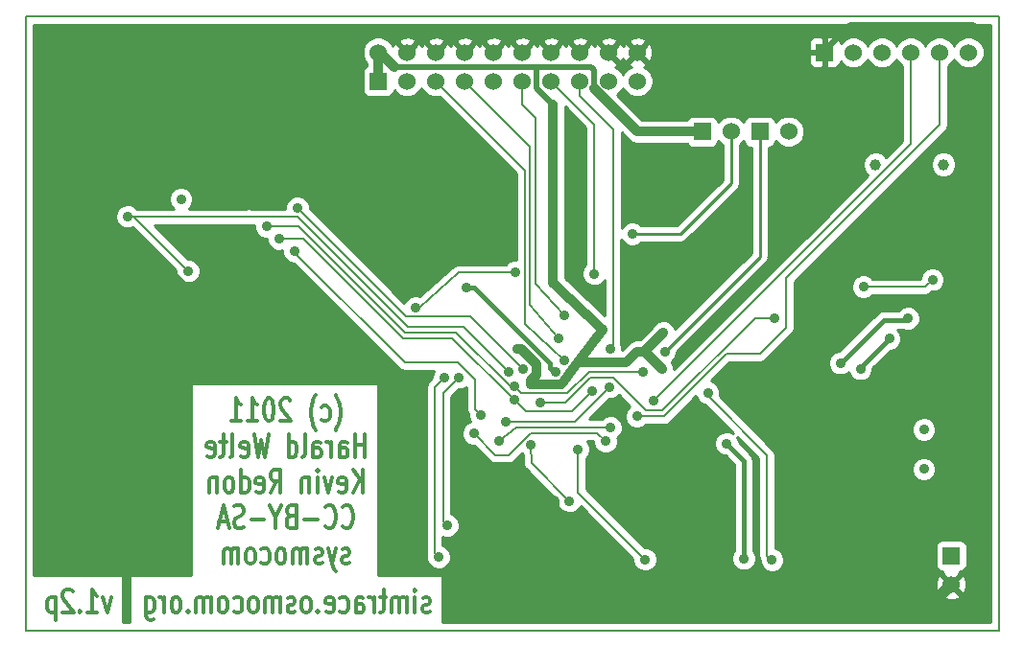
<source format=gbl>
G04 (created by PCBNEW-RS274X (2011-05-25)-stable) date Wed 16 May 2012 19:41:43 CEST*
G01*
G70*
G90*
%MOIN*%
G04 Gerber Fmt 3.4, Leading zero omitted, Abs format*
%FSLAX34Y34*%
G04 APERTURE LIST*
%ADD10C,0.006000*%
%ADD11C,0.012000*%
%ADD12C,0.008000*%
%ADD13R,0.060000X0.060000*%
%ADD14C,0.060000*%
%ADD15C,0.035400*%
%ADD16C,0.039400*%
%ADD17C,0.035000*%
%ADD18C,0.009800*%
%ADD19C,0.016000*%
%ADD20C,0.032000*%
%ADD21C,0.019700*%
%ADD22C,0.039400*%
%ADD23C,0.010000*%
G04 APERTURE END LIST*
G54D10*
G54D11*
X17428Y-55140D02*
X17285Y-55674D01*
X17143Y-55140D01*
X16600Y-55674D02*
X16943Y-55674D01*
X16771Y-55674D02*
X16771Y-54874D01*
X16828Y-54988D01*
X16886Y-55064D01*
X16943Y-55102D01*
X16343Y-55598D02*
X16315Y-55636D01*
X16343Y-55674D01*
X16372Y-55636D01*
X16343Y-55598D01*
X16343Y-55674D01*
X16086Y-54950D02*
X16057Y-54912D01*
X16000Y-54874D01*
X15857Y-54874D01*
X15800Y-54912D01*
X15771Y-54950D01*
X15743Y-55026D01*
X15743Y-55102D01*
X15771Y-55217D01*
X16114Y-55674D01*
X15743Y-55674D01*
X15486Y-55140D02*
X15486Y-55940D01*
X15486Y-55179D02*
X15429Y-55140D01*
X15315Y-55140D01*
X15258Y-55179D01*
X15229Y-55217D01*
X15200Y-55293D01*
X15200Y-55521D01*
X15229Y-55598D01*
X15258Y-55636D01*
X15315Y-55674D01*
X15429Y-55674D01*
X15486Y-55636D01*
X25213Y-49329D02*
X25241Y-49290D01*
X25298Y-49176D01*
X25327Y-49100D01*
X25356Y-48986D01*
X25384Y-48795D01*
X25384Y-48643D01*
X25356Y-48452D01*
X25327Y-48338D01*
X25298Y-48262D01*
X25241Y-48148D01*
X25213Y-48110D01*
X24727Y-48986D02*
X24784Y-49024D01*
X24898Y-49024D01*
X24956Y-48986D01*
X24984Y-48948D01*
X25013Y-48871D01*
X25013Y-48643D01*
X24984Y-48567D01*
X24956Y-48529D01*
X24898Y-48490D01*
X24784Y-48490D01*
X24727Y-48529D01*
X24527Y-49329D02*
X24499Y-49290D01*
X24442Y-49176D01*
X24413Y-49100D01*
X24384Y-48986D01*
X24356Y-48795D01*
X24356Y-48643D01*
X24384Y-48452D01*
X24413Y-48338D01*
X24442Y-48262D01*
X24499Y-48148D01*
X24527Y-48110D01*
X23642Y-48300D02*
X23613Y-48262D01*
X23556Y-48224D01*
X23413Y-48224D01*
X23356Y-48262D01*
X23327Y-48300D01*
X23299Y-48376D01*
X23299Y-48452D01*
X23327Y-48567D01*
X23670Y-49024D01*
X23299Y-49024D01*
X22928Y-48224D02*
X22871Y-48224D01*
X22814Y-48262D01*
X22785Y-48300D01*
X22756Y-48376D01*
X22728Y-48529D01*
X22728Y-48719D01*
X22756Y-48871D01*
X22785Y-48948D01*
X22814Y-48986D01*
X22871Y-49024D01*
X22928Y-49024D01*
X22985Y-48986D01*
X23014Y-48948D01*
X23042Y-48871D01*
X23071Y-48719D01*
X23071Y-48529D01*
X23042Y-48376D01*
X23014Y-48300D01*
X22985Y-48262D01*
X22928Y-48224D01*
X22157Y-49024D02*
X22500Y-49024D01*
X22328Y-49024D02*
X22328Y-48224D01*
X22385Y-48338D01*
X22443Y-48414D01*
X22500Y-48452D01*
X21586Y-49024D02*
X21929Y-49024D01*
X21757Y-49024D02*
X21757Y-48224D01*
X21814Y-48338D01*
X21872Y-48414D01*
X21929Y-48452D01*
X26242Y-50264D02*
X26242Y-49464D01*
X26242Y-49845D02*
X25899Y-49845D01*
X25899Y-50264D02*
X25899Y-49464D01*
X25356Y-50264D02*
X25356Y-49845D01*
X25385Y-49769D01*
X25442Y-49730D01*
X25556Y-49730D01*
X25613Y-49769D01*
X25356Y-50226D02*
X25413Y-50264D01*
X25556Y-50264D01*
X25613Y-50226D01*
X25642Y-50150D01*
X25642Y-50073D01*
X25613Y-49997D01*
X25556Y-49959D01*
X25413Y-49959D01*
X25356Y-49921D01*
X25070Y-50264D02*
X25070Y-49730D01*
X25070Y-49883D02*
X25042Y-49807D01*
X25013Y-49769D01*
X24956Y-49730D01*
X24899Y-49730D01*
X24442Y-50264D02*
X24442Y-49845D01*
X24471Y-49769D01*
X24528Y-49730D01*
X24642Y-49730D01*
X24699Y-49769D01*
X24442Y-50226D02*
X24499Y-50264D01*
X24642Y-50264D01*
X24699Y-50226D01*
X24728Y-50150D01*
X24728Y-50073D01*
X24699Y-49997D01*
X24642Y-49959D01*
X24499Y-49959D01*
X24442Y-49921D01*
X24070Y-50264D02*
X24128Y-50226D01*
X24156Y-50150D01*
X24156Y-49464D01*
X23585Y-50264D02*
X23585Y-49464D01*
X23585Y-50226D02*
X23642Y-50264D01*
X23756Y-50264D01*
X23814Y-50226D01*
X23842Y-50188D01*
X23871Y-50111D01*
X23871Y-49883D01*
X23842Y-49807D01*
X23814Y-49769D01*
X23756Y-49730D01*
X23642Y-49730D01*
X23585Y-49769D01*
X22899Y-49464D02*
X22756Y-50264D01*
X22642Y-49692D01*
X22528Y-50264D01*
X22385Y-49464D01*
X21928Y-50226D02*
X21985Y-50264D01*
X22099Y-50264D01*
X22156Y-50226D01*
X22185Y-50150D01*
X22185Y-49845D01*
X22156Y-49769D01*
X22099Y-49730D01*
X21985Y-49730D01*
X21928Y-49769D01*
X21899Y-49845D01*
X21899Y-49921D01*
X22185Y-49997D01*
X21556Y-50264D02*
X21614Y-50226D01*
X21642Y-50150D01*
X21642Y-49464D01*
X21414Y-49730D02*
X21185Y-49730D01*
X21328Y-49464D02*
X21328Y-50150D01*
X21300Y-50226D01*
X21242Y-50264D01*
X21185Y-50264D01*
X20757Y-50226D02*
X20814Y-50264D01*
X20928Y-50264D01*
X20985Y-50226D01*
X21014Y-50150D01*
X21014Y-49845D01*
X20985Y-49769D01*
X20928Y-49730D01*
X20814Y-49730D01*
X20757Y-49769D01*
X20728Y-49845D01*
X20728Y-49921D01*
X21014Y-49997D01*
X26157Y-51504D02*
X26157Y-50704D01*
X25814Y-51504D02*
X26071Y-51047D01*
X25814Y-50704D02*
X26157Y-51161D01*
X25329Y-51466D02*
X25386Y-51504D01*
X25500Y-51504D01*
X25557Y-51466D01*
X25586Y-51390D01*
X25586Y-51085D01*
X25557Y-51009D01*
X25500Y-50970D01*
X25386Y-50970D01*
X25329Y-51009D01*
X25300Y-51085D01*
X25300Y-51161D01*
X25586Y-51237D01*
X25100Y-50970D02*
X24957Y-51504D01*
X24815Y-50970D01*
X24586Y-51504D02*
X24586Y-50970D01*
X24586Y-50704D02*
X24615Y-50742D01*
X24586Y-50780D01*
X24558Y-50742D01*
X24586Y-50704D01*
X24586Y-50780D01*
X24300Y-50970D02*
X24300Y-51504D01*
X24300Y-51047D02*
X24272Y-51009D01*
X24214Y-50970D01*
X24129Y-50970D01*
X24072Y-51009D01*
X24043Y-51085D01*
X24043Y-51504D01*
X22957Y-51504D02*
X23157Y-51123D01*
X23300Y-51504D02*
X23300Y-50704D01*
X23072Y-50704D01*
X23014Y-50742D01*
X22986Y-50780D01*
X22957Y-50856D01*
X22957Y-50970D01*
X22986Y-51047D01*
X23014Y-51085D01*
X23072Y-51123D01*
X23300Y-51123D01*
X22472Y-51466D02*
X22529Y-51504D01*
X22643Y-51504D01*
X22700Y-51466D01*
X22729Y-51390D01*
X22729Y-51085D01*
X22700Y-51009D01*
X22643Y-50970D01*
X22529Y-50970D01*
X22472Y-51009D01*
X22443Y-51085D01*
X22443Y-51161D01*
X22729Y-51237D01*
X21929Y-51504D02*
X21929Y-50704D01*
X21929Y-51466D02*
X21986Y-51504D01*
X22100Y-51504D01*
X22158Y-51466D01*
X22186Y-51428D01*
X22215Y-51351D01*
X22215Y-51123D01*
X22186Y-51047D01*
X22158Y-51009D01*
X22100Y-50970D01*
X21986Y-50970D01*
X21929Y-51009D01*
X21557Y-51504D02*
X21615Y-51466D01*
X21643Y-51428D01*
X21672Y-51351D01*
X21672Y-51123D01*
X21643Y-51047D01*
X21615Y-51009D01*
X21557Y-50970D01*
X21472Y-50970D01*
X21415Y-51009D01*
X21386Y-51047D01*
X21357Y-51123D01*
X21357Y-51351D01*
X21386Y-51428D01*
X21415Y-51466D01*
X21472Y-51504D01*
X21557Y-51504D01*
X21100Y-50970D02*
X21100Y-51504D01*
X21100Y-51047D02*
X21072Y-51009D01*
X21014Y-50970D01*
X20929Y-50970D01*
X20872Y-51009D01*
X20843Y-51085D01*
X20843Y-51504D01*
X25456Y-52668D02*
X25485Y-52706D01*
X25571Y-52744D01*
X25628Y-52744D01*
X25713Y-52706D01*
X25771Y-52630D01*
X25799Y-52553D01*
X25828Y-52401D01*
X25828Y-52287D01*
X25799Y-52134D01*
X25771Y-52058D01*
X25713Y-51982D01*
X25628Y-51944D01*
X25571Y-51944D01*
X25485Y-51982D01*
X25456Y-52020D01*
X24856Y-52668D02*
X24885Y-52706D01*
X24971Y-52744D01*
X25028Y-52744D01*
X25113Y-52706D01*
X25171Y-52630D01*
X25199Y-52553D01*
X25228Y-52401D01*
X25228Y-52287D01*
X25199Y-52134D01*
X25171Y-52058D01*
X25113Y-51982D01*
X25028Y-51944D01*
X24971Y-51944D01*
X24885Y-51982D01*
X24856Y-52020D01*
X24599Y-52439D02*
X24142Y-52439D01*
X23656Y-52325D02*
X23570Y-52363D01*
X23542Y-52401D01*
X23513Y-52477D01*
X23513Y-52591D01*
X23542Y-52668D01*
X23570Y-52706D01*
X23628Y-52744D01*
X23856Y-52744D01*
X23856Y-51944D01*
X23656Y-51944D01*
X23599Y-51982D01*
X23570Y-52020D01*
X23542Y-52096D01*
X23542Y-52172D01*
X23570Y-52249D01*
X23599Y-52287D01*
X23656Y-52325D01*
X23856Y-52325D01*
X23142Y-52363D02*
X23142Y-52744D01*
X23342Y-51944D02*
X23142Y-52363D01*
X22942Y-51944D01*
X22742Y-52439D02*
X22285Y-52439D01*
X22028Y-52706D02*
X21942Y-52744D01*
X21799Y-52744D01*
X21742Y-52706D01*
X21713Y-52668D01*
X21685Y-52591D01*
X21685Y-52515D01*
X21713Y-52439D01*
X21742Y-52401D01*
X21799Y-52363D01*
X21913Y-52325D01*
X21971Y-52287D01*
X21999Y-52249D01*
X22028Y-52172D01*
X22028Y-52096D01*
X21999Y-52020D01*
X21971Y-51982D01*
X21913Y-51944D01*
X21771Y-51944D01*
X21685Y-51982D01*
X21457Y-52515D02*
X21171Y-52515D01*
X21514Y-52744D02*
X21314Y-51944D01*
X21114Y-52744D01*
X25700Y-53946D02*
X25643Y-53984D01*
X25528Y-53984D01*
X25471Y-53946D01*
X25443Y-53870D01*
X25443Y-53831D01*
X25471Y-53755D01*
X25528Y-53717D01*
X25614Y-53717D01*
X25671Y-53679D01*
X25700Y-53603D01*
X25700Y-53565D01*
X25671Y-53489D01*
X25614Y-53450D01*
X25528Y-53450D01*
X25471Y-53489D01*
X25242Y-53450D02*
X25099Y-53984D01*
X24957Y-53450D02*
X25099Y-53984D01*
X25157Y-54174D01*
X25185Y-54212D01*
X25242Y-54250D01*
X24757Y-53946D02*
X24700Y-53984D01*
X24585Y-53984D01*
X24528Y-53946D01*
X24500Y-53870D01*
X24500Y-53831D01*
X24528Y-53755D01*
X24585Y-53717D01*
X24671Y-53717D01*
X24728Y-53679D01*
X24757Y-53603D01*
X24757Y-53565D01*
X24728Y-53489D01*
X24671Y-53450D01*
X24585Y-53450D01*
X24528Y-53489D01*
X24242Y-53984D02*
X24242Y-53450D01*
X24242Y-53527D02*
X24214Y-53489D01*
X24156Y-53450D01*
X24071Y-53450D01*
X24014Y-53489D01*
X23985Y-53565D01*
X23985Y-53984D01*
X23985Y-53565D02*
X23956Y-53489D01*
X23899Y-53450D01*
X23814Y-53450D01*
X23756Y-53489D01*
X23728Y-53565D01*
X23728Y-53984D01*
X23356Y-53984D02*
X23414Y-53946D01*
X23442Y-53908D01*
X23471Y-53831D01*
X23471Y-53603D01*
X23442Y-53527D01*
X23414Y-53489D01*
X23356Y-53450D01*
X23271Y-53450D01*
X23214Y-53489D01*
X23185Y-53527D01*
X23156Y-53603D01*
X23156Y-53831D01*
X23185Y-53908D01*
X23214Y-53946D01*
X23271Y-53984D01*
X23356Y-53984D01*
X22642Y-53946D02*
X22699Y-53984D01*
X22813Y-53984D01*
X22871Y-53946D01*
X22899Y-53908D01*
X22928Y-53831D01*
X22928Y-53603D01*
X22899Y-53527D01*
X22871Y-53489D01*
X22813Y-53450D01*
X22699Y-53450D01*
X22642Y-53489D01*
X22299Y-53984D02*
X22357Y-53946D01*
X22385Y-53908D01*
X22414Y-53831D01*
X22414Y-53603D01*
X22385Y-53527D01*
X22357Y-53489D01*
X22299Y-53450D01*
X22214Y-53450D01*
X22157Y-53489D01*
X22128Y-53527D01*
X22099Y-53603D01*
X22099Y-53831D01*
X22128Y-53908D01*
X22157Y-53946D01*
X22214Y-53984D01*
X22299Y-53984D01*
X21842Y-53984D02*
X21842Y-53450D01*
X21842Y-53527D02*
X21814Y-53489D01*
X21756Y-53450D01*
X21671Y-53450D01*
X21614Y-53489D01*
X21585Y-53565D01*
X21585Y-53984D01*
X21585Y-53565D02*
X21556Y-53489D01*
X21499Y-53450D01*
X21414Y-53450D01*
X21356Y-53489D01*
X21328Y-53565D01*
X21328Y-53984D01*
G54D12*
X14450Y-56300D02*
X14450Y-34950D01*
X48250Y-56300D02*
X14450Y-56300D01*
X48250Y-34950D02*
X48250Y-56300D01*
X15250Y-34950D02*
X48250Y-34950D01*
X14450Y-34950D02*
X15250Y-34950D01*
G54D11*
X28493Y-55636D02*
X28436Y-55674D01*
X28321Y-55674D01*
X28264Y-55636D01*
X28236Y-55560D01*
X28236Y-55521D01*
X28264Y-55445D01*
X28321Y-55407D01*
X28407Y-55407D01*
X28464Y-55369D01*
X28493Y-55293D01*
X28493Y-55255D01*
X28464Y-55179D01*
X28407Y-55140D01*
X28321Y-55140D01*
X28264Y-55179D01*
X27978Y-55674D02*
X27978Y-55140D01*
X27978Y-54874D02*
X28007Y-54912D01*
X27978Y-54950D01*
X27950Y-54912D01*
X27978Y-54874D01*
X27978Y-54950D01*
X27692Y-55674D02*
X27692Y-55140D01*
X27692Y-55217D02*
X27664Y-55179D01*
X27606Y-55140D01*
X27521Y-55140D01*
X27464Y-55179D01*
X27435Y-55255D01*
X27435Y-55674D01*
X27435Y-55255D02*
X27406Y-55179D01*
X27349Y-55140D01*
X27264Y-55140D01*
X27206Y-55179D01*
X27178Y-55255D01*
X27178Y-55674D01*
X26978Y-55140D02*
X26749Y-55140D01*
X26892Y-54874D02*
X26892Y-55560D01*
X26864Y-55636D01*
X26806Y-55674D01*
X26749Y-55674D01*
X26549Y-55674D02*
X26549Y-55140D01*
X26549Y-55293D02*
X26521Y-55217D01*
X26492Y-55179D01*
X26435Y-55140D01*
X26378Y-55140D01*
X25921Y-55674D02*
X25921Y-55255D01*
X25950Y-55179D01*
X26007Y-55140D01*
X26121Y-55140D01*
X26178Y-55179D01*
X25921Y-55636D02*
X25978Y-55674D01*
X26121Y-55674D01*
X26178Y-55636D01*
X26207Y-55560D01*
X26207Y-55483D01*
X26178Y-55407D01*
X26121Y-55369D01*
X25978Y-55369D01*
X25921Y-55331D01*
X25378Y-55636D02*
X25435Y-55674D01*
X25549Y-55674D01*
X25607Y-55636D01*
X25635Y-55598D01*
X25664Y-55521D01*
X25664Y-55293D01*
X25635Y-55217D01*
X25607Y-55179D01*
X25549Y-55140D01*
X25435Y-55140D01*
X25378Y-55179D01*
X24893Y-55636D02*
X24950Y-55674D01*
X25064Y-55674D01*
X25121Y-55636D01*
X25150Y-55560D01*
X25150Y-55255D01*
X25121Y-55179D01*
X25064Y-55140D01*
X24950Y-55140D01*
X24893Y-55179D01*
X24864Y-55255D01*
X24864Y-55331D01*
X25150Y-55407D01*
X24607Y-55598D02*
X24579Y-55636D01*
X24607Y-55674D01*
X24636Y-55636D01*
X24607Y-55598D01*
X24607Y-55674D01*
X24235Y-55674D02*
X24293Y-55636D01*
X24321Y-55598D01*
X24350Y-55521D01*
X24350Y-55293D01*
X24321Y-55217D01*
X24293Y-55179D01*
X24235Y-55140D01*
X24150Y-55140D01*
X24093Y-55179D01*
X24064Y-55217D01*
X24035Y-55293D01*
X24035Y-55521D01*
X24064Y-55598D01*
X24093Y-55636D01*
X24150Y-55674D01*
X24235Y-55674D01*
X23807Y-55636D02*
X23750Y-55674D01*
X23635Y-55674D01*
X23578Y-55636D01*
X23550Y-55560D01*
X23550Y-55521D01*
X23578Y-55445D01*
X23635Y-55407D01*
X23721Y-55407D01*
X23778Y-55369D01*
X23807Y-55293D01*
X23807Y-55255D01*
X23778Y-55179D01*
X23721Y-55140D01*
X23635Y-55140D01*
X23578Y-55179D01*
X23292Y-55674D02*
X23292Y-55140D01*
X23292Y-55217D02*
X23264Y-55179D01*
X23206Y-55140D01*
X23121Y-55140D01*
X23064Y-55179D01*
X23035Y-55255D01*
X23035Y-55674D01*
X23035Y-55255D02*
X23006Y-55179D01*
X22949Y-55140D01*
X22864Y-55140D01*
X22806Y-55179D01*
X22778Y-55255D01*
X22778Y-55674D01*
X22406Y-55674D02*
X22464Y-55636D01*
X22492Y-55598D01*
X22521Y-55521D01*
X22521Y-55293D01*
X22492Y-55217D01*
X22464Y-55179D01*
X22406Y-55140D01*
X22321Y-55140D01*
X22264Y-55179D01*
X22235Y-55217D01*
X22206Y-55293D01*
X22206Y-55521D01*
X22235Y-55598D01*
X22264Y-55636D01*
X22321Y-55674D01*
X22406Y-55674D01*
X21692Y-55636D02*
X21749Y-55674D01*
X21863Y-55674D01*
X21921Y-55636D01*
X21949Y-55598D01*
X21978Y-55521D01*
X21978Y-55293D01*
X21949Y-55217D01*
X21921Y-55179D01*
X21863Y-55140D01*
X21749Y-55140D01*
X21692Y-55179D01*
X21349Y-55674D02*
X21407Y-55636D01*
X21435Y-55598D01*
X21464Y-55521D01*
X21464Y-55293D01*
X21435Y-55217D01*
X21407Y-55179D01*
X21349Y-55140D01*
X21264Y-55140D01*
X21207Y-55179D01*
X21178Y-55217D01*
X21149Y-55293D01*
X21149Y-55521D01*
X21178Y-55598D01*
X21207Y-55636D01*
X21264Y-55674D01*
X21349Y-55674D01*
X20892Y-55674D02*
X20892Y-55140D01*
X20892Y-55217D02*
X20864Y-55179D01*
X20806Y-55140D01*
X20721Y-55140D01*
X20664Y-55179D01*
X20635Y-55255D01*
X20635Y-55674D01*
X20635Y-55255D02*
X20606Y-55179D01*
X20549Y-55140D01*
X20464Y-55140D01*
X20406Y-55179D01*
X20378Y-55255D01*
X20378Y-55674D01*
X20092Y-55598D02*
X20064Y-55636D01*
X20092Y-55674D01*
X20121Y-55636D01*
X20092Y-55598D01*
X20092Y-55674D01*
X19720Y-55674D02*
X19778Y-55636D01*
X19806Y-55598D01*
X19835Y-55521D01*
X19835Y-55293D01*
X19806Y-55217D01*
X19778Y-55179D01*
X19720Y-55140D01*
X19635Y-55140D01*
X19578Y-55179D01*
X19549Y-55217D01*
X19520Y-55293D01*
X19520Y-55521D01*
X19549Y-55598D01*
X19578Y-55636D01*
X19635Y-55674D01*
X19720Y-55674D01*
X19263Y-55674D02*
X19263Y-55140D01*
X19263Y-55293D02*
X19235Y-55217D01*
X19206Y-55179D01*
X19149Y-55140D01*
X19092Y-55140D01*
X18635Y-55140D02*
X18635Y-55788D01*
X18664Y-55864D01*
X18692Y-55902D01*
X18749Y-55940D01*
X18835Y-55940D01*
X18892Y-55902D01*
X18635Y-55636D02*
X18692Y-55674D01*
X18806Y-55674D01*
X18864Y-55636D01*
X18892Y-55598D01*
X18921Y-55521D01*
X18921Y-55293D01*
X18892Y-55217D01*
X18864Y-55179D01*
X18806Y-55140D01*
X18692Y-55140D01*
X18635Y-55179D01*
G54D13*
X42200Y-36200D03*
G54D14*
X43200Y-36200D03*
X44200Y-36200D03*
X45200Y-36200D03*
X46200Y-36200D03*
X47200Y-36200D03*
G54D15*
X45650Y-50689D03*
X45650Y-49311D03*
G54D13*
X46600Y-53700D03*
G54D14*
X46600Y-54700D03*
G54D13*
X26700Y-37200D03*
G54D14*
X26700Y-36200D03*
X27700Y-37200D03*
X27700Y-36200D03*
X28700Y-37200D03*
X28700Y-36200D03*
X29700Y-37200D03*
X29700Y-36200D03*
X30700Y-37200D03*
X30700Y-36200D03*
X31700Y-37200D03*
X31700Y-36200D03*
X32700Y-37200D03*
X32700Y-36200D03*
X33700Y-37200D03*
X33700Y-36200D03*
X34700Y-37200D03*
X34700Y-36200D03*
X35700Y-37200D03*
X35700Y-36200D03*
G54D13*
X37950Y-38950D03*
G54D14*
X38950Y-38950D03*
G54D13*
X39950Y-38950D03*
G54D14*
X40950Y-38950D03*
G54D16*
X46331Y-40100D03*
X43969Y-40100D03*
G54D17*
X19850Y-41300D03*
X34750Y-46500D03*
X35910Y-47293D03*
X31421Y-47811D03*
X22816Y-42245D03*
X34737Y-47832D03*
X31131Y-49039D03*
X33639Y-50003D03*
X35965Y-53828D03*
X36268Y-48322D03*
X35682Y-48858D03*
X18000Y-41900D03*
X31217Y-47293D03*
X20100Y-43800D03*
X23261Y-42681D03*
X34128Y-47979D03*
X31426Y-48290D03*
X29100Y-52650D03*
X29500Y-47500D03*
X29000Y-47500D03*
X28800Y-53750D03*
X23892Y-41603D03*
X31733Y-47209D03*
X30900Y-49700D03*
X34764Y-49247D03*
X30250Y-48800D03*
X23802Y-43110D03*
X40375Y-53850D03*
X38147Y-48037D03*
X34597Y-49724D03*
X30013Y-49446D03*
X33150Y-45350D03*
X33150Y-46900D03*
X34193Y-43899D03*
X36650Y-46600D03*
X32950Y-46150D03*
X45950Y-44100D03*
X43550Y-44350D03*
X32850Y-47300D03*
X29777Y-44364D03*
X39400Y-53800D03*
X38800Y-49800D03*
X33332Y-51799D03*
X32000Y-49850D03*
X36550Y-47200D03*
X31986Y-47726D03*
X44450Y-46150D03*
X32772Y-43374D03*
X31514Y-46505D03*
X43450Y-47200D03*
X34500Y-45850D03*
X36600Y-45950D03*
X29450Y-49050D03*
X31975Y-51825D03*
X35300Y-41257D03*
X28150Y-48500D03*
X47100Y-40450D03*
X25600Y-35500D03*
X27400Y-39850D03*
X15700Y-42400D03*
X33599Y-39803D03*
X30500Y-51800D03*
X31250Y-42050D03*
X28093Y-44156D03*
X40600Y-42850D03*
X36950Y-52075D03*
X38650Y-45250D03*
X28618Y-42765D03*
X36150Y-43450D03*
X18650Y-43050D03*
X42750Y-47000D03*
X45100Y-45450D03*
X35524Y-42509D03*
X32321Y-48367D03*
X40475Y-45434D03*
X27997Y-45069D03*
X31450Y-43850D03*
G54D12*
X34850Y-46400D02*
X34866Y-38866D01*
X34750Y-46500D02*
X34850Y-46400D01*
X33700Y-37200D02*
X33700Y-37700D01*
X33700Y-37700D02*
X34866Y-38866D01*
X34015Y-47293D02*
X33260Y-48048D01*
X33260Y-48048D02*
X31658Y-48048D01*
X29398Y-45926D02*
X31283Y-47811D01*
X31283Y-47811D02*
X31421Y-47811D01*
X35910Y-47293D02*
X34015Y-47293D01*
X23934Y-42245D02*
X27615Y-45926D01*
X31658Y-48048D02*
X31421Y-47811D01*
X27615Y-45926D02*
X29398Y-45926D01*
X22816Y-42245D02*
X23934Y-42245D01*
X33530Y-49039D02*
X34737Y-47832D01*
X31131Y-49039D02*
X33530Y-49039D01*
X35965Y-53828D02*
X33639Y-51502D01*
X33639Y-51502D02*
X33639Y-50003D01*
X45200Y-39390D02*
X36268Y-48322D01*
X45200Y-36200D02*
X45200Y-39390D01*
X36616Y-48858D02*
X35682Y-48858D01*
X46200Y-38722D02*
X40872Y-44050D01*
X40872Y-45760D02*
X39948Y-46684D01*
X46200Y-36200D02*
X46200Y-38722D01*
X40872Y-44050D02*
X40872Y-45760D01*
X39948Y-46684D02*
X38790Y-46684D01*
X38790Y-46684D02*
X36616Y-48858D01*
X29666Y-45742D02*
X31217Y-47293D01*
X22176Y-41924D02*
X22200Y-41900D01*
X18200Y-41900D02*
X18000Y-41900D01*
X22200Y-41900D02*
X22200Y-41924D01*
X18024Y-41924D02*
X20224Y-41924D01*
X22200Y-41924D02*
X23895Y-41924D01*
X20224Y-41924D02*
X22176Y-41924D01*
X23895Y-41924D02*
X27713Y-45742D01*
X18000Y-41900D02*
X18024Y-41924D01*
X27713Y-45742D02*
X29666Y-45742D01*
X20100Y-43800D02*
X18200Y-41900D01*
X33421Y-48686D02*
X34128Y-47979D01*
X29278Y-46142D02*
X31426Y-48290D01*
X24110Y-42681D02*
X27571Y-46142D01*
X27571Y-46142D02*
X29278Y-46142D01*
X31426Y-48290D02*
X31822Y-48686D01*
X31822Y-48686D02*
X33421Y-48686D01*
X23261Y-42681D02*
X24110Y-42681D01*
X28950Y-52500D02*
X28950Y-51950D01*
X29100Y-52650D02*
X28950Y-52500D01*
X29500Y-47500D02*
X28950Y-48050D01*
X28950Y-48050D02*
X28950Y-51950D01*
X29000Y-47500D02*
X28650Y-47850D01*
X28650Y-53600D02*
X28800Y-53750D01*
X28650Y-47850D02*
X28650Y-53600D01*
X27677Y-45388D02*
X29912Y-45388D01*
X23892Y-41603D02*
X27677Y-45388D01*
X29912Y-45388D02*
X31733Y-47209D01*
X30900Y-49700D02*
X31490Y-49247D01*
X31490Y-49247D02*
X34764Y-49247D01*
X30055Y-48605D02*
X30055Y-47566D01*
X30250Y-48800D02*
X30055Y-48605D01*
X30055Y-47566D02*
X29477Y-46988D01*
X29477Y-46988D02*
X27623Y-46988D01*
X27623Y-46988D02*
X23802Y-43167D01*
X23802Y-43167D02*
X23802Y-43110D01*
X38147Y-48037D02*
X38147Y-48147D01*
X40200Y-53700D02*
X40375Y-53850D01*
X38147Y-48147D02*
X40200Y-50200D01*
X40200Y-50200D02*
X40200Y-53700D01*
X30766Y-50199D02*
X31240Y-50199D01*
X30013Y-49446D02*
X30766Y-50199D01*
X32005Y-49434D02*
X34307Y-49434D01*
X31240Y-50199D02*
X32005Y-49434D01*
X34307Y-49434D02*
X34597Y-49724D01*
X31700Y-37200D02*
X31700Y-38000D01*
X32163Y-44246D02*
X32163Y-38463D01*
X33150Y-45350D02*
X32163Y-44246D01*
X31700Y-38000D02*
X32163Y-38463D01*
X31795Y-40295D02*
X28700Y-37200D01*
X33150Y-46900D02*
X31795Y-45643D01*
X31795Y-45643D02*
X31795Y-40295D01*
X34193Y-43899D02*
X34193Y-38693D01*
X34193Y-38693D02*
X32700Y-37200D01*
G54D18*
X39950Y-38950D02*
X39950Y-43300D01*
X39950Y-43300D02*
X36650Y-46600D01*
G54D12*
X32950Y-46150D02*
X31979Y-44967D01*
X31979Y-39479D02*
X29700Y-37200D01*
X31979Y-44967D02*
X31979Y-39479D01*
X45950Y-44100D02*
X45700Y-44350D01*
X45700Y-44350D02*
X43550Y-44350D01*
G54D19*
X29777Y-44364D02*
X30014Y-44364D01*
X30014Y-44364D02*
X32650Y-47000D01*
X32650Y-47185D02*
X32850Y-47300D01*
X32650Y-47000D02*
X32650Y-47185D01*
X38800Y-49800D02*
X39400Y-50400D01*
X39400Y-50400D02*
X39400Y-53800D01*
G54D12*
X32018Y-50485D02*
X32000Y-49850D01*
X33332Y-51799D02*
X32018Y-50485D01*
G54D20*
X35700Y-38950D02*
X37950Y-38950D01*
G54D21*
X34100Y-36700D02*
X34206Y-36806D01*
X34100Y-36700D02*
X32151Y-36700D01*
X34206Y-37294D02*
X34200Y-37300D01*
X34200Y-37300D02*
X34200Y-37450D01*
G54D20*
X34200Y-37450D02*
X35700Y-38950D01*
G54D21*
X34206Y-36806D02*
X34206Y-37294D01*
G54D20*
X35950Y-46600D02*
X35975Y-46625D01*
G54D12*
X32151Y-36700D02*
X32200Y-36749D01*
X32200Y-36749D02*
X34127Y-36749D01*
G54D20*
X33640Y-46992D02*
X35308Y-46992D01*
X35975Y-46625D02*
X35975Y-46575D01*
G54D19*
X26700Y-36200D02*
X26750Y-36200D01*
G54D21*
X27250Y-36700D02*
X32151Y-36700D01*
G54D20*
X26750Y-36200D02*
X27250Y-36700D01*
X35975Y-46625D02*
X36550Y-47200D01*
G54D21*
X32200Y-37450D02*
X32772Y-38022D01*
G54D20*
X32772Y-38022D02*
X32772Y-43374D01*
G54D21*
X32200Y-37200D02*
X32200Y-37450D01*
G54D12*
X34127Y-36749D02*
X34149Y-36771D01*
G54D20*
X32772Y-44219D02*
X34500Y-45850D01*
G54D12*
X26650Y-36650D02*
X26700Y-36650D01*
X34149Y-36771D02*
X34149Y-37388D01*
G54D20*
X35700Y-46600D02*
X35950Y-46600D01*
X33640Y-46992D02*
X33069Y-47750D01*
X35308Y-46992D02*
X35700Y-46600D01*
G54D21*
X32200Y-37200D02*
X32200Y-36749D01*
G54D19*
X32200Y-36749D02*
X32151Y-36700D01*
G54D20*
X26700Y-36200D02*
X26700Y-36650D01*
X32200Y-47400D02*
X32200Y-47050D01*
X33069Y-47750D02*
X32010Y-47750D01*
G54D19*
X44450Y-46150D02*
X43450Y-47150D01*
X32010Y-47750D02*
X31986Y-47726D01*
G54D20*
X34500Y-45850D02*
X33640Y-46992D01*
X26700Y-36650D02*
X26700Y-37200D01*
X35975Y-46575D02*
X36600Y-45950D01*
X31655Y-46505D02*
X31514Y-46505D01*
G54D12*
X34500Y-45850D02*
X32772Y-44219D01*
X26700Y-36650D02*
X26650Y-36650D01*
G54D20*
X32772Y-43374D02*
X32772Y-44219D01*
X31986Y-47614D02*
X32200Y-47400D01*
G54D19*
X34500Y-45850D02*
X34500Y-45850D01*
G54D12*
X34149Y-37388D02*
X35711Y-38950D01*
G54D20*
X32200Y-47050D02*
X31655Y-46505D01*
X31986Y-47726D02*
X31986Y-47614D01*
G54D19*
X43450Y-47150D02*
X43450Y-47200D01*
G54D21*
X30250Y-51800D02*
X30500Y-51800D01*
X29450Y-51000D02*
X30250Y-51800D01*
X29450Y-49050D02*
X29450Y-51000D01*
X31984Y-51816D02*
X32000Y-51816D01*
X31975Y-51825D02*
X31984Y-51816D01*
G54D20*
X35300Y-41257D02*
X35300Y-41250D01*
G54D21*
X47150Y-40450D02*
X47100Y-40450D01*
G54D20*
X26250Y-46600D02*
X22200Y-46600D01*
X18650Y-43050D02*
X22200Y-46600D01*
G54D22*
X33750Y-55750D02*
X36925Y-55750D01*
X32784Y-54784D02*
X33750Y-55750D01*
G54D20*
X32000Y-51816D02*
X32784Y-51816D01*
G54D22*
X32784Y-51816D02*
X32784Y-54784D01*
G54D21*
X47850Y-39750D02*
X47150Y-40450D01*
X43100Y-35250D02*
X47350Y-35250D01*
X47850Y-35750D02*
X47850Y-39750D01*
X47350Y-35250D02*
X47850Y-35750D01*
G54D20*
X26250Y-46600D02*
X28150Y-48500D01*
G54D22*
X36925Y-55750D02*
X45550Y-55750D01*
G54D21*
X42200Y-36200D02*
X42200Y-36150D01*
G54D22*
X45550Y-55750D02*
X46600Y-54700D01*
X25500Y-35600D02*
X25500Y-37950D01*
G54D21*
X42200Y-36150D02*
X43100Y-35250D01*
G54D22*
X27400Y-39850D02*
X25500Y-37950D01*
X25500Y-35600D02*
X25600Y-35500D01*
G54D20*
X30500Y-51800D02*
X31258Y-51816D01*
X31258Y-51816D02*
X32000Y-51816D01*
X33600Y-39802D02*
X33599Y-39803D01*
X33600Y-39800D02*
X33600Y-39802D01*
X36925Y-55750D02*
X36925Y-52100D01*
G54D12*
X18650Y-43050D02*
X18800Y-43050D01*
G54D21*
X28618Y-43631D02*
X28093Y-44156D01*
X28618Y-42765D02*
X28618Y-43631D01*
G54D20*
X36925Y-52100D02*
X36950Y-52075D01*
G54D22*
X40600Y-43300D02*
X38650Y-45250D01*
X40600Y-43300D02*
X40600Y-42850D01*
G54D19*
X45050Y-45500D02*
X44250Y-45500D01*
X45100Y-45450D02*
X45050Y-45500D01*
X44250Y-45500D02*
X42750Y-47000D01*
G54D18*
X35524Y-42509D02*
X37191Y-42509D01*
X38950Y-40750D02*
X38950Y-38950D01*
X37191Y-42509D02*
X38950Y-40750D01*
G54D12*
X36560Y-48654D02*
X36010Y-48654D01*
X40475Y-45434D02*
X39780Y-45434D01*
X39780Y-45434D02*
X36560Y-48654D01*
X33201Y-48367D02*
X32321Y-48367D01*
X34870Y-47514D02*
X34054Y-47514D01*
X34054Y-47514D02*
X33201Y-48367D01*
X36010Y-48654D02*
X34870Y-47514D01*
X28131Y-45069D02*
X27997Y-45069D01*
X31450Y-43850D02*
X29500Y-43850D01*
X29500Y-43850D02*
X28131Y-45069D01*
G54D23*
X33182Y-38092D02*
X33182Y-38092D01*
X33182Y-38172D02*
X33262Y-38172D01*
X33182Y-38252D02*
X33342Y-38252D01*
X33182Y-38332D02*
X33422Y-38332D01*
X33182Y-38412D02*
X33502Y-38412D01*
X33182Y-38492D02*
X33582Y-38492D01*
X33182Y-38572D02*
X33662Y-38572D01*
X33182Y-38652D02*
X33742Y-38652D01*
X33182Y-38732D02*
X33822Y-38732D01*
X33182Y-38812D02*
X33902Y-38812D01*
X33182Y-38892D02*
X33903Y-38892D01*
X33182Y-38972D02*
X33903Y-38972D01*
X33182Y-39052D02*
X33903Y-39052D01*
X33182Y-39132D02*
X33903Y-39132D01*
X33182Y-39212D02*
X33903Y-39212D01*
X33182Y-39292D02*
X33903Y-39292D01*
X33182Y-39372D02*
X33903Y-39372D01*
X33182Y-39452D02*
X33903Y-39452D01*
X33182Y-39532D02*
X33903Y-39532D01*
X33182Y-39612D02*
X33903Y-39612D01*
X33182Y-39692D02*
X33903Y-39692D01*
X33182Y-39772D02*
X33903Y-39772D01*
X33182Y-39852D02*
X33903Y-39852D01*
X33182Y-39932D02*
X33903Y-39932D01*
X33182Y-40012D02*
X33903Y-40012D01*
X33182Y-40092D02*
X33903Y-40092D01*
X33182Y-40172D02*
X33903Y-40172D01*
X33182Y-40252D02*
X33903Y-40252D01*
X33182Y-40332D02*
X33903Y-40332D01*
X33182Y-40412D02*
X33903Y-40412D01*
X33182Y-40492D02*
X33903Y-40492D01*
X33182Y-40572D02*
X33903Y-40572D01*
X33182Y-40652D02*
X33903Y-40652D01*
X33182Y-40732D02*
X33903Y-40732D01*
X33182Y-40812D02*
X33903Y-40812D01*
X33182Y-40892D02*
X33903Y-40892D01*
X33182Y-40972D02*
X33903Y-40972D01*
X33182Y-41052D02*
X33903Y-41052D01*
X33182Y-41132D02*
X33903Y-41132D01*
X33182Y-41212D02*
X33903Y-41212D01*
X33182Y-41292D02*
X33903Y-41292D01*
X33182Y-41372D02*
X33903Y-41372D01*
X33182Y-41452D02*
X33903Y-41452D01*
X33182Y-41532D02*
X33903Y-41532D01*
X33182Y-41612D02*
X33903Y-41612D01*
X33182Y-41692D02*
X33903Y-41692D01*
X33182Y-41772D02*
X33903Y-41772D01*
X33182Y-41852D02*
X33903Y-41852D01*
X33182Y-41932D02*
X33903Y-41932D01*
X33182Y-42012D02*
X33903Y-42012D01*
X33182Y-42092D02*
X33903Y-42092D01*
X33182Y-42172D02*
X33903Y-42172D01*
X33182Y-42252D02*
X33903Y-42252D01*
X33182Y-42332D02*
X33903Y-42332D01*
X33182Y-42412D02*
X33903Y-42412D01*
X33182Y-42492D02*
X33903Y-42492D01*
X33182Y-42572D02*
X33903Y-42572D01*
X33182Y-42652D02*
X33903Y-42652D01*
X33182Y-42732D02*
X33903Y-42732D01*
X33182Y-42812D02*
X33903Y-42812D01*
X33182Y-42892D02*
X33903Y-42892D01*
X33182Y-42972D02*
X33903Y-42972D01*
X33182Y-43052D02*
X33903Y-43052D01*
X33182Y-43132D02*
X33903Y-43132D01*
X33182Y-43212D02*
X33903Y-43212D01*
X33197Y-43292D02*
X33903Y-43292D01*
X33197Y-43372D02*
X33903Y-43372D01*
X33197Y-43452D02*
X33903Y-43452D01*
X33182Y-43532D02*
X33903Y-43532D01*
X33182Y-43612D02*
X33879Y-43612D01*
X33182Y-43692D02*
X33818Y-43692D01*
X33182Y-43772D02*
X33785Y-43772D01*
X33182Y-43852D02*
X33768Y-43852D01*
X33182Y-43932D02*
X33768Y-43932D01*
X33182Y-44012D02*
X33780Y-44012D01*
X33235Y-44092D02*
X33813Y-44092D01*
X33319Y-44172D02*
X33865Y-44172D01*
X34521Y-44172D02*
X34562Y-44172D01*
X33404Y-44252D02*
X33945Y-44252D01*
X34441Y-44252D02*
X34562Y-44252D01*
X33489Y-44332D02*
X34562Y-44332D01*
X33574Y-44412D02*
X34562Y-44412D01*
X33659Y-44492D02*
X34562Y-44492D01*
X33744Y-44572D02*
X34562Y-44572D01*
X33829Y-44652D02*
X34562Y-44652D01*
X33913Y-44732D02*
X34561Y-44732D01*
X33998Y-44812D02*
X34561Y-44812D01*
X34083Y-44892D02*
X34561Y-44892D01*
X34168Y-44972D02*
X34561Y-44972D01*
X34253Y-45052D02*
X34561Y-45052D01*
X34338Y-45132D02*
X34561Y-45132D01*
X34423Y-45212D02*
X34561Y-45212D01*
X34507Y-45292D02*
X34561Y-45292D01*
X35152Y-38982D02*
X35152Y-38982D01*
X35152Y-39062D02*
X35232Y-39062D01*
X35152Y-39142D02*
X35312Y-39142D01*
X35152Y-39222D02*
X35392Y-39222D01*
X35152Y-39302D02*
X35503Y-39302D01*
X38499Y-39302D02*
X38526Y-39302D01*
X35152Y-39382D02*
X37436Y-39382D01*
X38465Y-39382D02*
X38606Y-39382D01*
X35152Y-39462D02*
X37512Y-39462D01*
X38389Y-39462D02*
X38651Y-39462D01*
X35152Y-39542D02*
X38651Y-39542D01*
X35152Y-39622D02*
X38651Y-39622D01*
X35151Y-39702D02*
X38651Y-39702D01*
X35151Y-39782D02*
X38651Y-39782D01*
X35151Y-39862D02*
X38651Y-39862D01*
X35151Y-39942D02*
X38651Y-39942D01*
X35151Y-40022D02*
X38651Y-40022D01*
X35151Y-40102D02*
X38651Y-40102D01*
X35151Y-40182D02*
X38651Y-40182D01*
X35151Y-40262D02*
X38651Y-40262D01*
X35150Y-40342D02*
X38651Y-40342D01*
X35150Y-40422D02*
X38651Y-40422D01*
X35150Y-40502D02*
X38651Y-40502D01*
X35150Y-40582D02*
X38651Y-40582D01*
X35150Y-40662D02*
X38615Y-40662D01*
X35150Y-40742D02*
X38535Y-40742D01*
X35150Y-40822D02*
X38455Y-40822D01*
X35150Y-40902D02*
X38375Y-40902D01*
X35149Y-40982D02*
X38295Y-40982D01*
X35149Y-41062D02*
X38215Y-41062D01*
X35149Y-41142D02*
X38135Y-41142D01*
X35149Y-41222D02*
X38055Y-41222D01*
X35149Y-41302D02*
X37975Y-41302D01*
X35149Y-41382D02*
X37895Y-41382D01*
X35149Y-41462D02*
X37815Y-41462D01*
X35149Y-41542D02*
X37735Y-41542D01*
X35149Y-41622D02*
X37655Y-41622D01*
X35148Y-41702D02*
X37575Y-41702D01*
X35148Y-41782D02*
X37495Y-41782D01*
X35148Y-41862D02*
X37415Y-41862D01*
X35148Y-41942D02*
X37335Y-41942D01*
X35148Y-42022D02*
X37255Y-42022D01*
X35148Y-42102D02*
X35396Y-42102D01*
X35652Y-42102D02*
X37175Y-42102D01*
X35148Y-42182D02*
X35250Y-42182D01*
X35798Y-42182D02*
X37095Y-42182D01*
X35148Y-42262D02*
X35170Y-42262D01*
X39401Y-39275D02*
X39401Y-39275D01*
X39321Y-39355D02*
X39425Y-39355D01*
X39249Y-39435D02*
X39483Y-39435D01*
X39249Y-39515D02*
X39651Y-39515D01*
X39249Y-39595D02*
X39651Y-39595D01*
X39249Y-39675D02*
X39651Y-39675D01*
X39249Y-39755D02*
X39651Y-39755D01*
X39249Y-39835D02*
X39651Y-39835D01*
X39249Y-39915D02*
X39651Y-39915D01*
X39249Y-39995D02*
X39651Y-39995D01*
X39249Y-40075D02*
X39651Y-40075D01*
X39249Y-40155D02*
X39651Y-40155D01*
X39249Y-40235D02*
X39651Y-40235D01*
X39249Y-40315D02*
X39651Y-40315D01*
X39249Y-40395D02*
X39651Y-40395D01*
X39249Y-40475D02*
X39651Y-40475D01*
X39249Y-40555D02*
X39651Y-40555D01*
X39249Y-40635D02*
X39651Y-40635D01*
X39249Y-40715D02*
X39651Y-40715D01*
X39240Y-40795D02*
X39651Y-40795D01*
X39219Y-40875D02*
X39651Y-40875D01*
X39165Y-40955D02*
X39651Y-40955D01*
X39088Y-41035D02*
X39651Y-41035D01*
X39008Y-41115D02*
X39651Y-41115D01*
X38928Y-41195D02*
X39651Y-41195D01*
X38848Y-41275D02*
X39651Y-41275D01*
X38768Y-41355D02*
X39651Y-41355D01*
X38688Y-41435D02*
X39651Y-41435D01*
X38608Y-41515D02*
X39651Y-41515D01*
X38528Y-41595D02*
X39651Y-41595D01*
X38448Y-41675D02*
X39651Y-41675D01*
X38368Y-41755D02*
X39651Y-41755D01*
X38288Y-41835D02*
X39651Y-41835D01*
X38208Y-41915D02*
X39651Y-41915D01*
X38128Y-41995D02*
X39651Y-41995D01*
X38048Y-42075D02*
X39651Y-42075D01*
X37968Y-42155D02*
X39651Y-42155D01*
X37888Y-42235D02*
X39651Y-42235D01*
X37808Y-42315D02*
X39651Y-42315D01*
X37728Y-42395D02*
X39651Y-42395D01*
X37648Y-42475D02*
X39651Y-42475D01*
X37568Y-42555D02*
X39651Y-42555D01*
X37488Y-42635D02*
X39651Y-42635D01*
X35146Y-42715D02*
X35149Y-42715D01*
X37408Y-42715D02*
X39651Y-42715D01*
X35146Y-42795D02*
X35209Y-42795D01*
X37251Y-42795D02*
X39651Y-42795D01*
X35146Y-42875D02*
X35298Y-42875D01*
X35752Y-42875D02*
X39651Y-42875D01*
X35146Y-42955D02*
X39651Y-42955D01*
X35146Y-43035D02*
X39651Y-43035D01*
X35146Y-43115D02*
X39651Y-43115D01*
X35146Y-43195D02*
X39632Y-43195D01*
X35146Y-43275D02*
X39552Y-43275D01*
X35145Y-43355D02*
X39472Y-43355D01*
X35145Y-43435D02*
X39392Y-43435D01*
X35145Y-43515D02*
X39312Y-43515D01*
X35145Y-43595D02*
X39232Y-43595D01*
X35145Y-43675D02*
X39152Y-43675D01*
X35145Y-43755D02*
X39072Y-43755D01*
X35145Y-43835D02*
X38992Y-43835D01*
X35145Y-43915D02*
X38912Y-43915D01*
X35144Y-43995D02*
X38832Y-43995D01*
X35144Y-44075D02*
X38752Y-44075D01*
X35144Y-44155D02*
X38672Y-44155D01*
X35144Y-44235D02*
X38592Y-44235D01*
X35144Y-44315D02*
X38512Y-44315D01*
X35144Y-44395D02*
X38432Y-44395D01*
X35144Y-44475D02*
X38352Y-44475D01*
X35143Y-44555D02*
X38272Y-44555D01*
X35143Y-44635D02*
X38192Y-44635D01*
X35143Y-44715D02*
X38112Y-44715D01*
X35143Y-44795D02*
X38032Y-44795D01*
X35143Y-44875D02*
X37952Y-44875D01*
X35143Y-44955D02*
X37872Y-44955D01*
X35143Y-45035D02*
X37792Y-45035D01*
X35143Y-45115D02*
X37712Y-45115D01*
X35142Y-45195D02*
X37632Y-45195D01*
X35142Y-45275D02*
X37552Y-45275D01*
X35142Y-45355D02*
X37472Y-45355D01*
X35142Y-45435D02*
X37392Y-45435D01*
X35142Y-45515D02*
X37312Y-45515D01*
X35142Y-45595D02*
X36354Y-45595D01*
X36846Y-45595D02*
X37232Y-45595D01*
X35142Y-45675D02*
X36274Y-45675D01*
X36926Y-45675D02*
X37152Y-45675D01*
X35141Y-45755D02*
X36215Y-45755D01*
X36979Y-45755D02*
X37072Y-45755D01*
X35141Y-45835D02*
X36135Y-45835D01*
X35141Y-45915D02*
X36055Y-45915D01*
X35141Y-45995D02*
X35975Y-45995D01*
X35141Y-46075D02*
X35895Y-46075D01*
X35141Y-46155D02*
X35815Y-46155D01*
X35141Y-46235D02*
X35522Y-46235D01*
X35141Y-46315D02*
X35405Y-46315D01*
X35166Y-46395D02*
X35325Y-46395D01*
X35175Y-46475D02*
X35245Y-46475D01*
X14740Y-35240D02*
X47960Y-35240D01*
X14740Y-35320D02*
X47960Y-35320D01*
X14740Y-35400D02*
X47960Y-35400D01*
X14740Y-35480D02*
X47960Y-35480D01*
X14740Y-35560D02*
X47960Y-35560D01*
X14740Y-35640D02*
X47960Y-35640D01*
X14740Y-35720D02*
X26425Y-35720D01*
X26974Y-35720D02*
X27438Y-35720D01*
X27958Y-35720D02*
X28438Y-35720D01*
X28958Y-35720D02*
X29438Y-35720D01*
X29958Y-35720D02*
X30438Y-35720D01*
X30958Y-35720D02*
X31438Y-35720D01*
X31958Y-35720D02*
X32438Y-35720D01*
X32958Y-35720D02*
X33438Y-35720D01*
X33958Y-35720D02*
X34438Y-35720D01*
X34958Y-35720D02*
X35438Y-35720D01*
X35958Y-35720D02*
X41728Y-35720D01*
X42150Y-35720D02*
X42250Y-35720D01*
X42672Y-35720D02*
X42925Y-35720D01*
X43474Y-35720D02*
X43925Y-35720D01*
X44474Y-35720D02*
X44925Y-35720D01*
X45474Y-35720D02*
X45925Y-35720D01*
X46474Y-35720D02*
X46925Y-35720D01*
X47474Y-35720D02*
X47960Y-35720D01*
X14740Y-35800D02*
X26324Y-35800D01*
X27076Y-35800D02*
X27398Y-35800D01*
X28001Y-35800D02*
X28398Y-35800D01*
X29001Y-35800D02*
X29398Y-35800D01*
X30001Y-35800D02*
X30398Y-35800D01*
X31001Y-35800D02*
X31398Y-35800D01*
X32001Y-35800D02*
X32398Y-35800D01*
X33001Y-35800D02*
X33398Y-35800D01*
X34001Y-35800D02*
X34398Y-35800D01*
X35001Y-35800D02*
X35398Y-35800D01*
X36001Y-35800D02*
X41671Y-35800D01*
X42150Y-35800D02*
X42250Y-35800D01*
X42728Y-35800D02*
X42824Y-35800D01*
X43576Y-35800D02*
X43824Y-35800D01*
X44576Y-35800D02*
X44824Y-35800D01*
X45576Y-35800D02*
X45824Y-35800D01*
X46576Y-35800D02*
X46824Y-35800D01*
X47576Y-35800D02*
X47960Y-35800D01*
X14740Y-35880D02*
X26244Y-35880D01*
X27156Y-35880D02*
X27451Y-35880D01*
X27950Y-35880D02*
X28008Y-35880D01*
X28008Y-35880D02*
X28451Y-35880D01*
X28950Y-35880D02*
X29008Y-35880D01*
X29008Y-35880D02*
X29451Y-35880D01*
X29950Y-35880D02*
X30008Y-35880D01*
X30008Y-35880D02*
X30451Y-35880D01*
X30950Y-35880D02*
X31008Y-35880D01*
X31008Y-35880D02*
X31451Y-35880D01*
X31950Y-35880D02*
X32008Y-35880D01*
X32008Y-35880D02*
X32451Y-35880D01*
X32950Y-35880D02*
X33008Y-35880D01*
X33008Y-35880D02*
X33451Y-35880D01*
X33950Y-35880D02*
X34008Y-35880D01*
X34008Y-35880D02*
X34451Y-35880D01*
X34950Y-35880D02*
X35008Y-35880D01*
X35008Y-35880D02*
X35451Y-35880D01*
X35950Y-35880D02*
X36008Y-35880D01*
X36008Y-35880D02*
X41651Y-35880D01*
X42150Y-35880D02*
X42250Y-35880D01*
X43656Y-35880D02*
X43744Y-35880D01*
X44656Y-35880D02*
X44744Y-35880D01*
X45656Y-35880D02*
X45744Y-35880D01*
X46656Y-35880D02*
X46744Y-35880D01*
X47656Y-35880D02*
X47960Y-35880D01*
X14740Y-35960D02*
X26205Y-35960D01*
X27194Y-35960D02*
X27212Y-35960D01*
X27389Y-35960D02*
X27531Y-35960D01*
X27870Y-35960D02*
X28008Y-35960D01*
X28008Y-35960D02*
X28010Y-35960D01*
X28188Y-35960D02*
X28213Y-35960D01*
X28389Y-35960D02*
X28531Y-35960D01*
X28870Y-35960D02*
X29008Y-35960D01*
X29008Y-35960D02*
X29010Y-35960D01*
X29188Y-35960D02*
X29213Y-35960D01*
X29389Y-35960D02*
X29531Y-35960D01*
X29870Y-35960D02*
X30008Y-35960D01*
X30008Y-35960D02*
X30010Y-35960D01*
X30188Y-35960D02*
X30213Y-35960D01*
X30389Y-35960D02*
X30531Y-35960D01*
X30870Y-35960D02*
X31008Y-35960D01*
X31008Y-35960D02*
X31010Y-35960D01*
X31188Y-35960D02*
X31213Y-35960D01*
X31389Y-35960D02*
X31531Y-35960D01*
X31870Y-35960D02*
X32008Y-35960D01*
X32008Y-35960D02*
X32010Y-35960D01*
X32188Y-35960D02*
X32213Y-35960D01*
X32389Y-35960D02*
X32531Y-35960D01*
X32870Y-35960D02*
X33008Y-35960D01*
X33008Y-35960D02*
X33010Y-35960D01*
X33188Y-35960D02*
X33213Y-35960D01*
X33389Y-35960D02*
X33531Y-35960D01*
X33870Y-35960D02*
X34008Y-35960D01*
X34008Y-35960D02*
X34010Y-35960D01*
X34188Y-35960D02*
X34213Y-35960D01*
X34389Y-35960D02*
X34531Y-35960D01*
X34870Y-35960D02*
X35008Y-35960D01*
X35008Y-35960D02*
X35010Y-35960D01*
X35188Y-35960D02*
X35213Y-35960D01*
X35389Y-35960D02*
X35531Y-35960D01*
X35870Y-35960D02*
X36008Y-35960D01*
X36008Y-35960D02*
X36010Y-35960D01*
X36188Y-35960D02*
X41650Y-35960D01*
X42150Y-35960D02*
X42250Y-35960D01*
X43694Y-35960D02*
X43705Y-35960D01*
X44694Y-35960D02*
X44705Y-35960D01*
X45694Y-35960D02*
X45705Y-35960D01*
X46694Y-35960D02*
X46705Y-35960D01*
X47694Y-35960D02*
X47960Y-35960D01*
X14740Y-36040D02*
X26172Y-36040D01*
X27469Y-36040D02*
X27611Y-36040D01*
X27790Y-36040D02*
X27930Y-36040D01*
X28469Y-36040D02*
X28611Y-36040D01*
X28790Y-36040D02*
X28930Y-36040D01*
X29469Y-36040D02*
X29611Y-36040D01*
X29790Y-36040D02*
X29930Y-36040D01*
X30469Y-36040D02*
X30611Y-36040D01*
X30790Y-36040D02*
X30930Y-36040D01*
X31469Y-36040D02*
X31611Y-36040D01*
X31790Y-36040D02*
X31930Y-36040D01*
X32469Y-36040D02*
X32611Y-36040D01*
X32790Y-36040D02*
X32930Y-36040D01*
X33469Y-36040D02*
X33611Y-36040D01*
X33790Y-36040D02*
X33930Y-36040D01*
X34469Y-36040D02*
X34611Y-36040D01*
X34790Y-36040D02*
X34930Y-36040D01*
X35469Y-36040D02*
X35611Y-36040D01*
X35790Y-36040D02*
X35930Y-36040D01*
X36221Y-36040D02*
X41650Y-36040D01*
X42150Y-36040D02*
X42250Y-36040D01*
X47727Y-36040D02*
X47960Y-36040D01*
X14740Y-36120D02*
X26151Y-36120D01*
X27549Y-36120D02*
X27691Y-36120D01*
X27710Y-36120D02*
X27850Y-36120D01*
X28549Y-36120D02*
X28691Y-36120D01*
X28710Y-36120D02*
X28850Y-36120D01*
X29549Y-36120D02*
X29691Y-36120D01*
X29710Y-36120D02*
X29850Y-36120D01*
X30549Y-36120D02*
X30691Y-36120D01*
X30710Y-36120D02*
X30850Y-36120D01*
X31549Y-36120D02*
X31691Y-36120D01*
X31710Y-36120D02*
X31850Y-36120D01*
X32549Y-36120D02*
X32691Y-36120D01*
X32710Y-36120D02*
X32850Y-36120D01*
X33549Y-36120D02*
X33691Y-36120D01*
X33710Y-36120D02*
X33850Y-36120D01*
X34549Y-36120D02*
X34691Y-36120D01*
X34710Y-36120D02*
X34850Y-36120D01*
X35549Y-36120D02*
X35691Y-36120D01*
X35710Y-36120D02*
X35850Y-36120D01*
X36234Y-36120D02*
X41682Y-36120D01*
X42150Y-36120D02*
X42250Y-36120D01*
X47749Y-36120D02*
X47960Y-36120D01*
X14740Y-36200D02*
X26151Y-36200D01*
X27629Y-36200D02*
X27771Y-36200D01*
X28629Y-36200D02*
X28771Y-36200D01*
X29629Y-36200D02*
X29771Y-36200D01*
X30629Y-36200D02*
X30771Y-36200D01*
X31629Y-36200D02*
X31771Y-36200D01*
X32629Y-36200D02*
X32771Y-36200D01*
X33629Y-36200D02*
X33771Y-36200D01*
X34629Y-36200D02*
X34771Y-36200D01*
X35629Y-36200D02*
X35629Y-36200D01*
X35629Y-36200D02*
X35771Y-36200D01*
X36238Y-36200D02*
X42150Y-36200D01*
X42150Y-36200D02*
X42250Y-36200D01*
X47749Y-36200D02*
X47960Y-36200D01*
X14740Y-36280D02*
X26151Y-36280D01*
X34709Y-36280D02*
X34851Y-36280D01*
X35550Y-36280D02*
X35629Y-36280D01*
X35629Y-36280D02*
X35690Y-36280D01*
X35709Y-36280D02*
X35851Y-36280D01*
X36243Y-36280D02*
X36243Y-36280D01*
X36243Y-36280D02*
X41682Y-36280D01*
X42150Y-36280D02*
X42250Y-36280D01*
X47749Y-36280D02*
X47960Y-36280D01*
X14740Y-36360D02*
X26173Y-36360D01*
X34789Y-36360D02*
X34931Y-36360D01*
X35470Y-36360D02*
X35610Y-36360D01*
X35789Y-36360D02*
X35931Y-36360D01*
X36215Y-36360D02*
X36243Y-36360D01*
X36243Y-36360D02*
X41651Y-36360D01*
X42150Y-36360D02*
X42250Y-36360D01*
X47728Y-36360D02*
X47749Y-36360D01*
X47749Y-36360D02*
X47960Y-36360D01*
X14740Y-36440D02*
X26206Y-36440D01*
X34869Y-36440D02*
X35011Y-36440D01*
X35186Y-36440D02*
X35211Y-36440D01*
X35390Y-36440D02*
X35530Y-36440D01*
X35869Y-36440D02*
X36011Y-36440D01*
X36187Y-36440D02*
X36243Y-36440D01*
X36243Y-36440D02*
X41651Y-36440D01*
X42150Y-36440D02*
X42250Y-36440D01*
X43695Y-36440D02*
X43706Y-36440D01*
X44695Y-36440D02*
X44706Y-36440D01*
X46695Y-36440D02*
X46706Y-36440D01*
X47695Y-36440D02*
X47749Y-36440D01*
X47749Y-36440D02*
X47960Y-36440D01*
X14740Y-36520D02*
X26244Y-36520D01*
X34949Y-36520D02*
X35450Y-36520D01*
X35949Y-36520D02*
X36243Y-36520D01*
X36243Y-36520D02*
X41651Y-36520D01*
X42150Y-36520D02*
X42250Y-36520D01*
X43656Y-36520D02*
X43744Y-36520D01*
X44656Y-36520D02*
X44744Y-36520D01*
X46656Y-36520D02*
X46744Y-36520D01*
X47656Y-36520D02*
X47749Y-36520D01*
X47749Y-36520D02*
X47960Y-36520D01*
X14740Y-36600D02*
X26290Y-36600D01*
X35002Y-36600D02*
X35399Y-36600D01*
X36002Y-36600D02*
X36243Y-36600D01*
X36243Y-36600D02*
X41672Y-36600D01*
X42150Y-36600D02*
X42250Y-36600D01*
X42729Y-36600D02*
X42824Y-36600D01*
X43576Y-36600D02*
X43824Y-36600D01*
X44576Y-36600D02*
X44824Y-36600D01*
X46576Y-36600D02*
X46824Y-36600D01*
X47576Y-36600D02*
X47749Y-36600D01*
X47749Y-36600D02*
X47960Y-36600D01*
X14740Y-36680D02*
X26280Y-36680D01*
X34962Y-36680D02*
X35442Y-36680D01*
X35962Y-36680D02*
X36243Y-36680D01*
X36243Y-36680D02*
X41728Y-36680D01*
X42150Y-36680D02*
X42250Y-36680D01*
X42672Y-36680D02*
X42926Y-36680D01*
X43475Y-36680D02*
X43926Y-36680D01*
X44475Y-36680D02*
X44910Y-36680D01*
X46490Y-36680D02*
X46926Y-36680D01*
X47475Y-36680D02*
X47749Y-36680D01*
X47749Y-36680D02*
X47960Y-36680D01*
X14740Y-36760D02*
X26188Y-36760D01*
X35036Y-36760D02*
X35364Y-36760D01*
X36036Y-36760D02*
X36243Y-36760D01*
X36243Y-36760D02*
X42150Y-36760D01*
X42150Y-36760D02*
X44910Y-36760D01*
X46490Y-36760D02*
X47749Y-36760D01*
X47749Y-36760D02*
X47960Y-36760D01*
X14740Y-36840D02*
X26155Y-36840D01*
X35116Y-36840D02*
X35284Y-36840D01*
X36116Y-36840D02*
X36243Y-36840D01*
X36243Y-36840D02*
X42150Y-36840D01*
X42150Y-36840D02*
X44910Y-36840D01*
X46490Y-36840D02*
X47749Y-36840D01*
X47749Y-36840D02*
X47960Y-36840D01*
X14740Y-36920D02*
X26151Y-36920D01*
X35177Y-36920D02*
X35222Y-36920D01*
X36177Y-36920D02*
X36243Y-36920D01*
X36243Y-36920D02*
X42150Y-36920D01*
X42150Y-36920D02*
X44910Y-36920D01*
X46490Y-36920D02*
X47749Y-36920D01*
X47749Y-36920D02*
X47960Y-36920D01*
X14740Y-37000D02*
X26151Y-37000D01*
X36211Y-37000D02*
X36243Y-37000D01*
X36243Y-37000D02*
X42150Y-37000D01*
X42150Y-37000D02*
X44910Y-37000D01*
X46490Y-37000D02*
X47749Y-37000D01*
X47749Y-37000D02*
X47960Y-37000D01*
X14740Y-37080D02*
X26151Y-37080D01*
X36244Y-37080D02*
X42150Y-37080D01*
X42150Y-37080D02*
X44910Y-37080D01*
X46490Y-37080D02*
X47749Y-37080D01*
X47749Y-37080D02*
X47960Y-37080D01*
X14740Y-37160D02*
X26151Y-37160D01*
X36249Y-37160D02*
X42150Y-37160D01*
X42150Y-37160D02*
X44910Y-37160D01*
X46490Y-37160D02*
X47749Y-37160D01*
X47749Y-37160D02*
X47960Y-37160D01*
X14740Y-37240D02*
X26151Y-37240D01*
X36249Y-37240D02*
X42150Y-37240D01*
X42150Y-37240D02*
X44910Y-37240D01*
X46490Y-37240D02*
X47749Y-37240D01*
X47749Y-37240D02*
X47960Y-37240D01*
X14740Y-37320D02*
X26151Y-37320D01*
X36245Y-37320D02*
X42150Y-37320D01*
X42150Y-37320D02*
X44910Y-37320D01*
X46490Y-37320D02*
X47749Y-37320D01*
X47749Y-37320D02*
X47960Y-37320D01*
X14740Y-37400D02*
X26151Y-37400D01*
X36212Y-37400D02*
X42150Y-37400D01*
X42150Y-37400D02*
X44910Y-37400D01*
X46490Y-37400D02*
X47749Y-37400D01*
X47749Y-37400D02*
X47960Y-37400D01*
X14740Y-37480D02*
X26151Y-37480D01*
X28178Y-37480D02*
X28223Y-37480D01*
X35178Y-37480D02*
X35223Y-37480D01*
X36178Y-37480D02*
X42150Y-37480D01*
X42150Y-37480D02*
X44910Y-37480D01*
X46490Y-37480D02*
X47749Y-37480D01*
X47749Y-37480D02*
X47960Y-37480D01*
X14740Y-37560D02*
X26156Y-37560D01*
X27245Y-37560D02*
X27284Y-37560D01*
X28116Y-37560D02*
X28284Y-37560D01*
X35116Y-37560D02*
X35284Y-37560D01*
X36116Y-37560D02*
X42150Y-37560D01*
X42150Y-37560D02*
X44910Y-37560D01*
X46490Y-37560D02*
X47749Y-37560D01*
X47749Y-37560D02*
X47960Y-37560D01*
X14740Y-37640D02*
X26189Y-37640D01*
X27212Y-37640D02*
X27364Y-37640D01*
X28036Y-37640D02*
X28364Y-37640D01*
X35036Y-37640D02*
X35364Y-37640D01*
X36036Y-37640D02*
X42150Y-37640D01*
X42150Y-37640D02*
X44910Y-37640D01*
X46490Y-37640D02*
X47749Y-37640D01*
X47749Y-37640D02*
X47960Y-37640D01*
X14740Y-37720D02*
X26281Y-37720D01*
X27120Y-37720D02*
X27522Y-37720D01*
X27879Y-37720D02*
X28522Y-37720D01*
X35050Y-37720D02*
X35522Y-37720D01*
X35879Y-37720D02*
X42150Y-37720D01*
X42150Y-37720D02*
X44910Y-37720D01*
X46490Y-37720D02*
X47749Y-37720D01*
X47749Y-37720D02*
X47960Y-37720D01*
X14740Y-37800D02*
X28890Y-37800D01*
X35130Y-37800D02*
X42150Y-37800D01*
X42150Y-37800D02*
X44910Y-37800D01*
X46490Y-37800D02*
X47749Y-37800D01*
X47749Y-37800D02*
X47960Y-37800D01*
X14740Y-37880D02*
X28970Y-37880D01*
X35210Y-37880D02*
X42150Y-37880D01*
X42150Y-37880D02*
X44910Y-37880D01*
X46490Y-37880D02*
X47749Y-37880D01*
X47749Y-37880D02*
X47960Y-37880D01*
X14740Y-37960D02*
X29050Y-37960D01*
X35290Y-37960D02*
X42150Y-37960D01*
X42150Y-37960D02*
X44910Y-37960D01*
X46490Y-37960D02*
X47749Y-37960D01*
X47749Y-37960D02*
X47960Y-37960D01*
X14740Y-38040D02*
X29130Y-38040D01*
X35370Y-38040D02*
X42150Y-38040D01*
X42150Y-38040D02*
X44910Y-38040D01*
X46490Y-38040D02*
X47749Y-38040D01*
X47749Y-38040D02*
X47960Y-38040D01*
X14740Y-38120D02*
X29210Y-38120D01*
X35450Y-38120D02*
X42150Y-38120D01*
X42150Y-38120D02*
X44910Y-38120D01*
X46490Y-38120D02*
X47749Y-38120D01*
X47749Y-38120D02*
X47960Y-38120D01*
X14740Y-38200D02*
X29290Y-38200D01*
X35530Y-38200D02*
X42150Y-38200D01*
X42150Y-38200D02*
X44910Y-38200D01*
X46490Y-38200D02*
X47749Y-38200D01*
X47749Y-38200D02*
X47960Y-38200D01*
X14740Y-38280D02*
X29370Y-38280D01*
X35610Y-38280D02*
X42150Y-38280D01*
X42150Y-38280D02*
X44910Y-38280D01*
X46490Y-38280D02*
X47749Y-38280D01*
X47749Y-38280D02*
X47960Y-38280D01*
X14740Y-38360D02*
X29450Y-38360D01*
X35690Y-38360D02*
X42150Y-38360D01*
X42150Y-38360D02*
X44910Y-38360D01*
X46490Y-38360D02*
X47749Y-38360D01*
X47749Y-38360D02*
X47960Y-38360D01*
X14740Y-38440D02*
X29530Y-38440D01*
X35770Y-38440D02*
X37508Y-38440D01*
X38392Y-38440D02*
X38747Y-38440D01*
X39152Y-38440D02*
X39508Y-38440D01*
X40392Y-38440D02*
X40747Y-38440D01*
X41152Y-38440D02*
X42150Y-38440D01*
X42150Y-38440D02*
X44910Y-38440D01*
X46490Y-38440D02*
X47749Y-38440D01*
X47749Y-38440D02*
X47960Y-38440D01*
X14740Y-38520D02*
X29610Y-38520D01*
X35850Y-38520D02*
X37434Y-38520D01*
X38465Y-38520D02*
X38604Y-38520D01*
X39296Y-38520D02*
X39434Y-38520D01*
X40465Y-38520D02*
X40604Y-38520D01*
X41296Y-38520D02*
X42150Y-38520D01*
X42150Y-38520D02*
X44910Y-38520D01*
X46490Y-38520D02*
X47749Y-38520D01*
X47749Y-38520D02*
X47960Y-38520D01*
X14740Y-38600D02*
X29690Y-38600D01*
X38498Y-38600D02*
X38524Y-38600D01*
X39376Y-38600D02*
X39401Y-38600D01*
X40498Y-38600D02*
X40524Y-38600D01*
X41376Y-38600D02*
X42150Y-38600D01*
X42150Y-38600D02*
X44910Y-38600D01*
X46490Y-38600D02*
X47749Y-38600D01*
X47749Y-38600D02*
X47960Y-38600D01*
X14740Y-38680D02*
X29770Y-38680D01*
X41432Y-38680D02*
X42150Y-38680D01*
X42150Y-38680D02*
X44910Y-38680D01*
X46490Y-38680D02*
X47749Y-38680D01*
X47749Y-38680D02*
X47960Y-38680D01*
X14740Y-38760D02*
X29850Y-38760D01*
X41465Y-38760D02*
X42150Y-38760D01*
X42150Y-38760D02*
X44910Y-38760D01*
X46482Y-38760D02*
X47749Y-38760D01*
X47749Y-38760D02*
X47960Y-38760D01*
X14740Y-38840D02*
X29930Y-38840D01*
X41498Y-38840D02*
X42150Y-38840D01*
X42150Y-38840D02*
X44910Y-38840D01*
X46463Y-38840D02*
X47749Y-38840D01*
X47749Y-38840D02*
X47960Y-38840D01*
X14740Y-38920D02*
X30010Y-38920D01*
X41499Y-38920D02*
X42150Y-38920D01*
X42150Y-38920D02*
X44910Y-38920D01*
X46410Y-38920D02*
X47749Y-38920D01*
X47749Y-38920D02*
X47960Y-38920D01*
X14740Y-39000D02*
X30090Y-39000D01*
X41499Y-39000D02*
X42150Y-39000D01*
X42150Y-39000D02*
X44910Y-39000D01*
X46332Y-39000D02*
X47749Y-39000D01*
X47749Y-39000D02*
X47960Y-39000D01*
X14740Y-39080D02*
X30170Y-39080D01*
X41491Y-39080D02*
X42150Y-39080D01*
X42150Y-39080D02*
X44910Y-39080D01*
X46252Y-39080D02*
X47749Y-39080D01*
X47749Y-39080D02*
X47960Y-39080D01*
X14740Y-39160D02*
X30250Y-39160D01*
X41457Y-39160D02*
X42150Y-39160D01*
X42150Y-39160D02*
X44910Y-39160D01*
X46172Y-39160D02*
X47749Y-39160D01*
X47749Y-39160D02*
X47960Y-39160D01*
X14740Y-39240D02*
X30330Y-39240D01*
X41424Y-39240D02*
X42150Y-39240D01*
X42150Y-39240D02*
X44910Y-39240D01*
X46092Y-39240D02*
X47749Y-39240D01*
X47749Y-39240D02*
X47960Y-39240D01*
X14740Y-39320D02*
X30410Y-39320D01*
X40491Y-39320D02*
X40544Y-39320D01*
X41356Y-39320D02*
X42150Y-39320D01*
X42150Y-39320D02*
X44859Y-39320D01*
X46012Y-39320D02*
X47749Y-39320D01*
X47749Y-39320D02*
X47960Y-39320D01*
X14740Y-39400D02*
X30490Y-39400D01*
X40452Y-39400D02*
X40624Y-39400D01*
X41276Y-39400D02*
X42150Y-39400D01*
X42150Y-39400D02*
X44779Y-39400D01*
X45932Y-39400D02*
X47749Y-39400D01*
X47749Y-39400D02*
X47960Y-39400D01*
X14740Y-39480D02*
X30570Y-39480D01*
X40345Y-39480D02*
X40796Y-39480D01*
X41105Y-39480D02*
X42150Y-39480D01*
X42150Y-39480D02*
X44699Y-39480D01*
X45852Y-39480D02*
X47749Y-39480D01*
X47749Y-39480D02*
X47960Y-39480D01*
X14740Y-39560D02*
X30650Y-39560D01*
X40249Y-39560D02*
X42150Y-39560D01*
X42150Y-39560D02*
X44619Y-39560D01*
X45772Y-39560D02*
X47749Y-39560D01*
X47749Y-39560D02*
X47960Y-39560D01*
X14740Y-39640D02*
X30730Y-39640D01*
X40249Y-39640D02*
X42150Y-39640D01*
X42150Y-39640D02*
X44539Y-39640D01*
X45692Y-39640D02*
X47749Y-39640D01*
X47749Y-39640D02*
X47960Y-39640D01*
X14740Y-39720D02*
X30810Y-39720D01*
X40249Y-39720D02*
X42150Y-39720D01*
X42150Y-39720D02*
X43721Y-39720D01*
X44217Y-39720D02*
X44459Y-39720D01*
X45612Y-39720D02*
X46083Y-39720D01*
X46579Y-39720D02*
X47749Y-39720D01*
X47749Y-39720D02*
X47960Y-39720D01*
X14740Y-39800D02*
X30890Y-39800D01*
X40249Y-39800D02*
X42150Y-39800D01*
X42150Y-39800D02*
X43638Y-39800D01*
X44299Y-39800D02*
X44379Y-39800D01*
X45532Y-39800D02*
X46000Y-39800D01*
X46661Y-39800D02*
X47749Y-39800D01*
X47749Y-39800D02*
X47960Y-39800D01*
X14740Y-39880D02*
X30970Y-39880D01*
X40249Y-39880D02*
X42150Y-39880D01*
X42150Y-39880D02*
X43577Y-39880D01*
X45452Y-39880D02*
X45939Y-39880D01*
X46722Y-39880D02*
X47749Y-39880D01*
X47749Y-39880D02*
X47960Y-39880D01*
X14740Y-39960D02*
X31050Y-39960D01*
X40249Y-39960D02*
X42150Y-39960D01*
X42150Y-39960D02*
X43544Y-39960D01*
X45372Y-39960D02*
X45906Y-39960D01*
X46755Y-39960D02*
X47749Y-39960D01*
X47749Y-39960D02*
X47960Y-39960D01*
X14740Y-40040D02*
X31130Y-40040D01*
X40249Y-40040D02*
X42150Y-40040D01*
X42150Y-40040D02*
X43523Y-40040D01*
X45292Y-40040D02*
X45885Y-40040D01*
X46777Y-40040D02*
X47749Y-40040D01*
X47749Y-40040D02*
X47960Y-40040D01*
X14740Y-40120D02*
X31210Y-40120D01*
X40249Y-40120D02*
X42150Y-40120D01*
X42150Y-40120D02*
X43523Y-40120D01*
X45212Y-40120D02*
X45885Y-40120D01*
X46777Y-40120D02*
X47749Y-40120D01*
X47749Y-40120D02*
X47960Y-40120D01*
X14740Y-40200D02*
X31290Y-40200D01*
X40249Y-40200D02*
X42150Y-40200D01*
X42150Y-40200D02*
X43528Y-40200D01*
X45132Y-40200D02*
X45890Y-40200D01*
X46773Y-40200D02*
X46777Y-40200D01*
X46777Y-40200D02*
X47749Y-40200D01*
X47749Y-40200D02*
X47960Y-40200D01*
X14740Y-40280D02*
X31370Y-40280D01*
X40249Y-40280D02*
X42150Y-40280D01*
X42150Y-40280D02*
X43562Y-40280D01*
X45052Y-40280D02*
X45924Y-40280D01*
X46740Y-40280D02*
X46777Y-40280D01*
X46777Y-40280D02*
X47749Y-40280D01*
X47749Y-40280D02*
X47960Y-40280D01*
X14740Y-40360D02*
X31450Y-40360D01*
X40249Y-40360D02*
X42150Y-40360D01*
X42150Y-40360D02*
X43599Y-40360D01*
X44972Y-40360D02*
X45961Y-40360D01*
X46702Y-40360D02*
X46777Y-40360D01*
X46777Y-40360D02*
X47749Y-40360D01*
X47749Y-40360D02*
X47960Y-40360D01*
X14740Y-40440D02*
X31505Y-40440D01*
X40249Y-40440D02*
X42150Y-40440D01*
X42150Y-40440D02*
X43679Y-40440D01*
X44892Y-40440D02*
X46041Y-40440D01*
X46622Y-40440D02*
X46777Y-40440D01*
X46777Y-40440D02*
X47749Y-40440D01*
X47749Y-40440D02*
X47960Y-40440D01*
X14740Y-40520D02*
X31505Y-40520D01*
X40249Y-40520D02*
X42150Y-40520D01*
X42150Y-40520D02*
X43658Y-40520D01*
X44812Y-40520D02*
X46180Y-40520D01*
X46482Y-40520D02*
X46777Y-40520D01*
X46777Y-40520D02*
X47749Y-40520D01*
X47749Y-40520D02*
X47960Y-40520D01*
X14740Y-40600D02*
X31505Y-40600D01*
X40249Y-40600D02*
X42150Y-40600D01*
X42150Y-40600D02*
X43578Y-40600D01*
X44732Y-40600D02*
X46777Y-40600D01*
X46777Y-40600D02*
X47749Y-40600D01*
X47749Y-40600D02*
X47960Y-40600D01*
X14740Y-40680D02*
X31505Y-40680D01*
X40249Y-40680D02*
X42150Y-40680D01*
X42150Y-40680D02*
X43498Y-40680D01*
X44652Y-40680D02*
X46777Y-40680D01*
X46777Y-40680D02*
X47749Y-40680D01*
X47749Y-40680D02*
X47960Y-40680D01*
X14740Y-40760D02*
X31505Y-40760D01*
X40249Y-40760D02*
X42150Y-40760D01*
X42150Y-40760D02*
X43418Y-40760D01*
X44572Y-40760D02*
X46777Y-40760D01*
X46777Y-40760D02*
X47749Y-40760D01*
X47749Y-40760D02*
X47960Y-40760D01*
X14740Y-40840D02*
X31505Y-40840D01*
X40249Y-40840D02*
X42150Y-40840D01*
X42150Y-40840D02*
X43338Y-40840D01*
X44492Y-40840D02*
X46777Y-40840D01*
X46777Y-40840D02*
X47749Y-40840D01*
X47749Y-40840D02*
X47960Y-40840D01*
X14740Y-40920D02*
X19656Y-40920D01*
X20043Y-40920D02*
X31505Y-40920D01*
X40249Y-40920D02*
X42150Y-40920D01*
X42150Y-40920D02*
X43258Y-40920D01*
X44412Y-40920D02*
X46777Y-40920D01*
X46777Y-40920D02*
X47749Y-40920D01*
X47749Y-40920D02*
X47960Y-40920D01*
X14740Y-41000D02*
X19549Y-41000D01*
X20151Y-41000D02*
X31505Y-41000D01*
X40249Y-41000D02*
X42150Y-41000D01*
X42150Y-41000D02*
X43178Y-41000D01*
X44332Y-41000D02*
X46777Y-41000D01*
X46777Y-41000D02*
X47749Y-41000D01*
X47749Y-41000D02*
X47960Y-41000D01*
X14740Y-41080D02*
X19481Y-41080D01*
X20219Y-41080D02*
X31505Y-41080D01*
X40249Y-41080D02*
X42150Y-41080D01*
X42150Y-41080D02*
X43098Y-41080D01*
X44252Y-41080D02*
X46777Y-41080D01*
X46777Y-41080D02*
X47749Y-41080D01*
X47749Y-41080D02*
X47960Y-41080D01*
X14740Y-41160D02*
X19447Y-41160D01*
X20252Y-41160D02*
X31505Y-41160D01*
X40249Y-41160D02*
X42150Y-41160D01*
X42150Y-41160D02*
X43018Y-41160D01*
X44172Y-41160D02*
X46777Y-41160D01*
X46777Y-41160D02*
X47749Y-41160D01*
X47749Y-41160D02*
X47960Y-41160D01*
X14740Y-41240D02*
X19425Y-41240D01*
X20275Y-41240D02*
X23656Y-41240D01*
X24125Y-41240D02*
X31505Y-41240D01*
X40249Y-41240D02*
X42150Y-41240D01*
X42150Y-41240D02*
X42938Y-41240D01*
X44092Y-41240D02*
X46777Y-41240D01*
X46777Y-41240D02*
X47749Y-41240D01*
X47749Y-41240D02*
X47960Y-41240D01*
X14740Y-41320D02*
X19425Y-41320D01*
X20275Y-41320D02*
X23574Y-41320D01*
X24210Y-41320D02*
X31505Y-41320D01*
X40249Y-41320D02*
X42150Y-41320D01*
X42150Y-41320D02*
X42858Y-41320D01*
X44012Y-41320D02*
X46777Y-41320D01*
X46777Y-41320D02*
X47749Y-41320D01*
X47749Y-41320D02*
X47960Y-41320D01*
X14740Y-41400D02*
X19432Y-41400D01*
X20269Y-41400D02*
X23516Y-41400D01*
X24268Y-41400D02*
X31505Y-41400D01*
X40249Y-41400D02*
X42150Y-41400D01*
X42150Y-41400D02*
X42778Y-41400D01*
X43932Y-41400D02*
X46777Y-41400D01*
X46777Y-41400D02*
X47749Y-41400D01*
X47749Y-41400D02*
X47960Y-41400D01*
X14740Y-41480D02*
X17903Y-41480D01*
X18097Y-41480D02*
X19465Y-41480D01*
X20236Y-41480D02*
X23482Y-41480D01*
X24301Y-41480D02*
X31505Y-41480D01*
X40249Y-41480D02*
X42150Y-41480D01*
X42150Y-41480D02*
X42698Y-41480D01*
X43852Y-41480D02*
X46777Y-41480D01*
X46777Y-41480D02*
X47749Y-41480D01*
X47749Y-41480D02*
X47960Y-41480D01*
X14740Y-41560D02*
X17739Y-41560D01*
X18261Y-41560D02*
X19509Y-41560D01*
X20191Y-41560D02*
X23467Y-41560D01*
X24317Y-41560D02*
X31505Y-41560D01*
X40249Y-41560D02*
X42150Y-41560D01*
X42150Y-41560D02*
X42618Y-41560D01*
X43772Y-41560D02*
X46777Y-41560D01*
X46777Y-41560D02*
X47749Y-41560D01*
X47749Y-41560D02*
X47960Y-41560D01*
X14740Y-41640D02*
X17659Y-41640D01*
X24339Y-41640D02*
X31505Y-41640D01*
X40249Y-41640D02*
X42150Y-41640D01*
X42150Y-41640D02*
X42538Y-41640D01*
X43692Y-41640D02*
X46777Y-41640D01*
X46777Y-41640D02*
X47749Y-41640D01*
X47749Y-41640D02*
X47960Y-41640D01*
X14740Y-41720D02*
X17614Y-41720D01*
X24419Y-41720D02*
X31505Y-41720D01*
X40249Y-41720D02*
X42150Y-41720D01*
X42150Y-41720D02*
X42458Y-41720D01*
X43612Y-41720D02*
X46777Y-41720D01*
X46777Y-41720D02*
X47749Y-41720D01*
X47749Y-41720D02*
X47960Y-41720D01*
X14740Y-41800D02*
X17581Y-41800D01*
X24499Y-41800D02*
X31505Y-41800D01*
X40249Y-41800D02*
X42150Y-41800D01*
X42150Y-41800D02*
X42378Y-41800D01*
X43532Y-41800D02*
X46777Y-41800D01*
X46777Y-41800D02*
X47749Y-41800D01*
X47749Y-41800D02*
X47960Y-41800D01*
X14740Y-41880D02*
X17575Y-41880D01*
X24579Y-41880D02*
X31505Y-41880D01*
X40249Y-41880D02*
X42150Y-41880D01*
X42150Y-41880D02*
X42298Y-41880D01*
X43452Y-41880D02*
X46777Y-41880D01*
X46777Y-41880D02*
X47749Y-41880D01*
X47749Y-41880D02*
X47960Y-41880D01*
X14740Y-41960D02*
X17575Y-41960D01*
X24659Y-41960D02*
X31505Y-41960D01*
X40249Y-41960D02*
X42150Y-41960D01*
X42150Y-41960D02*
X42218Y-41960D01*
X43372Y-41960D02*
X46777Y-41960D01*
X46777Y-41960D02*
X47749Y-41960D01*
X47749Y-41960D02*
X47960Y-41960D01*
X14740Y-42040D02*
X17598Y-42040D01*
X24739Y-42040D02*
X31505Y-42040D01*
X40249Y-42040D02*
X42138Y-42040D01*
X43292Y-42040D02*
X46777Y-42040D01*
X46777Y-42040D02*
X47749Y-42040D01*
X47749Y-42040D02*
X47960Y-42040D01*
X14740Y-42120D02*
X17631Y-42120D01*
X24819Y-42120D02*
X31505Y-42120D01*
X40249Y-42120D02*
X42058Y-42120D01*
X43212Y-42120D02*
X46777Y-42120D01*
X46777Y-42120D02*
X47749Y-42120D01*
X47749Y-42120D02*
X47960Y-42120D01*
X14740Y-42200D02*
X17699Y-42200D01*
X24899Y-42200D02*
X31505Y-42200D01*
X40249Y-42200D02*
X41978Y-42200D01*
X43132Y-42200D02*
X46777Y-42200D01*
X46777Y-42200D02*
X47749Y-42200D01*
X47749Y-42200D02*
X47960Y-42200D01*
X14740Y-42280D02*
X17807Y-42280D01*
X18990Y-42280D02*
X22391Y-42280D01*
X24979Y-42280D02*
X31505Y-42280D01*
X40249Y-42280D02*
X41898Y-42280D01*
X43052Y-42280D02*
X46777Y-42280D01*
X46777Y-42280D02*
X47749Y-42280D01*
X47749Y-42280D02*
X47960Y-42280D01*
X14740Y-42360D02*
X18250Y-42360D01*
X19070Y-42360D02*
X22404Y-42360D01*
X25059Y-42360D02*
X31505Y-42360D01*
X40249Y-42360D02*
X41818Y-42360D01*
X42972Y-42360D02*
X46777Y-42360D01*
X46777Y-42360D02*
X47749Y-42360D01*
X47749Y-42360D02*
X47960Y-42360D01*
X14740Y-42440D02*
X18330Y-42440D01*
X19150Y-42440D02*
X22437Y-42440D01*
X25139Y-42440D02*
X31505Y-42440D01*
X40249Y-42440D02*
X41738Y-42440D01*
X42892Y-42440D02*
X46777Y-42440D01*
X46777Y-42440D02*
X47749Y-42440D01*
X47749Y-42440D02*
X47960Y-42440D01*
X14740Y-42520D02*
X18410Y-42520D01*
X19230Y-42520D02*
X22490Y-42520D01*
X25219Y-42520D02*
X31505Y-42520D01*
X40249Y-42520D02*
X41658Y-42520D01*
X42812Y-42520D02*
X46777Y-42520D01*
X46777Y-42520D02*
X47749Y-42520D01*
X47749Y-42520D02*
X47960Y-42520D01*
X14740Y-42600D02*
X18490Y-42600D01*
X19310Y-42600D02*
X22570Y-42600D01*
X25299Y-42600D02*
X31505Y-42600D01*
X40249Y-42600D02*
X41578Y-42600D01*
X42732Y-42600D02*
X46777Y-42600D01*
X46777Y-42600D02*
X47749Y-42600D01*
X47749Y-42600D02*
X47960Y-42600D01*
X14740Y-42680D02*
X18570Y-42680D01*
X19390Y-42680D02*
X22836Y-42680D01*
X25379Y-42680D02*
X31505Y-42680D01*
X40249Y-42680D02*
X41498Y-42680D01*
X42652Y-42680D02*
X46777Y-42680D01*
X46777Y-42680D02*
X47749Y-42680D01*
X47749Y-42680D02*
X47960Y-42680D01*
X14740Y-42760D02*
X18650Y-42760D01*
X19470Y-42760D02*
X22836Y-42760D01*
X25459Y-42760D02*
X31505Y-42760D01*
X40249Y-42760D02*
X41418Y-42760D01*
X42572Y-42760D02*
X46777Y-42760D01*
X46777Y-42760D02*
X47749Y-42760D01*
X47749Y-42760D02*
X47960Y-42760D01*
X14740Y-42840D02*
X18730Y-42840D01*
X19550Y-42840D02*
X22867Y-42840D01*
X25539Y-42840D02*
X31505Y-42840D01*
X40249Y-42840D02*
X41338Y-42840D01*
X42492Y-42840D02*
X46777Y-42840D01*
X46777Y-42840D02*
X47749Y-42840D01*
X47749Y-42840D02*
X47960Y-42840D01*
X14740Y-42920D02*
X18810Y-42920D01*
X19630Y-42920D02*
X22900Y-42920D01*
X25619Y-42920D02*
X31505Y-42920D01*
X40249Y-42920D02*
X41258Y-42920D01*
X42412Y-42920D02*
X46777Y-42920D01*
X46777Y-42920D02*
X47749Y-42920D01*
X47749Y-42920D02*
X47960Y-42920D01*
X14740Y-43000D02*
X18890Y-43000D01*
X19710Y-43000D02*
X22979Y-43000D01*
X25699Y-43000D02*
X31505Y-43000D01*
X40249Y-43000D02*
X41178Y-43000D01*
X42332Y-43000D02*
X46777Y-43000D01*
X46777Y-43000D02*
X47749Y-43000D01*
X47749Y-43000D02*
X47960Y-43000D01*
X14740Y-43080D02*
X18970Y-43080D01*
X19790Y-43080D02*
X23114Y-43080D01*
X25779Y-43080D02*
X31505Y-43080D01*
X40249Y-43080D02*
X41098Y-43080D01*
X42252Y-43080D02*
X46777Y-43080D01*
X46777Y-43080D02*
X47749Y-43080D01*
X47749Y-43080D02*
X47960Y-43080D01*
X14740Y-43160D02*
X19050Y-43160D01*
X19870Y-43160D02*
X23377Y-43160D01*
X25859Y-43160D02*
X31505Y-43160D01*
X40249Y-43160D02*
X41018Y-43160D01*
X42172Y-43160D02*
X46777Y-43160D01*
X46777Y-43160D02*
X47749Y-43160D01*
X47749Y-43160D02*
X47960Y-43160D01*
X14740Y-43240D02*
X19130Y-43240D01*
X19950Y-43240D02*
X23396Y-43240D01*
X25939Y-43240D02*
X31505Y-43240D01*
X40249Y-43240D02*
X40938Y-43240D01*
X42092Y-43240D02*
X46777Y-43240D01*
X46777Y-43240D02*
X47749Y-43240D01*
X47749Y-43240D02*
X47960Y-43240D01*
X14740Y-43320D02*
X19210Y-43320D01*
X20030Y-43320D02*
X23429Y-43320D01*
X26019Y-43320D02*
X31505Y-43320D01*
X40245Y-43320D02*
X40858Y-43320D01*
X42012Y-43320D02*
X46777Y-43320D01*
X46777Y-43320D02*
X47749Y-43320D01*
X47749Y-43320D02*
X47960Y-43320D01*
X14740Y-43400D02*
X19290Y-43400D01*
X20245Y-43400D02*
X23491Y-43400D01*
X26099Y-43400D02*
X31505Y-43400D01*
X40229Y-43400D02*
X40778Y-43400D01*
X41932Y-43400D02*
X46777Y-43400D01*
X46777Y-43400D02*
X47749Y-43400D01*
X47749Y-43400D02*
X47960Y-43400D01*
X14740Y-43480D02*
X19370Y-43480D01*
X20381Y-43480D02*
X23585Y-43480D01*
X26179Y-43480D02*
X31231Y-43480D01*
X40182Y-43480D02*
X40698Y-43480D01*
X41852Y-43480D02*
X46777Y-43480D01*
X46777Y-43480D02*
X47749Y-43480D01*
X47749Y-43480D02*
X47960Y-43480D01*
X14740Y-43560D02*
X19450Y-43560D01*
X20461Y-43560D02*
X23784Y-43560D01*
X26259Y-43560D02*
X29500Y-43560D01*
X40113Y-43560D02*
X40618Y-43560D01*
X41772Y-43560D02*
X46777Y-43560D01*
X46777Y-43560D02*
X47749Y-43560D01*
X47749Y-43560D02*
X47960Y-43560D01*
X14740Y-43640D02*
X19530Y-43640D01*
X20493Y-43640D02*
X23864Y-43640D01*
X26339Y-43640D02*
X29299Y-43640D01*
X40033Y-43640D02*
X40538Y-43640D01*
X41692Y-43640D02*
X46777Y-43640D01*
X46777Y-43640D02*
X47749Y-43640D01*
X47749Y-43640D02*
X47960Y-43640D01*
X14740Y-43720D02*
X19610Y-43720D01*
X20525Y-43720D02*
X23944Y-43720D01*
X26419Y-43720D02*
X29209Y-43720D01*
X39953Y-43720D02*
X40458Y-43720D01*
X41612Y-43720D02*
X45756Y-43720D01*
X46143Y-43720D02*
X46777Y-43720D01*
X46777Y-43720D02*
X47749Y-43720D01*
X47749Y-43720D02*
X47960Y-43720D01*
X14740Y-43800D02*
X19675Y-43800D01*
X20525Y-43800D02*
X24024Y-43800D01*
X26499Y-43800D02*
X29119Y-43800D01*
X39873Y-43800D02*
X40378Y-43800D01*
X41532Y-43800D02*
X45649Y-43800D01*
X46251Y-43800D02*
X46777Y-43800D01*
X46777Y-43800D02*
X47749Y-43800D01*
X47749Y-43800D02*
X47960Y-43800D01*
X14740Y-43880D02*
X19675Y-43880D01*
X20525Y-43880D02*
X24104Y-43880D01*
X26579Y-43880D02*
X29029Y-43880D01*
X39793Y-43880D02*
X40298Y-43880D01*
X41452Y-43880D02*
X45581Y-43880D01*
X46319Y-43880D02*
X46777Y-43880D01*
X46777Y-43880D02*
X47749Y-43880D01*
X47749Y-43880D02*
X47960Y-43880D01*
X14740Y-43960D02*
X19707Y-43960D01*
X20494Y-43960D02*
X24184Y-43960D01*
X26659Y-43960D02*
X28939Y-43960D01*
X39713Y-43960D02*
X40218Y-43960D01*
X41372Y-43960D02*
X43380Y-43960D01*
X43719Y-43960D02*
X45547Y-43960D01*
X46352Y-43960D02*
X46777Y-43960D01*
X46777Y-43960D02*
X47749Y-43960D01*
X47749Y-43960D02*
X47960Y-43960D01*
X14740Y-44040D02*
X19739Y-44040D01*
X20461Y-44040D02*
X24264Y-44040D01*
X26739Y-44040D02*
X28849Y-44040D01*
X39633Y-44040D02*
X40138Y-44040D01*
X41292Y-44040D02*
X43259Y-44040D01*
X43841Y-44040D02*
X45525Y-44040D01*
X46375Y-44040D02*
X46777Y-44040D01*
X46777Y-44040D02*
X47749Y-44040D01*
X47749Y-44040D02*
X47960Y-44040D01*
X14740Y-44120D02*
X19819Y-44120D01*
X20381Y-44120D02*
X24344Y-44120D01*
X26819Y-44120D02*
X28759Y-44120D01*
X39553Y-44120D02*
X40058Y-44120D01*
X41212Y-44120D02*
X43185Y-44120D01*
X46375Y-44120D02*
X46777Y-44120D01*
X46777Y-44120D02*
X47749Y-44120D01*
X47749Y-44120D02*
X47960Y-44120D01*
X14740Y-44200D02*
X19955Y-44200D01*
X20245Y-44200D02*
X24424Y-44200D01*
X26899Y-44200D02*
X28669Y-44200D01*
X39473Y-44200D02*
X39978Y-44200D01*
X41162Y-44200D02*
X43152Y-44200D01*
X46369Y-44200D02*
X46375Y-44200D01*
X46375Y-44200D02*
X46777Y-44200D01*
X46777Y-44200D02*
X47749Y-44200D01*
X47749Y-44200D02*
X47960Y-44200D01*
X14740Y-44280D02*
X24504Y-44280D01*
X26979Y-44280D02*
X28580Y-44280D01*
X39393Y-44280D02*
X39898Y-44280D01*
X41162Y-44280D02*
X43125Y-44280D01*
X46336Y-44280D02*
X46375Y-44280D01*
X46375Y-44280D02*
X46777Y-44280D01*
X46777Y-44280D02*
X47749Y-44280D01*
X47749Y-44280D02*
X47960Y-44280D01*
X14740Y-44360D02*
X24584Y-44360D01*
X27059Y-44360D02*
X28490Y-44360D01*
X39313Y-44360D02*
X39818Y-44360D01*
X41162Y-44360D02*
X43125Y-44360D01*
X46291Y-44360D02*
X46375Y-44360D01*
X46375Y-44360D02*
X46777Y-44360D01*
X46777Y-44360D02*
X47749Y-44360D01*
X47749Y-44360D02*
X47960Y-44360D01*
X14740Y-44440D02*
X24664Y-44440D01*
X27139Y-44440D02*
X28400Y-44440D01*
X39233Y-44440D02*
X39738Y-44440D01*
X41162Y-44440D02*
X43128Y-44440D01*
X46211Y-44440D02*
X46375Y-44440D01*
X46375Y-44440D02*
X46777Y-44440D01*
X46777Y-44440D02*
X47749Y-44440D01*
X47749Y-44440D02*
X47960Y-44440D01*
X14740Y-44520D02*
X24744Y-44520D01*
X27219Y-44520D02*
X28310Y-44520D01*
X39153Y-44520D02*
X39658Y-44520D01*
X41162Y-44520D02*
X43161Y-44520D01*
X46047Y-44520D02*
X46375Y-44520D01*
X46375Y-44520D02*
X46777Y-44520D01*
X46777Y-44520D02*
X47749Y-44520D01*
X47749Y-44520D02*
X47960Y-44520D01*
X14740Y-44600D02*
X24824Y-44600D01*
X27299Y-44600D02*
X28220Y-44600D01*
X39073Y-44600D02*
X39578Y-44600D01*
X41162Y-44600D02*
X43199Y-44600D01*
X45838Y-44600D02*
X46375Y-44600D01*
X46375Y-44600D02*
X46777Y-44600D01*
X46777Y-44600D02*
X47749Y-44600D01*
X47749Y-44600D02*
X47960Y-44600D01*
X14740Y-44680D02*
X24904Y-44680D01*
X27379Y-44680D02*
X27825Y-44680D01*
X38993Y-44680D02*
X39498Y-44680D01*
X41162Y-44680D02*
X43279Y-44680D01*
X43821Y-44680D02*
X46375Y-44680D01*
X46375Y-44680D02*
X46777Y-44680D01*
X46777Y-44680D02*
X47749Y-44680D01*
X47749Y-44680D02*
X47960Y-44680D01*
X14740Y-44760D02*
X24984Y-44760D01*
X27459Y-44760D02*
X27705Y-44760D01*
X38913Y-44760D02*
X39418Y-44760D01*
X41162Y-44760D02*
X43429Y-44760D01*
X43671Y-44760D02*
X46375Y-44760D01*
X46375Y-44760D02*
X46777Y-44760D01*
X46777Y-44760D02*
X47749Y-44760D01*
X47749Y-44760D02*
X47960Y-44760D01*
X14740Y-44840D02*
X25064Y-44840D01*
X27539Y-44840D02*
X27631Y-44840D01*
X38833Y-44840D02*
X39338Y-44840D01*
X41162Y-44840D02*
X46375Y-44840D01*
X46375Y-44840D02*
X46777Y-44840D01*
X46777Y-44840D02*
X47749Y-44840D01*
X47749Y-44840D02*
X47960Y-44840D01*
X14740Y-44920D02*
X25144Y-44920D01*
X38753Y-44920D02*
X39258Y-44920D01*
X41162Y-44920D02*
X46375Y-44920D01*
X46375Y-44920D02*
X46777Y-44920D01*
X46777Y-44920D02*
X47749Y-44920D01*
X47749Y-44920D02*
X47960Y-44920D01*
X14740Y-45000D02*
X25224Y-45000D01*
X38673Y-45000D02*
X39178Y-45000D01*
X41162Y-45000D02*
X46375Y-45000D01*
X46375Y-45000D02*
X46777Y-45000D01*
X46777Y-45000D02*
X47749Y-45000D01*
X47749Y-45000D02*
X47960Y-45000D01*
X14740Y-45080D02*
X25304Y-45080D01*
X38593Y-45080D02*
X39098Y-45080D01*
X41162Y-45080D02*
X44881Y-45080D01*
X45317Y-45080D02*
X46375Y-45080D01*
X46375Y-45080D02*
X46777Y-45080D01*
X46777Y-45080D02*
X47749Y-45080D01*
X47749Y-45080D02*
X47960Y-45080D01*
X14740Y-45160D02*
X25384Y-45160D01*
X38513Y-45160D02*
X39018Y-45160D01*
X41162Y-45160D02*
X44789Y-45160D01*
X45411Y-45160D02*
X46375Y-45160D01*
X46375Y-45160D02*
X46777Y-45160D01*
X46777Y-45160D02*
X47749Y-45160D01*
X47749Y-45160D02*
X47960Y-45160D01*
X14740Y-45240D02*
X25464Y-45240D01*
X38433Y-45240D02*
X38938Y-45240D01*
X41162Y-45240D02*
X44056Y-45240D01*
X45473Y-45240D02*
X46375Y-45240D01*
X46375Y-45240D02*
X46777Y-45240D01*
X46777Y-45240D02*
X47749Y-45240D01*
X47749Y-45240D02*
X47960Y-45240D01*
X14740Y-45320D02*
X25544Y-45320D01*
X38353Y-45320D02*
X38858Y-45320D01*
X41162Y-45320D02*
X43963Y-45320D01*
X45506Y-45320D02*
X46375Y-45320D01*
X46375Y-45320D02*
X46777Y-45320D01*
X46777Y-45320D02*
X47749Y-45320D01*
X47749Y-45320D02*
X47960Y-45320D01*
X14740Y-45400D02*
X25624Y-45400D01*
X38273Y-45400D02*
X38778Y-45400D01*
X41162Y-45400D02*
X43883Y-45400D01*
X45525Y-45400D02*
X46375Y-45400D01*
X46375Y-45400D02*
X46777Y-45400D01*
X46777Y-45400D02*
X47749Y-45400D01*
X47749Y-45400D02*
X47960Y-45400D01*
X14740Y-45480D02*
X25704Y-45480D01*
X38193Y-45480D02*
X38698Y-45480D01*
X41162Y-45480D02*
X43803Y-45480D01*
X45525Y-45480D02*
X46375Y-45480D01*
X46375Y-45480D02*
X46777Y-45480D01*
X46777Y-45480D02*
X47749Y-45480D01*
X47749Y-45480D02*
X47960Y-45480D01*
X14740Y-45560D02*
X25784Y-45560D01*
X38113Y-45560D02*
X38618Y-45560D01*
X41162Y-45560D02*
X43723Y-45560D01*
X45515Y-45560D02*
X45525Y-45560D01*
X45525Y-45560D02*
X46375Y-45560D01*
X46375Y-45560D02*
X46777Y-45560D01*
X46777Y-45560D02*
X47749Y-45560D01*
X47749Y-45560D02*
X47960Y-45560D01*
X14740Y-45640D02*
X25864Y-45640D01*
X38033Y-45640D02*
X38538Y-45640D01*
X41162Y-45640D02*
X43643Y-45640D01*
X45482Y-45640D02*
X45525Y-45640D01*
X45525Y-45640D02*
X46375Y-45640D01*
X46375Y-45640D02*
X46777Y-45640D01*
X46777Y-45640D02*
X47749Y-45640D01*
X47749Y-45640D02*
X47960Y-45640D01*
X14740Y-45720D02*
X25944Y-45720D01*
X37953Y-45720D02*
X38458Y-45720D01*
X41162Y-45720D02*
X43563Y-45720D01*
X45431Y-45720D02*
X45525Y-45720D01*
X45525Y-45720D02*
X46375Y-45720D01*
X46375Y-45720D02*
X46777Y-45720D01*
X46777Y-45720D02*
X47749Y-45720D01*
X47749Y-45720D02*
X47960Y-45720D01*
X14740Y-45800D02*
X26024Y-45800D01*
X37873Y-45800D02*
X38378Y-45800D01*
X41154Y-45800D02*
X43483Y-45800D01*
X45351Y-45800D02*
X45525Y-45800D01*
X45525Y-45800D02*
X46375Y-45800D01*
X46375Y-45800D02*
X46777Y-45800D01*
X46777Y-45800D02*
X47749Y-45800D01*
X47749Y-45800D02*
X47960Y-45800D01*
X14740Y-45880D02*
X26104Y-45880D01*
X37793Y-45880D02*
X38298Y-45880D01*
X41134Y-45880D02*
X43403Y-45880D01*
X44781Y-45880D02*
X45525Y-45880D01*
X45525Y-45880D02*
X46375Y-45880D01*
X46375Y-45880D02*
X46777Y-45880D01*
X46777Y-45880D02*
X47749Y-45880D01*
X47749Y-45880D02*
X47960Y-45880D01*
X14740Y-45960D02*
X26184Y-45960D01*
X37713Y-45960D02*
X38218Y-45960D01*
X41081Y-45960D02*
X43323Y-45960D01*
X44831Y-45960D02*
X45525Y-45960D01*
X45525Y-45960D02*
X46375Y-45960D01*
X46375Y-45960D02*
X46777Y-45960D01*
X46777Y-45960D02*
X47749Y-45960D01*
X47749Y-45960D02*
X47960Y-45960D01*
X14740Y-46040D02*
X26264Y-46040D01*
X37633Y-46040D02*
X38138Y-46040D01*
X41003Y-46040D02*
X43243Y-46040D01*
X44864Y-46040D02*
X45525Y-46040D01*
X45525Y-46040D02*
X46375Y-46040D01*
X46375Y-46040D02*
X46777Y-46040D01*
X46777Y-46040D02*
X47749Y-46040D01*
X47749Y-46040D02*
X47960Y-46040D01*
X14740Y-46120D02*
X26344Y-46120D01*
X37553Y-46120D02*
X38058Y-46120D01*
X40923Y-46120D02*
X43163Y-46120D01*
X44875Y-46120D02*
X45525Y-46120D01*
X45525Y-46120D02*
X46375Y-46120D01*
X46375Y-46120D02*
X46777Y-46120D01*
X46777Y-46120D02*
X47749Y-46120D01*
X47749Y-46120D02*
X47960Y-46120D01*
X14740Y-46200D02*
X26424Y-46200D01*
X37473Y-46200D02*
X37978Y-46200D01*
X40843Y-46200D02*
X43083Y-46200D01*
X44875Y-46200D02*
X45525Y-46200D01*
X45525Y-46200D02*
X46375Y-46200D01*
X46375Y-46200D02*
X46777Y-46200D01*
X46777Y-46200D02*
X47749Y-46200D01*
X47749Y-46200D02*
X47960Y-46200D01*
X14740Y-46280D02*
X26504Y-46280D01*
X37393Y-46280D02*
X37898Y-46280D01*
X40763Y-46280D02*
X43003Y-46280D01*
X44857Y-46280D02*
X45525Y-46280D01*
X45525Y-46280D02*
X46375Y-46280D01*
X46375Y-46280D02*
X46777Y-46280D01*
X46777Y-46280D02*
X47749Y-46280D01*
X47749Y-46280D02*
X47960Y-46280D01*
X14740Y-46360D02*
X26584Y-46360D01*
X37313Y-46360D02*
X37818Y-46360D01*
X40683Y-46360D02*
X42923Y-46360D01*
X44823Y-46360D02*
X45525Y-46360D01*
X45525Y-46360D02*
X46375Y-46360D01*
X46375Y-46360D02*
X46777Y-46360D01*
X46777Y-46360D02*
X47749Y-46360D01*
X47749Y-46360D02*
X47960Y-46360D01*
X14740Y-46440D02*
X26664Y-46440D01*
X37233Y-46440D02*
X37738Y-46440D01*
X40603Y-46440D02*
X42843Y-46440D01*
X44761Y-46440D02*
X45525Y-46440D01*
X45525Y-46440D02*
X46375Y-46440D01*
X46375Y-46440D02*
X46777Y-46440D01*
X46777Y-46440D02*
X47749Y-46440D01*
X47749Y-46440D02*
X47960Y-46440D01*
X14740Y-46520D02*
X26744Y-46520D01*
X37153Y-46520D02*
X37658Y-46520D01*
X40523Y-46520D02*
X42763Y-46520D01*
X44669Y-46520D02*
X45525Y-46520D01*
X45525Y-46520D02*
X46375Y-46520D01*
X46375Y-46520D02*
X46777Y-46520D01*
X46777Y-46520D02*
X47749Y-46520D01*
X47749Y-46520D02*
X47960Y-46520D01*
X14740Y-46600D02*
X26824Y-46600D01*
X37075Y-46600D02*
X37578Y-46600D01*
X40443Y-46600D02*
X42605Y-46600D01*
X44466Y-46600D02*
X45525Y-46600D01*
X45525Y-46600D02*
X46375Y-46600D01*
X46375Y-46600D02*
X46777Y-46600D01*
X46777Y-46600D02*
X47749Y-46600D01*
X47749Y-46600D02*
X47960Y-46600D01*
X14740Y-46680D02*
X26904Y-46680D01*
X37075Y-46680D02*
X37498Y-46680D01*
X40363Y-46680D02*
X42469Y-46680D01*
X44386Y-46680D02*
X45525Y-46680D01*
X45525Y-46680D02*
X46375Y-46680D01*
X46375Y-46680D02*
X46777Y-46680D01*
X46777Y-46680D02*
X47749Y-46680D01*
X47749Y-46680D02*
X47960Y-46680D01*
X14740Y-46760D02*
X26984Y-46760D01*
X37044Y-46760D02*
X37418Y-46760D01*
X40283Y-46760D02*
X42389Y-46760D01*
X44306Y-46760D02*
X45525Y-46760D01*
X45525Y-46760D02*
X46375Y-46760D01*
X46375Y-46760D02*
X46777Y-46760D01*
X46777Y-46760D02*
X47749Y-46760D01*
X47749Y-46760D02*
X47960Y-46760D01*
X14740Y-46840D02*
X27064Y-46840D01*
X37011Y-46840D02*
X37338Y-46840D01*
X40203Y-46840D02*
X42356Y-46840D01*
X44226Y-46840D02*
X45525Y-46840D01*
X45525Y-46840D02*
X46375Y-46840D01*
X46375Y-46840D02*
X46777Y-46840D01*
X46777Y-46840D02*
X47749Y-46840D01*
X47749Y-46840D02*
X47960Y-46840D01*
X14740Y-46920D02*
X27144Y-46920D01*
X36931Y-46920D02*
X37258Y-46920D01*
X40107Y-46920D02*
X42325Y-46920D01*
X44146Y-46920D02*
X45525Y-46920D01*
X45525Y-46920D02*
X46375Y-46920D01*
X46375Y-46920D02*
X46777Y-46920D01*
X46777Y-46920D02*
X47749Y-46920D01*
X47749Y-46920D02*
X47960Y-46920D01*
X14740Y-47000D02*
X27224Y-47000D01*
X36927Y-47000D02*
X37178Y-47000D01*
X38884Y-47000D02*
X42325Y-47000D01*
X44066Y-47000D02*
X45525Y-47000D01*
X45525Y-47000D02*
X46375Y-47000D01*
X46375Y-47000D02*
X46777Y-47000D01*
X46777Y-47000D02*
X47749Y-47000D01*
X47749Y-47000D02*
X47960Y-47000D01*
X14740Y-47080D02*
X27304Y-47080D01*
X36960Y-47080D02*
X37098Y-47080D01*
X38804Y-47080D02*
X42325Y-47080D01*
X43986Y-47080D02*
X45525Y-47080D01*
X45525Y-47080D02*
X46375Y-47080D01*
X46375Y-47080D02*
X46777Y-47080D01*
X46777Y-47080D02*
X47749Y-47080D01*
X47749Y-47080D02*
X47960Y-47080D01*
X14740Y-47160D02*
X27384Y-47160D01*
X36975Y-47160D02*
X37018Y-47160D01*
X38724Y-47160D02*
X42357Y-47160D01*
X43906Y-47160D02*
X45525Y-47160D01*
X45525Y-47160D02*
X46375Y-47160D01*
X46375Y-47160D02*
X46777Y-47160D01*
X46777Y-47160D02*
X47749Y-47160D01*
X47749Y-47160D02*
X47960Y-47160D01*
X14740Y-47240D02*
X27489Y-47240D01*
X38644Y-47240D02*
X42389Y-47240D01*
X43875Y-47240D02*
X45525Y-47240D01*
X45525Y-47240D02*
X46375Y-47240D01*
X46375Y-47240D02*
X46777Y-47240D01*
X46777Y-47240D02*
X47749Y-47240D01*
X47749Y-47240D02*
X47960Y-47240D01*
X14740Y-47320D02*
X28614Y-47320D01*
X38564Y-47320D02*
X42469Y-47320D01*
X43031Y-47320D02*
X43040Y-47320D01*
X43861Y-47320D02*
X45525Y-47320D01*
X45525Y-47320D02*
X46375Y-47320D01*
X46375Y-47320D02*
X46777Y-47320D01*
X46777Y-47320D02*
X47749Y-47320D01*
X47749Y-47320D02*
X47960Y-47320D01*
X14740Y-47400D02*
X28581Y-47400D01*
X38484Y-47400D02*
X42605Y-47400D01*
X42895Y-47400D02*
X43073Y-47400D01*
X43828Y-47400D02*
X45525Y-47400D01*
X45525Y-47400D02*
X46375Y-47400D01*
X46375Y-47400D02*
X46777Y-47400D01*
X46777Y-47400D02*
X47749Y-47400D01*
X47749Y-47400D02*
X47960Y-47400D01*
X14740Y-47480D02*
X28575Y-47480D01*
X38404Y-47480D02*
X43129Y-47480D01*
X43771Y-47480D02*
X45525Y-47480D01*
X45525Y-47480D02*
X46375Y-47480D01*
X46375Y-47480D02*
X46777Y-47480D01*
X46777Y-47480D02*
X47749Y-47480D01*
X47749Y-47480D02*
X47960Y-47480D01*
X14740Y-47560D02*
X28530Y-47560D01*
X38324Y-47560D02*
X43209Y-47560D01*
X43691Y-47560D02*
X45525Y-47560D01*
X45525Y-47560D02*
X46375Y-47560D01*
X46375Y-47560D02*
X46777Y-47560D01*
X46777Y-47560D02*
X47749Y-47560D01*
X47749Y-47560D02*
X47960Y-47560D01*
X14740Y-47640D02*
X28450Y-47640D01*
X38300Y-47640D02*
X45525Y-47640D01*
X45525Y-47640D02*
X46375Y-47640D01*
X46375Y-47640D02*
X46777Y-47640D01*
X46777Y-47640D02*
X47749Y-47640D01*
X47749Y-47640D02*
X47960Y-47640D01*
X14740Y-47720D02*
X20185Y-47720D01*
X26696Y-47720D02*
X28394Y-47720D01*
X38431Y-47720D02*
X45525Y-47720D01*
X45525Y-47720D02*
X46375Y-47720D01*
X46375Y-47720D02*
X46777Y-47720D01*
X46777Y-47720D02*
X47749Y-47720D01*
X47749Y-47720D02*
X47960Y-47720D01*
X14740Y-47800D02*
X20185Y-47800D01*
X26696Y-47800D02*
X28369Y-47800D01*
X38509Y-47800D02*
X45525Y-47800D01*
X45525Y-47800D02*
X46375Y-47800D01*
X46375Y-47800D02*
X46777Y-47800D01*
X46777Y-47800D02*
X47749Y-47800D01*
X47749Y-47800D02*
X47960Y-47800D01*
X14740Y-47880D02*
X20185Y-47880D01*
X26696Y-47880D02*
X28360Y-47880D01*
X29694Y-47880D02*
X29765Y-47880D01*
X38542Y-47880D02*
X45525Y-47880D01*
X45525Y-47880D02*
X46375Y-47880D01*
X46375Y-47880D02*
X46777Y-47880D01*
X46777Y-47880D02*
X47749Y-47880D01*
X47749Y-47880D02*
X47960Y-47880D01*
X14740Y-47960D02*
X20185Y-47960D01*
X26696Y-47960D02*
X28360Y-47960D01*
X29450Y-47960D02*
X29765Y-47960D01*
X38572Y-47960D02*
X45525Y-47960D01*
X45525Y-47960D02*
X46375Y-47960D01*
X46375Y-47960D02*
X46777Y-47960D01*
X46777Y-47960D02*
X47749Y-47960D01*
X47749Y-47960D02*
X47960Y-47960D01*
X14740Y-48040D02*
X20185Y-48040D01*
X26696Y-48040D02*
X28360Y-48040D01*
X29370Y-48040D02*
X29765Y-48040D01*
X38572Y-48040D02*
X45525Y-48040D01*
X45525Y-48040D02*
X46375Y-48040D01*
X46375Y-48040D02*
X46777Y-48040D01*
X46777Y-48040D02*
X47749Y-48040D01*
X47749Y-48040D02*
X47960Y-48040D01*
X14740Y-48120D02*
X20185Y-48120D01*
X26696Y-48120D02*
X28360Y-48120D01*
X29290Y-48120D02*
X29765Y-48120D01*
X35050Y-48120D02*
X35066Y-48120D01*
X38572Y-48120D02*
X45525Y-48120D01*
X45525Y-48120D02*
X46375Y-48120D01*
X46375Y-48120D02*
X46777Y-48120D01*
X46777Y-48120D02*
X47749Y-48120D01*
X47749Y-48120D02*
X47960Y-48120D01*
X14740Y-48200D02*
X20185Y-48200D01*
X26696Y-48200D02*
X28360Y-48200D01*
X29240Y-48200D02*
X29765Y-48200D01*
X34960Y-48200D02*
X35146Y-48200D01*
X37684Y-48200D02*
X37754Y-48200D01*
X38610Y-48200D02*
X45525Y-48200D01*
X45525Y-48200D02*
X46375Y-48200D01*
X46375Y-48200D02*
X46777Y-48200D01*
X46777Y-48200D02*
X47749Y-48200D01*
X47749Y-48200D02*
X47960Y-48200D01*
X14740Y-48280D02*
X20185Y-48280D01*
X26696Y-48280D02*
X28360Y-48280D01*
X29240Y-48280D02*
X29765Y-48280D01*
X34699Y-48280D02*
X35226Y-48280D01*
X37604Y-48280D02*
X37789Y-48280D01*
X38690Y-48280D02*
X45525Y-48280D01*
X45525Y-48280D02*
X46375Y-48280D01*
X46375Y-48280D02*
X46777Y-48280D01*
X46777Y-48280D02*
X47749Y-48280D01*
X47749Y-48280D02*
X47960Y-48280D01*
X14740Y-48360D02*
X20185Y-48360D01*
X26696Y-48360D02*
X28360Y-48360D01*
X29240Y-48360D02*
X29765Y-48360D01*
X34619Y-48360D02*
X35306Y-48360D01*
X37524Y-48360D02*
X37869Y-48360D01*
X38770Y-48360D02*
X45525Y-48360D01*
X45525Y-48360D02*
X46375Y-48360D01*
X46375Y-48360D02*
X46777Y-48360D01*
X46777Y-48360D02*
X47749Y-48360D01*
X47749Y-48360D02*
X47960Y-48360D01*
X14740Y-48440D02*
X20185Y-48440D01*
X26696Y-48440D02*
X28360Y-48440D01*
X29240Y-48440D02*
X29765Y-48440D01*
X34539Y-48440D02*
X35386Y-48440D01*
X37444Y-48440D02*
X38011Y-48440D01*
X38850Y-48440D02*
X45525Y-48440D01*
X45525Y-48440D02*
X46375Y-48440D01*
X46375Y-48440D02*
X46777Y-48440D01*
X46777Y-48440D02*
X47749Y-48440D01*
X47749Y-48440D02*
X47960Y-48440D01*
X14740Y-48520D02*
X20185Y-48520D01*
X26696Y-48520D02*
X28360Y-48520D01*
X29240Y-48520D02*
X29765Y-48520D01*
X34459Y-48520D02*
X35419Y-48520D01*
X37364Y-48520D02*
X38110Y-48520D01*
X38930Y-48520D02*
X45525Y-48520D01*
X45525Y-48520D02*
X46375Y-48520D01*
X46375Y-48520D02*
X46777Y-48520D01*
X46777Y-48520D02*
X47749Y-48520D01*
X47749Y-48520D02*
X47960Y-48520D01*
X14740Y-48600D02*
X20185Y-48600D01*
X26696Y-48600D02*
X28360Y-48600D01*
X29240Y-48600D02*
X29765Y-48600D01*
X34379Y-48600D02*
X35339Y-48600D01*
X37284Y-48600D02*
X38190Y-48600D01*
X39010Y-48600D02*
X45525Y-48600D01*
X45525Y-48600D02*
X46375Y-48600D01*
X46375Y-48600D02*
X46777Y-48600D01*
X46777Y-48600D02*
X47749Y-48600D01*
X47749Y-48600D02*
X47960Y-48600D01*
X14740Y-48680D02*
X20185Y-48680D01*
X26696Y-48680D02*
X28360Y-48680D01*
X29240Y-48680D02*
X29780Y-48680D01*
X34299Y-48680D02*
X35295Y-48680D01*
X37204Y-48680D02*
X38270Y-48680D01*
X39090Y-48680D02*
X45525Y-48680D01*
X45525Y-48680D02*
X46375Y-48680D01*
X46375Y-48680D02*
X46777Y-48680D01*
X46777Y-48680D02*
X47749Y-48680D01*
X47749Y-48680D02*
X47960Y-48680D01*
X14740Y-48760D02*
X20185Y-48760D01*
X26696Y-48760D02*
X28360Y-48760D01*
X29240Y-48760D02*
X29817Y-48760D01*
X34219Y-48760D02*
X35262Y-48760D01*
X37124Y-48760D02*
X38350Y-48760D01*
X39170Y-48760D02*
X45525Y-48760D01*
X45525Y-48760D02*
X46375Y-48760D01*
X46375Y-48760D02*
X46777Y-48760D01*
X46777Y-48760D02*
X47749Y-48760D01*
X47749Y-48760D02*
X47960Y-48760D01*
X14740Y-48840D02*
X20185Y-48840D01*
X26696Y-48840D02*
X28360Y-48840D01*
X29240Y-48840D02*
X29825Y-48840D01*
X34139Y-48840D02*
X34636Y-48840D01*
X34892Y-48840D02*
X35257Y-48840D01*
X37044Y-48840D02*
X38430Y-48840D01*
X39250Y-48840D02*
X45525Y-48840D01*
X45525Y-48840D02*
X46375Y-48840D01*
X46375Y-48840D02*
X46777Y-48840D01*
X46777Y-48840D02*
X47749Y-48840D01*
X47749Y-48840D02*
X47960Y-48840D01*
X14740Y-48920D02*
X20185Y-48920D01*
X26696Y-48920D02*
X28360Y-48920D01*
X29240Y-48920D02*
X29840Y-48920D01*
X34059Y-48920D02*
X34490Y-48920D01*
X35038Y-48920D02*
X35257Y-48920D01*
X36964Y-48920D02*
X38510Y-48920D01*
X39330Y-48920D02*
X45477Y-48920D01*
X45821Y-48920D02*
X46375Y-48920D01*
X46375Y-48920D02*
X46777Y-48920D01*
X46777Y-48920D02*
X47749Y-48920D01*
X47749Y-48920D02*
X47960Y-48920D01*
X14740Y-49000D02*
X20185Y-49000D01*
X26696Y-49000D02*
X28360Y-49000D01*
X29240Y-49000D02*
X29873Y-49000D01*
X35118Y-49000D02*
X35281Y-49000D01*
X36884Y-49000D02*
X38590Y-49000D01*
X39410Y-49000D02*
X45357Y-49000D01*
X45942Y-49000D02*
X46375Y-49000D01*
X46375Y-49000D02*
X46777Y-49000D01*
X46777Y-49000D02*
X47749Y-49000D01*
X47749Y-49000D02*
X47960Y-49000D01*
X14740Y-49080D02*
X20185Y-49080D01*
X26696Y-49080D02*
X28360Y-49080D01*
X29240Y-49080D02*
X29784Y-49080D01*
X35154Y-49080D02*
X35314Y-49080D01*
X36796Y-49080D02*
X38670Y-49080D01*
X39490Y-49080D02*
X45283Y-49080D01*
X46016Y-49080D02*
X46375Y-49080D01*
X46375Y-49080D02*
X46777Y-49080D01*
X46777Y-49080D02*
X47749Y-49080D01*
X47749Y-49080D02*
X47960Y-49080D01*
X14740Y-49160D02*
X20185Y-49160D01*
X26696Y-49160D02*
X28360Y-49160D01*
X29240Y-49160D02*
X29698Y-49160D01*
X35187Y-49160D02*
X35383Y-49160D01*
X35981Y-49160D02*
X38750Y-49160D01*
X39570Y-49160D02*
X45250Y-49160D01*
X46049Y-49160D02*
X46375Y-49160D01*
X46375Y-49160D02*
X46777Y-49160D01*
X46777Y-49160D02*
X47749Y-49160D01*
X47749Y-49160D02*
X47960Y-49160D01*
X14740Y-49240D02*
X20185Y-49240D01*
X26696Y-49240D02*
X28360Y-49240D01*
X29240Y-49240D02*
X29638Y-49240D01*
X35189Y-49240D02*
X35494Y-49240D01*
X35871Y-49240D02*
X38830Y-49240D01*
X39650Y-49240D02*
X45223Y-49240D01*
X46077Y-49240D02*
X46375Y-49240D01*
X46375Y-49240D02*
X46777Y-49240D01*
X46777Y-49240D02*
X47749Y-49240D01*
X47749Y-49240D02*
X47960Y-49240D01*
X14740Y-49320D02*
X20185Y-49320D01*
X26696Y-49320D02*
X28360Y-49320D01*
X29240Y-49320D02*
X29605Y-49320D01*
X35189Y-49320D02*
X38910Y-49320D01*
X39730Y-49320D02*
X45223Y-49320D01*
X46077Y-49320D02*
X46375Y-49320D01*
X46375Y-49320D02*
X46777Y-49320D01*
X46777Y-49320D02*
X47749Y-49320D01*
X47749Y-49320D02*
X47960Y-49320D01*
X14740Y-49400D02*
X20185Y-49400D01*
X26696Y-49400D02*
X28360Y-49400D01*
X29240Y-49400D02*
X29588Y-49400D01*
X35161Y-49400D02*
X38655Y-49400D01*
X38945Y-49400D02*
X38990Y-49400D01*
X39810Y-49400D02*
X45226Y-49400D01*
X46076Y-49400D02*
X46077Y-49400D01*
X46077Y-49400D02*
X46375Y-49400D01*
X46375Y-49400D02*
X46777Y-49400D01*
X46777Y-49400D02*
X47749Y-49400D01*
X47749Y-49400D02*
X47960Y-49400D01*
X14740Y-49480D02*
X20185Y-49480D01*
X26696Y-49480D02*
X28360Y-49480D01*
X29240Y-49480D02*
X29588Y-49480D01*
X35128Y-49480D02*
X38519Y-49480D01*
X39890Y-49480D02*
X45259Y-49480D01*
X46043Y-49480D02*
X46077Y-49480D01*
X46077Y-49480D02*
X46375Y-49480D01*
X46375Y-49480D02*
X46777Y-49480D01*
X46777Y-49480D02*
X47749Y-49480D01*
X47749Y-49480D02*
X47960Y-49480D01*
X14740Y-49560D02*
X20185Y-49560D01*
X26696Y-49560D02*
X28360Y-49560D01*
X29240Y-49560D02*
X29601Y-49560D01*
X35052Y-49560D02*
X38439Y-49560D01*
X39970Y-49560D02*
X45296Y-49560D01*
X46005Y-49560D02*
X46077Y-49560D01*
X46077Y-49560D02*
X46375Y-49560D01*
X46375Y-49560D02*
X46777Y-49560D01*
X46777Y-49560D02*
X47749Y-49560D01*
X47749Y-49560D02*
X47960Y-49560D01*
X14740Y-49640D02*
X20185Y-49640D01*
X26696Y-49640D02*
X28360Y-49640D01*
X29240Y-49640D02*
X29634Y-49640D01*
X35022Y-49640D02*
X38406Y-49640D01*
X39193Y-49640D02*
X39230Y-49640D01*
X40050Y-49640D02*
X45376Y-49640D01*
X45925Y-49640D02*
X46077Y-49640D01*
X46077Y-49640D02*
X46375Y-49640D01*
X46375Y-49640D02*
X46777Y-49640D01*
X46777Y-49640D02*
X47749Y-49640D01*
X47749Y-49640D02*
X47960Y-49640D01*
X14740Y-49720D02*
X20185Y-49720D01*
X26696Y-49720D02*
X28360Y-49720D01*
X29240Y-49720D02*
X29686Y-49720D01*
X35022Y-49720D02*
X38375Y-49720D01*
X39225Y-49720D02*
X39310Y-49720D01*
X40130Y-49720D02*
X45522Y-49720D01*
X45778Y-49720D02*
X46077Y-49720D01*
X46077Y-49720D02*
X46375Y-49720D01*
X46375Y-49720D02*
X46777Y-49720D01*
X46777Y-49720D02*
X47749Y-49720D01*
X47749Y-49720D02*
X47960Y-49720D01*
X14740Y-49800D02*
X20185Y-49800D01*
X26696Y-49800D02*
X28360Y-49800D01*
X29240Y-49800D02*
X29766Y-49800D01*
X34015Y-49800D02*
X34172Y-49800D01*
X35022Y-49800D02*
X38375Y-49800D01*
X39267Y-49800D02*
X39390Y-49800D01*
X40210Y-49800D02*
X46077Y-49800D01*
X46077Y-49800D02*
X46375Y-49800D01*
X46375Y-49800D02*
X46777Y-49800D01*
X46777Y-49800D02*
X47749Y-49800D01*
X47749Y-49800D02*
X47960Y-49800D01*
X14740Y-49880D02*
X20185Y-49880D01*
X26696Y-49880D02*
X28360Y-49880D01*
X29240Y-49880D02*
X30037Y-49880D01*
X34048Y-49880D02*
X34202Y-49880D01*
X34993Y-49880D02*
X38375Y-49880D01*
X39347Y-49880D02*
X39470Y-49880D01*
X40290Y-49880D02*
X46077Y-49880D01*
X46077Y-49880D02*
X46375Y-49880D01*
X46375Y-49880D02*
X46777Y-49880D01*
X46777Y-49880D02*
X47749Y-49880D01*
X47749Y-49880D02*
X47960Y-49880D01*
X14740Y-49960D02*
X20185Y-49960D01*
X26696Y-49960D02*
X28360Y-49960D01*
X29240Y-49960D02*
X30117Y-49960D01*
X34064Y-49960D02*
X34235Y-49960D01*
X34960Y-49960D02*
X38407Y-49960D01*
X39427Y-49960D02*
X39550Y-49960D01*
X40370Y-49960D02*
X46077Y-49960D01*
X46077Y-49960D02*
X46375Y-49960D01*
X46375Y-49960D02*
X46777Y-49960D01*
X46777Y-49960D02*
X47749Y-49960D01*
X47749Y-49960D02*
X47960Y-49960D01*
X14740Y-50040D02*
X20185Y-50040D01*
X26696Y-50040D02*
X28360Y-50040D01*
X29240Y-50040D02*
X30197Y-50040D01*
X34064Y-50040D02*
X34312Y-50040D01*
X34882Y-50040D02*
X38439Y-50040D01*
X39507Y-50040D02*
X39630Y-50040D01*
X40435Y-50040D02*
X46077Y-50040D01*
X46077Y-50040D02*
X46375Y-50040D01*
X46375Y-50040D02*
X46777Y-50040D01*
X46777Y-50040D02*
X47749Y-50040D01*
X47749Y-50040D02*
X47960Y-50040D01*
X14740Y-50120D02*
X20185Y-50120D01*
X26696Y-50120D02*
X28360Y-50120D01*
X29240Y-50120D02*
X30277Y-50120D01*
X34051Y-50120D02*
X34443Y-50120D01*
X34752Y-50120D02*
X38519Y-50120D01*
X39587Y-50120D02*
X39710Y-50120D01*
X40474Y-50120D02*
X46077Y-50120D01*
X46077Y-50120D02*
X46375Y-50120D01*
X46375Y-50120D02*
X46777Y-50120D01*
X46777Y-50120D02*
X47749Y-50120D01*
X47749Y-50120D02*
X47960Y-50120D01*
X14740Y-50200D02*
X20185Y-50200D01*
X26696Y-50200D02*
X28360Y-50200D01*
X29240Y-50200D02*
X30357Y-50200D01*
X31649Y-50200D02*
X31719Y-50200D01*
X34018Y-50200D02*
X38655Y-50200D01*
X39654Y-50200D02*
X39790Y-50200D01*
X40490Y-50200D02*
X46077Y-50200D01*
X46077Y-50200D02*
X46375Y-50200D01*
X46375Y-50200D02*
X46777Y-50200D01*
X46777Y-50200D02*
X47749Y-50200D01*
X47749Y-50200D02*
X47960Y-50200D01*
X14740Y-50280D02*
X20185Y-50280D01*
X26696Y-50280D02*
X28360Y-50280D01*
X29240Y-50280D02*
X30437Y-50280D01*
X31569Y-50280D02*
X31722Y-50280D01*
X33963Y-50280D02*
X38814Y-50280D01*
X39706Y-50280D02*
X39870Y-50280D01*
X40490Y-50280D02*
X45522Y-50280D01*
X45778Y-50280D02*
X46077Y-50280D01*
X46077Y-50280D02*
X46375Y-50280D01*
X46375Y-50280D02*
X46777Y-50280D01*
X46777Y-50280D02*
X47749Y-50280D01*
X47749Y-50280D02*
X47960Y-50280D01*
X14740Y-50360D02*
X20185Y-50360D01*
X26696Y-50360D02*
X28360Y-50360D01*
X29240Y-50360D02*
X30517Y-50360D01*
X31489Y-50360D02*
X31724Y-50360D01*
X33929Y-50360D02*
X38894Y-50360D01*
X39722Y-50360D02*
X39910Y-50360D01*
X40490Y-50360D02*
X45375Y-50360D01*
X45924Y-50360D02*
X46077Y-50360D01*
X46077Y-50360D02*
X46375Y-50360D01*
X46375Y-50360D02*
X46777Y-50360D01*
X46777Y-50360D02*
X47749Y-50360D01*
X47749Y-50360D02*
X47960Y-50360D01*
X14740Y-50440D02*
X20185Y-50440D01*
X26696Y-50440D02*
X28360Y-50440D01*
X29240Y-50440D02*
X30615Y-50440D01*
X31392Y-50440D02*
X31727Y-50440D01*
X33929Y-50440D02*
X38974Y-50440D01*
X39730Y-50440D02*
X39910Y-50440D01*
X40490Y-50440D02*
X45295Y-50440D01*
X46004Y-50440D02*
X46077Y-50440D01*
X46077Y-50440D02*
X46375Y-50440D01*
X46375Y-50440D02*
X46777Y-50440D01*
X46777Y-50440D02*
X47749Y-50440D01*
X47749Y-50440D02*
X47960Y-50440D01*
X14740Y-50520D02*
X20185Y-50520D01*
X26696Y-50520D02*
X28360Y-50520D01*
X29240Y-50520D02*
X31734Y-50520D01*
X33929Y-50520D02*
X39054Y-50520D01*
X39730Y-50520D02*
X39910Y-50520D01*
X40490Y-50520D02*
X45257Y-50520D01*
X46041Y-50520D02*
X46077Y-50520D01*
X46077Y-50520D02*
X46375Y-50520D01*
X46375Y-50520D02*
X46777Y-50520D01*
X46777Y-50520D02*
X47749Y-50520D01*
X47749Y-50520D02*
X47960Y-50520D01*
X14740Y-50600D02*
X20185Y-50600D01*
X26696Y-50600D02*
X28360Y-50600D01*
X29240Y-50600D02*
X31753Y-50600D01*
X33929Y-50600D02*
X39070Y-50600D01*
X39730Y-50600D02*
X39910Y-50600D01*
X40490Y-50600D02*
X45224Y-50600D01*
X46074Y-50600D02*
X46077Y-50600D01*
X46077Y-50600D02*
X46375Y-50600D01*
X46375Y-50600D02*
X46777Y-50600D01*
X46777Y-50600D02*
X47749Y-50600D01*
X47749Y-50600D02*
X47960Y-50600D01*
X14740Y-50680D02*
X20185Y-50680D01*
X26696Y-50680D02*
X28360Y-50680D01*
X29240Y-50680D02*
X31807Y-50680D01*
X33929Y-50680D02*
X39070Y-50680D01*
X39730Y-50680D02*
X39910Y-50680D01*
X40490Y-50680D02*
X45223Y-50680D01*
X46077Y-50680D02*
X46375Y-50680D01*
X46375Y-50680D02*
X46777Y-50680D01*
X46777Y-50680D02*
X47749Y-50680D01*
X47749Y-50680D02*
X47960Y-50680D01*
X14740Y-50760D02*
X20185Y-50760D01*
X26696Y-50760D02*
X28360Y-50760D01*
X29240Y-50760D02*
X31883Y-50760D01*
X33929Y-50760D02*
X39070Y-50760D01*
X39730Y-50760D02*
X39910Y-50760D01*
X40490Y-50760D02*
X45223Y-50760D01*
X46077Y-50760D02*
X46375Y-50760D01*
X46375Y-50760D02*
X46777Y-50760D01*
X46777Y-50760D02*
X47749Y-50760D01*
X47749Y-50760D02*
X47960Y-50760D01*
X14740Y-50840D02*
X20185Y-50840D01*
X26696Y-50840D02*
X28360Y-50840D01*
X29240Y-50840D02*
X31963Y-50840D01*
X33929Y-50840D02*
X39070Y-50840D01*
X39730Y-50840D02*
X39910Y-50840D01*
X40490Y-50840D02*
X45251Y-50840D01*
X46050Y-50840D02*
X46077Y-50840D01*
X46077Y-50840D02*
X46375Y-50840D01*
X46375Y-50840D02*
X46777Y-50840D01*
X46777Y-50840D02*
X47749Y-50840D01*
X47749Y-50840D02*
X47960Y-50840D01*
X14740Y-50920D02*
X20185Y-50920D01*
X26696Y-50920D02*
X28360Y-50920D01*
X29240Y-50920D02*
X32043Y-50920D01*
X33929Y-50920D02*
X39070Y-50920D01*
X39730Y-50920D02*
X39910Y-50920D01*
X40490Y-50920D02*
X45284Y-50920D01*
X46017Y-50920D02*
X46077Y-50920D01*
X46077Y-50920D02*
X46375Y-50920D01*
X46375Y-50920D02*
X46777Y-50920D01*
X46777Y-50920D02*
X47749Y-50920D01*
X47749Y-50920D02*
X47960Y-50920D01*
X14740Y-51000D02*
X20185Y-51000D01*
X26696Y-51000D02*
X28360Y-51000D01*
X29240Y-51000D02*
X32123Y-51000D01*
X33929Y-51000D02*
X39070Y-51000D01*
X39730Y-51000D02*
X39910Y-51000D01*
X40490Y-51000D02*
X45358Y-51000D01*
X45943Y-51000D02*
X46077Y-51000D01*
X46077Y-51000D02*
X46375Y-51000D01*
X46375Y-51000D02*
X46777Y-51000D01*
X46777Y-51000D02*
X47749Y-51000D01*
X47749Y-51000D02*
X47960Y-51000D01*
X14740Y-51080D02*
X20185Y-51080D01*
X26696Y-51080D02*
X28360Y-51080D01*
X29240Y-51080D02*
X32203Y-51080D01*
X33929Y-51080D02*
X39070Y-51080D01*
X39730Y-51080D02*
X39910Y-51080D01*
X40490Y-51080D02*
X45479Y-51080D01*
X45821Y-51080D02*
X46077Y-51080D01*
X46077Y-51080D02*
X46375Y-51080D01*
X46375Y-51080D02*
X46777Y-51080D01*
X46777Y-51080D02*
X47749Y-51080D01*
X47749Y-51080D02*
X47960Y-51080D01*
X14740Y-51160D02*
X20185Y-51160D01*
X26696Y-51160D02*
X28360Y-51160D01*
X29240Y-51160D02*
X32283Y-51160D01*
X33929Y-51160D02*
X39070Y-51160D01*
X39730Y-51160D02*
X39910Y-51160D01*
X40490Y-51160D02*
X46077Y-51160D01*
X46077Y-51160D02*
X46375Y-51160D01*
X46375Y-51160D02*
X46777Y-51160D01*
X46777Y-51160D02*
X47749Y-51160D01*
X47749Y-51160D02*
X47960Y-51160D01*
X14740Y-51240D02*
X20185Y-51240D01*
X26696Y-51240D02*
X28360Y-51240D01*
X29240Y-51240D02*
X32363Y-51240D01*
X33929Y-51240D02*
X39070Y-51240D01*
X39730Y-51240D02*
X39910Y-51240D01*
X40490Y-51240D02*
X46077Y-51240D01*
X46077Y-51240D02*
X46375Y-51240D01*
X46375Y-51240D02*
X46777Y-51240D01*
X46777Y-51240D02*
X47749Y-51240D01*
X47749Y-51240D02*
X47960Y-51240D01*
X14740Y-51320D02*
X20185Y-51320D01*
X26696Y-51320D02*
X28360Y-51320D01*
X29240Y-51320D02*
X32443Y-51320D01*
X33929Y-51320D02*
X39070Y-51320D01*
X39730Y-51320D02*
X39910Y-51320D01*
X40490Y-51320D02*
X46077Y-51320D01*
X46077Y-51320D02*
X46375Y-51320D01*
X46375Y-51320D02*
X46777Y-51320D01*
X46777Y-51320D02*
X47749Y-51320D01*
X47749Y-51320D02*
X47960Y-51320D01*
X14740Y-51400D02*
X20185Y-51400D01*
X26696Y-51400D02*
X28360Y-51400D01*
X29240Y-51400D02*
X32523Y-51400D01*
X33947Y-51400D02*
X39070Y-51400D01*
X39730Y-51400D02*
X39910Y-51400D01*
X40490Y-51400D02*
X46077Y-51400D01*
X46077Y-51400D02*
X46375Y-51400D01*
X46375Y-51400D02*
X46777Y-51400D01*
X46777Y-51400D02*
X47749Y-51400D01*
X47749Y-51400D02*
X47960Y-51400D01*
X14740Y-51480D02*
X20185Y-51480D01*
X26696Y-51480D02*
X28360Y-51480D01*
X29240Y-51480D02*
X32603Y-51480D01*
X34027Y-51480D02*
X39070Y-51480D01*
X39730Y-51480D02*
X39910Y-51480D01*
X40490Y-51480D02*
X46077Y-51480D01*
X46077Y-51480D02*
X46375Y-51480D01*
X46375Y-51480D02*
X46777Y-51480D01*
X46777Y-51480D02*
X47749Y-51480D01*
X47749Y-51480D02*
X47960Y-51480D01*
X14740Y-51560D02*
X20185Y-51560D01*
X26696Y-51560D02*
X28360Y-51560D01*
X29240Y-51560D02*
X32683Y-51560D01*
X34107Y-51560D02*
X39070Y-51560D01*
X39730Y-51560D02*
X39910Y-51560D01*
X40490Y-51560D02*
X46077Y-51560D01*
X46077Y-51560D02*
X46375Y-51560D01*
X46375Y-51560D02*
X46777Y-51560D01*
X46777Y-51560D02*
X47749Y-51560D01*
X47749Y-51560D02*
X47960Y-51560D01*
X14740Y-51640D02*
X20185Y-51640D01*
X26696Y-51640D02*
X28360Y-51640D01*
X29240Y-51640D02*
X32763Y-51640D01*
X34187Y-51640D02*
X39070Y-51640D01*
X39730Y-51640D02*
X39910Y-51640D01*
X40490Y-51640D02*
X46077Y-51640D01*
X46077Y-51640D02*
X46375Y-51640D01*
X46375Y-51640D02*
X46777Y-51640D01*
X46777Y-51640D02*
X47749Y-51640D01*
X47749Y-51640D02*
X47960Y-51640D01*
X14740Y-51720D02*
X20185Y-51720D01*
X26696Y-51720D02*
X28360Y-51720D01*
X29240Y-51720D02*
X32843Y-51720D01*
X34267Y-51720D02*
X39070Y-51720D01*
X39730Y-51720D02*
X39910Y-51720D01*
X40490Y-51720D02*
X46077Y-51720D01*
X46077Y-51720D02*
X46375Y-51720D01*
X46375Y-51720D02*
X46777Y-51720D01*
X46777Y-51720D02*
X47749Y-51720D01*
X47749Y-51720D02*
X47960Y-51720D01*
X14740Y-51800D02*
X20185Y-51800D01*
X26696Y-51800D02*
X28360Y-51800D01*
X29240Y-51800D02*
X32907Y-51800D01*
X34347Y-51800D02*
X39070Y-51800D01*
X39730Y-51800D02*
X39910Y-51800D01*
X40490Y-51800D02*
X46077Y-51800D01*
X46077Y-51800D02*
X46375Y-51800D01*
X46375Y-51800D02*
X46777Y-51800D01*
X46777Y-51800D02*
X47749Y-51800D01*
X47749Y-51800D02*
X47960Y-51800D01*
X14740Y-51880D02*
X20185Y-51880D01*
X26696Y-51880D02*
X28360Y-51880D01*
X29240Y-51880D02*
X32907Y-51880D01*
X34427Y-51880D02*
X39070Y-51880D01*
X39730Y-51880D02*
X39910Y-51880D01*
X40490Y-51880D02*
X46077Y-51880D01*
X46077Y-51880D02*
X46375Y-51880D01*
X46375Y-51880D02*
X46777Y-51880D01*
X46777Y-51880D02*
X47749Y-51880D01*
X47749Y-51880D02*
X47960Y-51880D01*
X14740Y-51960D02*
X20185Y-51960D01*
X26696Y-51960D02*
X28360Y-51960D01*
X29240Y-51960D02*
X32939Y-51960D01*
X34507Y-51960D02*
X39070Y-51960D01*
X39730Y-51960D02*
X39910Y-51960D01*
X40490Y-51960D02*
X46077Y-51960D01*
X46077Y-51960D02*
X46375Y-51960D01*
X46375Y-51960D02*
X46777Y-51960D01*
X46777Y-51960D02*
X47749Y-51960D01*
X47749Y-51960D02*
X47960Y-51960D01*
X14740Y-52040D02*
X20185Y-52040D01*
X26696Y-52040D02*
X28360Y-52040D01*
X29240Y-52040D02*
X32972Y-52040D01*
X33692Y-52040D02*
X33767Y-52040D01*
X34587Y-52040D02*
X39070Y-52040D01*
X39730Y-52040D02*
X39910Y-52040D01*
X40490Y-52040D02*
X46077Y-52040D01*
X46077Y-52040D02*
X46375Y-52040D01*
X46375Y-52040D02*
X46777Y-52040D01*
X46777Y-52040D02*
X47749Y-52040D01*
X47749Y-52040D02*
X47960Y-52040D01*
X14740Y-52120D02*
X20185Y-52120D01*
X26696Y-52120D02*
X28360Y-52120D01*
X29240Y-52120D02*
X33052Y-52120D01*
X33612Y-52120D02*
X33847Y-52120D01*
X34667Y-52120D02*
X39070Y-52120D01*
X39730Y-52120D02*
X39910Y-52120D01*
X40490Y-52120D02*
X46077Y-52120D01*
X46077Y-52120D02*
X46375Y-52120D01*
X46375Y-52120D02*
X46777Y-52120D01*
X46777Y-52120D02*
X47749Y-52120D01*
X47749Y-52120D02*
X47960Y-52120D01*
X14740Y-52200D02*
X20185Y-52200D01*
X26696Y-52200D02*
X28360Y-52200D01*
X29240Y-52200D02*
X33190Y-52200D01*
X33475Y-52200D02*
X33927Y-52200D01*
X34747Y-52200D02*
X39070Y-52200D01*
X39730Y-52200D02*
X39910Y-52200D01*
X40490Y-52200D02*
X46077Y-52200D01*
X46077Y-52200D02*
X46375Y-52200D01*
X46375Y-52200D02*
X46777Y-52200D01*
X46777Y-52200D02*
X47749Y-52200D01*
X47749Y-52200D02*
X47960Y-52200D01*
X14740Y-52280D02*
X20185Y-52280D01*
X26696Y-52280D02*
X28360Y-52280D01*
X29317Y-52280D02*
X34007Y-52280D01*
X34827Y-52280D02*
X39070Y-52280D01*
X39730Y-52280D02*
X39910Y-52280D01*
X40490Y-52280D02*
X46077Y-52280D01*
X46077Y-52280D02*
X46375Y-52280D01*
X46375Y-52280D02*
X46777Y-52280D01*
X46777Y-52280D02*
X47749Y-52280D01*
X47749Y-52280D02*
X47960Y-52280D01*
X14740Y-52360D02*
X20185Y-52360D01*
X26696Y-52360D02*
X28360Y-52360D01*
X29411Y-52360D02*
X34087Y-52360D01*
X34907Y-52360D02*
X39070Y-52360D01*
X39730Y-52360D02*
X39910Y-52360D01*
X40490Y-52360D02*
X46077Y-52360D01*
X46077Y-52360D02*
X46375Y-52360D01*
X46375Y-52360D02*
X46777Y-52360D01*
X46777Y-52360D02*
X47749Y-52360D01*
X47749Y-52360D02*
X47960Y-52360D01*
X14740Y-52440D02*
X20185Y-52440D01*
X26696Y-52440D02*
X28360Y-52440D01*
X29473Y-52440D02*
X34167Y-52440D01*
X34987Y-52440D02*
X39070Y-52440D01*
X39730Y-52440D02*
X39910Y-52440D01*
X40490Y-52440D02*
X46077Y-52440D01*
X46077Y-52440D02*
X46375Y-52440D01*
X46375Y-52440D02*
X46777Y-52440D01*
X46777Y-52440D02*
X47749Y-52440D01*
X47749Y-52440D02*
X47960Y-52440D01*
X14740Y-52520D02*
X20185Y-52520D01*
X26696Y-52520D02*
X28360Y-52520D01*
X29506Y-52520D02*
X34247Y-52520D01*
X35067Y-52520D02*
X39070Y-52520D01*
X39730Y-52520D02*
X39910Y-52520D01*
X40490Y-52520D02*
X46077Y-52520D01*
X46077Y-52520D02*
X46375Y-52520D01*
X46375Y-52520D02*
X46777Y-52520D01*
X46777Y-52520D02*
X47749Y-52520D01*
X47749Y-52520D02*
X47960Y-52520D01*
X14740Y-52600D02*
X20185Y-52600D01*
X26696Y-52600D02*
X28360Y-52600D01*
X29525Y-52600D02*
X34327Y-52600D01*
X35147Y-52600D02*
X39070Y-52600D01*
X39730Y-52600D02*
X39910Y-52600D01*
X40490Y-52600D02*
X46077Y-52600D01*
X46077Y-52600D02*
X46375Y-52600D01*
X46375Y-52600D02*
X46777Y-52600D01*
X46777Y-52600D02*
X47749Y-52600D01*
X47749Y-52600D02*
X47960Y-52600D01*
X14740Y-52680D02*
X20185Y-52680D01*
X26696Y-52680D02*
X28360Y-52680D01*
X29525Y-52680D02*
X34407Y-52680D01*
X35227Y-52680D02*
X39070Y-52680D01*
X39730Y-52680D02*
X39910Y-52680D01*
X40490Y-52680D02*
X46077Y-52680D01*
X46077Y-52680D02*
X46375Y-52680D01*
X46375Y-52680D02*
X46777Y-52680D01*
X46777Y-52680D02*
X47749Y-52680D01*
X47749Y-52680D02*
X47960Y-52680D01*
X14740Y-52760D02*
X20185Y-52760D01*
X26696Y-52760D02*
X28360Y-52760D01*
X29515Y-52760D02*
X34487Y-52760D01*
X35307Y-52760D02*
X39070Y-52760D01*
X39730Y-52760D02*
X39910Y-52760D01*
X40490Y-52760D02*
X46077Y-52760D01*
X46077Y-52760D02*
X46375Y-52760D01*
X46375Y-52760D02*
X46777Y-52760D01*
X46777Y-52760D02*
X47749Y-52760D01*
X47749Y-52760D02*
X47960Y-52760D01*
X14740Y-52840D02*
X20185Y-52840D01*
X26696Y-52840D02*
X28360Y-52840D01*
X29482Y-52840D02*
X34567Y-52840D01*
X35387Y-52840D02*
X39070Y-52840D01*
X39730Y-52840D02*
X39910Y-52840D01*
X40490Y-52840D02*
X46077Y-52840D01*
X46077Y-52840D02*
X46375Y-52840D01*
X46375Y-52840D02*
X46777Y-52840D01*
X46777Y-52840D02*
X47749Y-52840D01*
X47749Y-52840D02*
X47960Y-52840D01*
X14740Y-52920D02*
X20185Y-52920D01*
X26696Y-52920D02*
X28360Y-52920D01*
X29431Y-52920D02*
X34647Y-52920D01*
X35467Y-52920D02*
X39070Y-52920D01*
X39730Y-52920D02*
X39910Y-52920D01*
X40490Y-52920D02*
X46077Y-52920D01*
X46077Y-52920D02*
X46375Y-52920D01*
X46375Y-52920D02*
X46777Y-52920D01*
X46777Y-52920D02*
X47749Y-52920D01*
X47749Y-52920D02*
X47960Y-52920D01*
X14740Y-53000D02*
X20185Y-53000D01*
X26696Y-53000D02*
X28360Y-53000D01*
X29351Y-53000D02*
X34727Y-53000D01*
X35547Y-53000D02*
X39070Y-53000D01*
X39730Y-53000D02*
X39910Y-53000D01*
X40490Y-53000D02*
X46077Y-53000D01*
X46077Y-53000D02*
X46375Y-53000D01*
X46375Y-53000D02*
X46777Y-53000D01*
X46777Y-53000D02*
X47749Y-53000D01*
X47749Y-53000D02*
X47960Y-53000D01*
X14740Y-53080D02*
X20185Y-53080D01*
X26696Y-53080D02*
X28360Y-53080D01*
X28940Y-53080D02*
X34807Y-53080D01*
X35627Y-53080D02*
X39070Y-53080D01*
X39730Y-53080D02*
X39910Y-53080D01*
X40490Y-53080D02*
X46077Y-53080D01*
X46077Y-53080D02*
X46375Y-53080D01*
X46375Y-53080D02*
X46777Y-53080D01*
X46777Y-53080D02*
X47749Y-53080D01*
X47749Y-53080D02*
X47960Y-53080D01*
X14740Y-53160D02*
X20185Y-53160D01*
X26696Y-53160D02*
X28360Y-53160D01*
X28940Y-53160D02*
X34887Y-53160D01*
X35707Y-53160D02*
X39070Y-53160D01*
X39730Y-53160D02*
X39910Y-53160D01*
X40490Y-53160D02*
X46077Y-53160D01*
X46077Y-53160D02*
X46229Y-53160D01*
X46971Y-53160D02*
X47749Y-53160D01*
X47749Y-53160D02*
X47960Y-53160D01*
X14740Y-53240D02*
X20185Y-53240D01*
X26696Y-53240D02*
X28360Y-53240D01*
X28940Y-53240D02*
X34967Y-53240D01*
X35787Y-53240D02*
X39070Y-53240D01*
X39730Y-53240D02*
X39910Y-53240D01*
X40490Y-53240D02*
X46077Y-53240D01*
X46077Y-53240D02*
X46108Y-53240D01*
X47092Y-53240D02*
X47749Y-53240D01*
X47749Y-53240D02*
X47960Y-53240D01*
X14740Y-53320D02*
X20185Y-53320D01*
X26696Y-53320D02*
X28360Y-53320D01*
X28940Y-53320D02*
X35047Y-53320D01*
X35867Y-53320D02*
X39070Y-53320D01*
X39730Y-53320D02*
X39910Y-53320D01*
X40490Y-53320D02*
X46063Y-53320D01*
X47136Y-53320D02*
X47749Y-53320D01*
X47749Y-53320D02*
X47960Y-53320D01*
X14740Y-53400D02*
X20185Y-53400D01*
X26696Y-53400D02*
X28360Y-53400D01*
X29051Y-53400D02*
X35127Y-53400D01*
X35947Y-53400D02*
X39070Y-53400D01*
X39730Y-53400D02*
X39910Y-53400D01*
X40490Y-53400D02*
X46051Y-53400D01*
X47149Y-53400D02*
X47749Y-53400D01*
X47749Y-53400D02*
X47960Y-53400D01*
X14740Y-53480D02*
X20185Y-53480D01*
X26696Y-53480D02*
X28360Y-53480D01*
X29131Y-53480D02*
X35207Y-53480D01*
X36218Y-53480D02*
X39070Y-53480D01*
X39730Y-53480D02*
X39910Y-53480D01*
X40592Y-53480D02*
X46051Y-53480D01*
X47149Y-53480D02*
X47749Y-53480D01*
X47749Y-53480D02*
X47960Y-53480D01*
X14740Y-53560D02*
X20185Y-53560D01*
X26696Y-53560D02*
X28360Y-53560D01*
X29181Y-53560D02*
X35287Y-53560D01*
X36298Y-53560D02*
X39039Y-53560D01*
X39761Y-53560D02*
X39910Y-53560D01*
X40686Y-53560D02*
X46051Y-53560D01*
X47149Y-53560D02*
X47749Y-53560D01*
X47749Y-53560D02*
X47960Y-53560D01*
X14740Y-53640D02*
X20185Y-53640D01*
X26696Y-53640D02*
X28368Y-53640D01*
X29214Y-53640D02*
X35367Y-53640D01*
X36347Y-53640D02*
X39006Y-53640D01*
X39793Y-53640D02*
X39910Y-53640D01*
X40748Y-53640D02*
X46051Y-53640D01*
X47149Y-53640D02*
X47749Y-53640D01*
X47749Y-53640D02*
X47960Y-53640D01*
X14740Y-53720D02*
X20185Y-53720D01*
X26696Y-53720D02*
X28375Y-53720D01*
X29225Y-53720D02*
X35447Y-53720D01*
X36380Y-53720D02*
X38975Y-53720D01*
X39825Y-53720D02*
X39911Y-53720D01*
X40781Y-53720D02*
X46051Y-53720D01*
X47149Y-53720D02*
X47749Y-53720D01*
X47749Y-53720D02*
X47960Y-53720D01*
X14740Y-53800D02*
X20185Y-53800D01*
X26696Y-53800D02*
X28375Y-53800D01*
X29225Y-53800D02*
X35527Y-53800D01*
X36390Y-53800D02*
X38975Y-53800D01*
X39825Y-53800D02*
X39930Y-53800D01*
X40800Y-53800D02*
X46051Y-53800D01*
X47149Y-53800D02*
X47749Y-53800D01*
X47749Y-53800D02*
X47960Y-53800D01*
X14740Y-53880D02*
X20185Y-53880D01*
X26696Y-53880D02*
X28394Y-53880D01*
X29207Y-53880D02*
X35540Y-53880D01*
X36390Y-53880D02*
X38975Y-53880D01*
X39825Y-53880D02*
X39950Y-53880D01*
X40800Y-53880D02*
X46051Y-53880D01*
X47149Y-53880D02*
X47749Y-53880D01*
X47749Y-53880D02*
X47960Y-53880D01*
X14740Y-53960D02*
X20185Y-53960D01*
X26696Y-53960D02*
X28427Y-53960D01*
X29173Y-53960D02*
X35560Y-53960D01*
X36371Y-53960D02*
X39007Y-53960D01*
X39794Y-53960D02*
X39961Y-53960D01*
X40790Y-53960D02*
X46051Y-53960D01*
X47149Y-53960D02*
X47749Y-53960D01*
X47749Y-53960D02*
X47960Y-53960D01*
X14740Y-54040D02*
X20185Y-54040D01*
X26696Y-54040D02*
X28489Y-54040D01*
X29111Y-54040D02*
X35593Y-54040D01*
X36338Y-54040D02*
X39039Y-54040D01*
X39761Y-54040D02*
X39994Y-54040D01*
X40757Y-54040D02*
X46051Y-54040D01*
X47149Y-54040D02*
X47749Y-54040D01*
X47749Y-54040D02*
X47960Y-54040D01*
X14740Y-54120D02*
X20185Y-54120D01*
X26696Y-54120D02*
X28583Y-54120D01*
X29019Y-54120D02*
X35656Y-54120D01*
X36274Y-54120D02*
X39119Y-54120D01*
X39681Y-54120D02*
X40044Y-54120D01*
X40706Y-54120D02*
X46081Y-54120D01*
X47120Y-54120D02*
X47149Y-54120D01*
X47149Y-54120D02*
X47749Y-54120D01*
X47749Y-54120D02*
X47960Y-54120D01*
X14740Y-54200D02*
X20185Y-54200D01*
X26696Y-54200D02*
X35753Y-54200D01*
X36179Y-54200D02*
X39255Y-54200D01*
X39545Y-54200D02*
X40124Y-54200D01*
X40626Y-54200D02*
X46148Y-54200D01*
X47052Y-54200D02*
X47149Y-54200D01*
X47149Y-54200D02*
X47749Y-54200D01*
X47749Y-54200D02*
X47960Y-54200D01*
X14740Y-54280D02*
X20185Y-54280D01*
X26696Y-54280D02*
X46303Y-54280D01*
X46895Y-54280D02*
X47149Y-54280D01*
X47149Y-54280D02*
X47749Y-54280D01*
X47749Y-54280D02*
X47960Y-54280D01*
X17824Y-54360D02*
X18063Y-54360D01*
X28918Y-54360D02*
X46331Y-54360D01*
X46870Y-54360D02*
X47149Y-54360D01*
X47149Y-54360D02*
X47749Y-54360D01*
X47749Y-54360D02*
X47960Y-54360D01*
X17824Y-54440D02*
X18063Y-54440D01*
X28918Y-54440D02*
X46120Y-54440D01*
X46269Y-54440D02*
X46411Y-54440D01*
X46790Y-54440D02*
X46930Y-54440D01*
X47080Y-54440D02*
X47149Y-54440D01*
X47149Y-54440D02*
X47749Y-54440D01*
X47749Y-54440D02*
X47960Y-54440D01*
X17824Y-54520D02*
X18063Y-54520D01*
X28918Y-54520D02*
X46092Y-54520D01*
X46349Y-54520D02*
X46491Y-54520D01*
X46710Y-54520D02*
X46850Y-54520D01*
X47113Y-54520D02*
X47149Y-54520D01*
X47149Y-54520D02*
X47749Y-54520D01*
X47749Y-54520D02*
X47960Y-54520D01*
X17824Y-54600D02*
X18063Y-54600D01*
X28918Y-54600D02*
X46064Y-54600D01*
X46429Y-54600D02*
X46571Y-54600D01*
X46630Y-54600D02*
X46770Y-54600D01*
X47133Y-54600D02*
X47149Y-54600D01*
X47149Y-54600D02*
X47749Y-54600D01*
X47749Y-54600D02*
X47960Y-54600D01*
X17824Y-54680D02*
X18063Y-54680D01*
X28918Y-54680D02*
X46061Y-54680D01*
X46509Y-54680D02*
X46690Y-54680D01*
X47137Y-54680D02*
X47149Y-54680D01*
X47149Y-54680D02*
X47749Y-54680D01*
X47749Y-54680D02*
X47960Y-54680D01*
X17824Y-54760D02*
X18063Y-54760D01*
X28918Y-54760D02*
X46065Y-54760D01*
X46470Y-54760D02*
X46529Y-54760D01*
X46529Y-54760D02*
X46731Y-54760D01*
X47142Y-54760D02*
X47149Y-54760D01*
X47149Y-54760D02*
X47749Y-54760D01*
X47749Y-54760D02*
X47960Y-54760D01*
X17824Y-54840D02*
X18063Y-54840D01*
X28918Y-54840D02*
X46071Y-54840D01*
X46390Y-54840D02*
X46529Y-54840D01*
X46529Y-54840D02*
X46530Y-54840D01*
X46669Y-54840D02*
X46811Y-54840D01*
X47122Y-54840D02*
X47143Y-54840D01*
X47143Y-54840D02*
X47149Y-54840D01*
X47149Y-54840D02*
X47749Y-54840D01*
X47749Y-54840D02*
X47960Y-54840D01*
X17824Y-54920D02*
X18063Y-54920D01*
X28918Y-54920D02*
X46104Y-54920D01*
X46310Y-54920D02*
X46450Y-54920D01*
X46749Y-54920D02*
X46891Y-54920D01*
X47094Y-54920D02*
X47143Y-54920D01*
X47143Y-54920D02*
X47149Y-54920D01*
X47149Y-54920D02*
X47749Y-54920D01*
X47749Y-54920D02*
X47960Y-54920D01*
X17824Y-55000D02*
X18063Y-55000D01*
X28918Y-55000D02*
X46195Y-55000D01*
X46230Y-55000D02*
X46370Y-55000D01*
X46829Y-55000D02*
X46971Y-55000D01*
X47006Y-55000D02*
X47143Y-55000D01*
X47143Y-55000D02*
X47149Y-55000D01*
X47149Y-55000D02*
X47749Y-55000D01*
X47749Y-55000D02*
X47960Y-55000D01*
X17824Y-55080D02*
X18063Y-55080D01*
X28918Y-55080D02*
X46293Y-55080D01*
X46908Y-55080D02*
X46908Y-55080D01*
X46908Y-55080D02*
X47143Y-55080D01*
X47143Y-55080D02*
X47149Y-55080D01*
X47149Y-55080D02*
X47749Y-55080D01*
X47749Y-55080D02*
X47960Y-55080D01*
X17824Y-55160D02*
X18063Y-55160D01*
X28918Y-55160D02*
X46316Y-55160D01*
X46885Y-55160D02*
X46908Y-55160D01*
X46908Y-55160D02*
X47143Y-55160D01*
X47143Y-55160D02*
X47149Y-55160D01*
X47149Y-55160D02*
X47749Y-55160D01*
X47749Y-55160D02*
X47960Y-55160D01*
X17824Y-55240D02*
X18063Y-55240D01*
X28918Y-55240D02*
X46513Y-55240D01*
X46580Y-55240D02*
X46908Y-55240D01*
X46908Y-55240D02*
X47143Y-55240D01*
X47143Y-55240D02*
X47149Y-55240D01*
X47149Y-55240D02*
X47749Y-55240D01*
X47749Y-55240D02*
X47960Y-55240D01*
X17824Y-55320D02*
X18063Y-55320D01*
X28918Y-55320D02*
X46908Y-55320D01*
X46908Y-55320D02*
X47143Y-55320D01*
X47143Y-55320D02*
X47149Y-55320D01*
X47149Y-55320D02*
X47749Y-55320D01*
X47749Y-55320D02*
X47960Y-55320D01*
X17824Y-55400D02*
X18063Y-55400D01*
X28918Y-55400D02*
X46908Y-55400D01*
X46908Y-55400D02*
X47143Y-55400D01*
X47143Y-55400D02*
X47149Y-55400D01*
X47149Y-55400D02*
X47749Y-55400D01*
X47749Y-55400D02*
X47960Y-55400D01*
X17824Y-55480D02*
X18063Y-55480D01*
X28918Y-55480D02*
X46908Y-55480D01*
X46908Y-55480D02*
X47143Y-55480D01*
X47143Y-55480D02*
X47149Y-55480D01*
X47149Y-55480D02*
X47749Y-55480D01*
X47749Y-55480D02*
X47960Y-55480D01*
X17824Y-55560D02*
X18063Y-55560D01*
X28918Y-55560D02*
X46908Y-55560D01*
X46908Y-55560D02*
X47143Y-55560D01*
X47143Y-55560D02*
X47149Y-55560D01*
X47149Y-55560D02*
X47749Y-55560D01*
X47749Y-55560D02*
X47960Y-55560D01*
X17824Y-55640D02*
X18063Y-55640D01*
X28918Y-55640D02*
X46908Y-55640D01*
X46908Y-55640D02*
X47143Y-55640D01*
X47143Y-55640D02*
X47149Y-55640D01*
X47149Y-55640D02*
X47749Y-55640D01*
X47749Y-55640D02*
X47960Y-55640D01*
X17824Y-55720D02*
X18063Y-55720D01*
X28918Y-55720D02*
X46908Y-55720D01*
X46908Y-55720D02*
X47143Y-55720D01*
X47143Y-55720D02*
X47149Y-55720D01*
X47149Y-55720D02*
X47749Y-55720D01*
X47749Y-55720D02*
X47960Y-55720D01*
X17824Y-55800D02*
X18063Y-55800D01*
X28918Y-55800D02*
X46908Y-55800D01*
X46908Y-55800D02*
X47143Y-55800D01*
X47143Y-55800D02*
X47149Y-55800D01*
X47149Y-55800D02*
X47749Y-55800D01*
X47749Y-55800D02*
X47960Y-55800D01*
X17824Y-55880D02*
X18063Y-55880D01*
X28918Y-55880D02*
X46908Y-55880D01*
X46908Y-55880D02*
X47143Y-55880D01*
X47143Y-55880D02*
X47149Y-55880D01*
X47149Y-55880D02*
X47749Y-55880D01*
X47749Y-55880D02*
X47960Y-55880D01*
X17824Y-55960D02*
X18063Y-55960D01*
X28918Y-55960D02*
X46908Y-55960D01*
X46908Y-55960D02*
X47143Y-55960D01*
X47143Y-55960D02*
X47149Y-55960D01*
X47149Y-55960D02*
X47749Y-55960D01*
X47749Y-55960D02*
X47960Y-55960D01*
X34563Y-44113D02*
X34561Y-45342D01*
X33182Y-44042D01*
X33182Y-43495D01*
X33197Y-43459D01*
X33197Y-43290D01*
X33182Y-43253D01*
X33182Y-38092D01*
X33903Y-38813D01*
X33903Y-43588D01*
X33833Y-43658D01*
X33768Y-43814D01*
X33768Y-43983D01*
X33832Y-44139D01*
X33952Y-44259D01*
X34108Y-44324D01*
X34277Y-44324D01*
X34433Y-44260D01*
X34553Y-44140D01*
X34563Y-44113D01*
X33182Y-38092D02*
X33182Y-38092D01*
X33182Y-38172D02*
X33262Y-38172D01*
X33182Y-38252D02*
X33342Y-38252D01*
X33182Y-38332D02*
X33422Y-38332D01*
X33182Y-38412D02*
X33502Y-38412D01*
X33182Y-38492D02*
X33582Y-38492D01*
X33182Y-38572D02*
X33662Y-38572D01*
X33182Y-38652D02*
X33742Y-38652D01*
X33182Y-38732D02*
X33822Y-38732D01*
X33182Y-38812D02*
X33902Y-38812D01*
X33182Y-38892D02*
X33903Y-38892D01*
X33182Y-38972D02*
X33903Y-38972D01*
X33182Y-39052D02*
X33903Y-39052D01*
X33182Y-39132D02*
X33903Y-39132D01*
X33182Y-39212D02*
X33903Y-39212D01*
X33182Y-39292D02*
X33903Y-39292D01*
X33182Y-39372D02*
X33903Y-39372D01*
X33182Y-39452D02*
X33903Y-39452D01*
X33182Y-39532D02*
X33903Y-39532D01*
X33182Y-39612D02*
X33903Y-39612D01*
X33182Y-39692D02*
X33903Y-39692D01*
X33182Y-39772D02*
X33903Y-39772D01*
X33182Y-39852D02*
X33903Y-39852D01*
X33182Y-39932D02*
X33903Y-39932D01*
X33182Y-40012D02*
X33903Y-40012D01*
X33182Y-40092D02*
X33903Y-40092D01*
X33182Y-40172D02*
X33903Y-40172D01*
X33182Y-40252D02*
X33903Y-40252D01*
X33182Y-40332D02*
X33903Y-40332D01*
X33182Y-40412D02*
X33903Y-40412D01*
X33182Y-40492D02*
X33903Y-40492D01*
X33182Y-40572D02*
X33903Y-40572D01*
X33182Y-40652D02*
X33903Y-40652D01*
X33182Y-40732D02*
X33903Y-40732D01*
X33182Y-40812D02*
X33903Y-40812D01*
X33182Y-40892D02*
X33903Y-40892D01*
X33182Y-40972D02*
X33903Y-40972D01*
X33182Y-41052D02*
X33903Y-41052D01*
X33182Y-41132D02*
X33903Y-41132D01*
X33182Y-41212D02*
X33903Y-41212D01*
X33182Y-41292D02*
X33903Y-41292D01*
X33182Y-41372D02*
X33903Y-41372D01*
X33182Y-41452D02*
X33903Y-41452D01*
X33182Y-41532D02*
X33903Y-41532D01*
X33182Y-41612D02*
X33903Y-41612D01*
X33182Y-41692D02*
X33903Y-41692D01*
X33182Y-41772D02*
X33903Y-41772D01*
X33182Y-41852D02*
X33903Y-41852D01*
X33182Y-41932D02*
X33903Y-41932D01*
X33182Y-42012D02*
X33903Y-42012D01*
X33182Y-42092D02*
X33903Y-42092D01*
X33182Y-42172D02*
X33903Y-42172D01*
X33182Y-42252D02*
X33903Y-42252D01*
X33182Y-42332D02*
X33903Y-42332D01*
X33182Y-42412D02*
X33903Y-42412D01*
X33182Y-42492D02*
X33903Y-42492D01*
X33182Y-42572D02*
X33903Y-42572D01*
X33182Y-42652D02*
X33903Y-42652D01*
X33182Y-42732D02*
X33903Y-42732D01*
X33182Y-42812D02*
X33903Y-42812D01*
X33182Y-42892D02*
X33903Y-42892D01*
X33182Y-42972D02*
X33903Y-42972D01*
X33182Y-43052D02*
X33903Y-43052D01*
X33182Y-43132D02*
X33903Y-43132D01*
X33182Y-43212D02*
X33903Y-43212D01*
X33197Y-43292D02*
X33903Y-43292D01*
X33197Y-43372D02*
X33903Y-43372D01*
X33197Y-43452D02*
X33903Y-43452D01*
X33182Y-43532D02*
X33903Y-43532D01*
X33182Y-43612D02*
X33879Y-43612D01*
X33182Y-43692D02*
X33818Y-43692D01*
X33182Y-43772D02*
X33785Y-43772D01*
X33182Y-43852D02*
X33768Y-43852D01*
X33182Y-43932D02*
X33768Y-43932D01*
X33182Y-44012D02*
X33780Y-44012D01*
X33235Y-44092D02*
X33813Y-44092D01*
X33319Y-44172D02*
X33865Y-44172D01*
X34521Y-44172D02*
X34562Y-44172D01*
X33404Y-44252D02*
X33945Y-44252D01*
X34441Y-44252D02*
X34562Y-44252D01*
X33489Y-44332D02*
X34562Y-44332D01*
X33574Y-44412D02*
X34562Y-44412D01*
X33659Y-44492D02*
X34562Y-44492D01*
X33744Y-44572D02*
X34562Y-44572D01*
X33829Y-44652D02*
X34562Y-44652D01*
X33913Y-44732D02*
X34561Y-44732D01*
X33998Y-44812D02*
X34561Y-44812D01*
X34083Y-44892D02*
X34561Y-44892D01*
X34168Y-44972D02*
X34561Y-44972D01*
X34253Y-45052D02*
X34561Y-45052D01*
X34338Y-45132D02*
X34561Y-45132D01*
X34423Y-45212D02*
X34561Y-45212D01*
X34507Y-45292D02*
X34561Y-45292D01*
X35152Y-38982D02*
X35152Y-38982D01*
X35152Y-39062D02*
X35232Y-39062D01*
X35152Y-39142D02*
X35312Y-39142D01*
X35152Y-39222D02*
X35392Y-39222D01*
X35152Y-39302D02*
X35503Y-39302D01*
X38499Y-39302D02*
X38526Y-39302D01*
X35152Y-39382D02*
X37436Y-39382D01*
X38465Y-39382D02*
X38606Y-39382D01*
X35152Y-39462D02*
X37512Y-39462D01*
X38389Y-39462D02*
X38651Y-39462D01*
X35152Y-39542D02*
X38651Y-39542D01*
X35152Y-39622D02*
X38651Y-39622D01*
X35151Y-39702D02*
X38651Y-39702D01*
X35151Y-39782D02*
X38651Y-39782D01*
X35151Y-39862D02*
X38651Y-39862D01*
X35151Y-39942D02*
X38651Y-39942D01*
X35151Y-40022D02*
X38651Y-40022D01*
X35151Y-40102D02*
X38651Y-40102D01*
X35151Y-40182D02*
X38651Y-40182D01*
X35151Y-40262D02*
X38651Y-40262D01*
X35150Y-40342D02*
X38651Y-40342D01*
X35150Y-40422D02*
X38651Y-40422D01*
X35150Y-40502D02*
X38651Y-40502D01*
X35150Y-40582D02*
X38651Y-40582D01*
X35150Y-40662D02*
X38615Y-40662D01*
X35150Y-40742D02*
X38535Y-40742D01*
X35150Y-40822D02*
X38455Y-40822D01*
X35150Y-40902D02*
X38375Y-40902D01*
X35149Y-40982D02*
X38295Y-40982D01*
X35149Y-41062D02*
X38215Y-41062D01*
X35149Y-41142D02*
X38135Y-41142D01*
X35149Y-41222D02*
X38055Y-41222D01*
X35149Y-41302D02*
X37975Y-41302D01*
X35149Y-41382D02*
X37895Y-41382D01*
X35149Y-41462D02*
X37815Y-41462D01*
X35149Y-41542D02*
X37735Y-41542D01*
X35149Y-41622D02*
X37655Y-41622D01*
X35148Y-41702D02*
X37575Y-41702D01*
X35148Y-41782D02*
X37495Y-41782D01*
X35148Y-41862D02*
X37415Y-41862D01*
X35148Y-41942D02*
X37335Y-41942D01*
X35148Y-42022D02*
X37255Y-42022D01*
X35148Y-42102D02*
X35396Y-42102D01*
X35652Y-42102D02*
X37175Y-42102D01*
X35148Y-42182D02*
X35250Y-42182D01*
X35798Y-42182D02*
X37095Y-42182D01*
X35148Y-42262D02*
X35170Y-42262D01*
X39401Y-39275D02*
X39401Y-39275D01*
X39321Y-39355D02*
X39425Y-39355D01*
X39249Y-39435D02*
X39483Y-39435D01*
X39249Y-39515D02*
X39651Y-39515D01*
X39249Y-39595D02*
X39651Y-39595D01*
X39249Y-39675D02*
X39651Y-39675D01*
X39249Y-39755D02*
X39651Y-39755D01*
X39249Y-39835D02*
X39651Y-39835D01*
X39249Y-39915D02*
X39651Y-39915D01*
X39249Y-39995D02*
X39651Y-39995D01*
X39249Y-40075D02*
X39651Y-40075D01*
X39249Y-40155D02*
X39651Y-40155D01*
X39249Y-40235D02*
X39651Y-40235D01*
X39249Y-40315D02*
X39651Y-40315D01*
X39249Y-40395D02*
X39651Y-40395D01*
X39249Y-40475D02*
X39651Y-40475D01*
X39249Y-40555D02*
X39651Y-40555D01*
X39249Y-40635D02*
X39651Y-40635D01*
X39249Y-40715D02*
X39651Y-40715D01*
X39240Y-40795D02*
X39651Y-40795D01*
X39219Y-40875D02*
X39651Y-40875D01*
X39165Y-40955D02*
X39651Y-40955D01*
X39088Y-41035D02*
X39651Y-41035D01*
X39008Y-41115D02*
X39651Y-41115D01*
X38928Y-41195D02*
X39651Y-41195D01*
X38848Y-41275D02*
X39651Y-41275D01*
X38768Y-41355D02*
X39651Y-41355D01*
X38688Y-41435D02*
X39651Y-41435D01*
X38608Y-41515D02*
X39651Y-41515D01*
X38528Y-41595D02*
X39651Y-41595D01*
X38448Y-41675D02*
X39651Y-41675D01*
X38368Y-41755D02*
X39651Y-41755D01*
X38288Y-41835D02*
X39651Y-41835D01*
X38208Y-41915D02*
X39651Y-41915D01*
X38128Y-41995D02*
X39651Y-41995D01*
X38048Y-42075D02*
X39651Y-42075D01*
X37968Y-42155D02*
X39651Y-42155D01*
X37888Y-42235D02*
X39651Y-42235D01*
X37808Y-42315D02*
X39651Y-42315D01*
X37728Y-42395D02*
X39651Y-42395D01*
X37648Y-42475D02*
X39651Y-42475D01*
X37568Y-42555D02*
X39651Y-42555D01*
X37488Y-42635D02*
X39651Y-42635D01*
X35146Y-42715D02*
X35149Y-42715D01*
X37408Y-42715D02*
X39651Y-42715D01*
X35146Y-42795D02*
X35209Y-42795D01*
X37251Y-42795D02*
X39651Y-42795D01*
X35146Y-42875D02*
X35298Y-42875D01*
X35752Y-42875D02*
X39651Y-42875D01*
X35146Y-42955D02*
X39651Y-42955D01*
X35146Y-43035D02*
X39651Y-43035D01*
X35146Y-43115D02*
X39651Y-43115D01*
X35146Y-43195D02*
X39632Y-43195D01*
X35146Y-43275D02*
X39552Y-43275D01*
X35145Y-43355D02*
X39472Y-43355D01*
X35145Y-43435D02*
X39392Y-43435D01*
X35145Y-43515D02*
X39312Y-43515D01*
X35145Y-43595D02*
X39232Y-43595D01*
X35145Y-43675D02*
X39152Y-43675D01*
X35145Y-43755D02*
X39072Y-43755D01*
X35145Y-43835D02*
X38992Y-43835D01*
X35145Y-43915D02*
X38912Y-43915D01*
X35144Y-43995D02*
X38832Y-43995D01*
X35144Y-44075D02*
X38752Y-44075D01*
X35144Y-44155D02*
X38672Y-44155D01*
X35144Y-44235D02*
X38592Y-44235D01*
X35144Y-44315D02*
X38512Y-44315D01*
X35144Y-44395D02*
X38432Y-44395D01*
X35144Y-44475D02*
X38352Y-44475D01*
X35143Y-44555D02*
X38272Y-44555D01*
X35143Y-44635D02*
X38192Y-44635D01*
X35143Y-44715D02*
X38112Y-44715D01*
X35143Y-44795D02*
X38032Y-44795D01*
X35143Y-44875D02*
X37952Y-44875D01*
X35143Y-44955D02*
X37872Y-44955D01*
X35143Y-45035D02*
X37792Y-45035D01*
X35143Y-45115D02*
X37712Y-45115D01*
X35142Y-45195D02*
X37632Y-45195D01*
X35142Y-45275D02*
X37552Y-45275D01*
X35142Y-45355D02*
X37472Y-45355D01*
X35142Y-45435D02*
X37392Y-45435D01*
X35142Y-45515D02*
X37312Y-45515D01*
X35142Y-45595D02*
X36354Y-45595D01*
X36846Y-45595D02*
X37232Y-45595D01*
X35142Y-45675D02*
X36274Y-45675D01*
X36926Y-45675D02*
X37152Y-45675D01*
X35141Y-45755D02*
X36215Y-45755D01*
X36979Y-45755D02*
X37072Y-45755D01*
X35141Y-45835D02*
X36135Y-45835D01*
X35141Y-45915D02*
X36055Y-45915D01*
X35141Y-45995D02*
X35975Y-45995D01*
X35141Y-46075D02*
X35895Y-46075D01*
X35141Y-46155D02*
X35815Y-46155D01*
X35141Y-46235D02*
X35522Y-46235D01*
X35141Y-46315D02*
X35405Y-46315D01*
X35166Y-46395D02*
X35325Y-46395D01*
X35175Y-46475D02*
X35245Y-46475D01*
X14740Y-35240D02*
X47960Y-35240D01*
X14740Y-35320D02*
X47960Y-35320D01*
X14740Y-35400D02*
X47960Y-35400D01*
X14740Y-35480D02*
X47960Y-35480D01*
X14740Y-35560D02*
X47960Y-35560D01*
X14740Y-35640D02*
X47960Y-35640D01*
X14740Y-35720D02*
X26425Y-35720D01*
X26974Y-35720D02*
X27438Y-35720D01*
X27958Y-35720D02*
X28438Y-35720D01*
X28958Y-35720D02*
X29438Y-35720D01*
X29958Y-35720D02*
X30438Y-35720D01*
X30958Y-35720D02*
X31438Y-35720D01*
X31958Y-35720D02*
X32438Y-35720D01*
X32958Y-35720D02*
X33438Y-35720D01*
X33958Y-35720D02*
X34438Y-35720D01*
X34958Y-35720D02*
X35438Y-35720D01*
X35958Y-35720D02*
X41728Y-35720D01*
X42150Y-35720D02*
X42250Y-35720D01*
X42672Y-35720D02*
X42925Y-35720D01*
X43474Y-35720D02*
X43925Y-35720D01*
X44474Y-35720D02*
X44925Y-35720D01*
X45474Y-35720D02*
X45925Y-35720D01*
X46474Y-35720D02*
X46925Y-35720D01*
X47474Y-35720D02*
X47960Y-35720D01*
X14740Y-35800D02*
X26324Y-35800D01*
X27076Y-35800D02*
X27398Y-35800D01*
X28001Y-35800D02*
X28398Y-35800D01*
X29001Y-35800D02*
X29398Y-35800D01*
X30001Y-35800D02*
X30398Y-35800D01*
X31001Y-35800D02*
X31398Y-35800D01*
X32001Y-35800D02*
X32398Y-35800D01*
X33001Y-35800D02*
X33398Y-35800D01*
X34001Y-35800D02*
X34398Y-35800D01*
X35001Y-35800D02*
X35398Y-35800D01*
X36001Y-35800D02*
X41671Y-35800D01*
X42150Y-35800D02*
X42250Y-35800D01*
X42728Y-35800D02*
X42824Y-35800D01*
X43576Y-35800D02*
X43824Y-35800D01*
X44576Y-35800D02*
X44824Y-35800D01*
X45576Y-35800D02*
X45824Y-35800D01*
X46576Y-35800D02*
X46824Y-35800D01*
X47576Y-35800D02*
X47960Y-35800D01*
X14740Y-35880D02*
X26244Y-35880D01*
X27156Y-35880D02*
X27451Y-35880D01*
X27950Y-35880D02*
X28008Y-35880D01*
X28008Y-35880D02*
X28451Y-35880D01*
X28950Y-35880D02*
X29008Y-35880D01*
X29008Y-35880D02*
X29451Y-35880D01*
X29950Y-35880D02*
X30008Y-35880D01*
X30008Y-35880D02*
X30451Y-35880D01*
X30950Y-35880D02*
X31008Y-35880D01*
X31008Y-35880D02*
X31451Y-35880D01*
X31950Y-35880D02*
X32008Y-35880D01*
X32008Y-35880D02*
X32451Y-35880D01*
X32950Y-35880D02*
X33008Y-35880D01*
X33008Y-35880D02*
X33451Y-35880D01*
X33950Y-35880D02*
X34008Y-35880D01*
X34008Y-35880D02*
X34451Y-35880D01*
X34950Y-35880D02*
X35008Y-35880D01*
X35008Y-35880D02*
X35451Y-35880D01*
X35950Y-35880D02*
X36008Y-35880D01*
X36008Y-35880D02*
X41651Y-35880D01*
X42150Y-35880D02*
X42250Y-35880D01*
X43656Y-35880D02*
X43744Y-35880D01*
X44656Y-35880D02*
X44744Y-35880D01*
X45656Y-35880D02*
X45744Y-35880D01*
X46656Y-35880D02*
X46744Y-35880D01*
X47656Y-35880D02*
X47960Y-35880D01*
X14740Y-35960D02*
X26205Y-35960D01*
X27194Y-35960D02*
X27212Y-35960D01*
X27389Y-35960D02*
X27531Y-35960D01*
X27870Y-35960D02*
X28008Y-35960D01*
X28008Y-35960D02*
X28010Y-35960D01*
X28188Y-35960D02*
X28213Y-35960D01*
X28389Y-35960D02*
X28531Y-35960D01*
X28870Y-35960D02*
X29008Y-35960D01*
X29008Y-35960D02*
X29010Y-35960D01*
X29188Y-35960D02*
X29213Y-35960D01*
X29389Y-35960D02*
X29531Y-35960D01*
X29870Y-35960D02*
X30008Y-35960D01*
X30008Y-35960D02*
X30010Y-35960D01*
X30188Y-35960D02*
X30213Y-35960D01*
X30389Y-35960D02*
X30531Y-35960D01*
X30870Y-35960D02*
X31008Y-35960D01*
X31008Y-35960D02*
X31010Y-35960D01*
X31188Y-35960D02*
X31213Y-35960D01*
X31389Y-35960D02*
X31531Y-35960D01*
X31870Y-35960D02*
X32008Y-35960D01*
X32008Y-35960D02*
X32010Y-35960D01*
X32188Y-35960D02*
X32213Y-35960D01*
X32389Y-35960D02*
X32531Y-35960D01*
X32870Y-35960D02*
X33008Y-35960D01*
X33008Y-35960D02*
X33010Y-35960D01*
X33188Y-35960D02*
X33213Y-35960D01*
X33389Y-35960D02*
X33531Y-35960D01*
X33870Y-35960D02*
X34008Y-35960D01*
X34008Y-35960D02*
X34010Y-35960D01*
X34188Y-35960D02*
X34213Y-35960D01*
X34389Y-35960D02*
X34531Y-35960D01*
X34870Y-35960D02*
X35008Y-35960D01*
X35008Y-35960D02*
X35010Y-35960D01*
X35188Y-35960D02*
X35213Y-35960D01*
X35389Y-35960D02*
X35531Y-35960D01*
X35870Y-35960D02*
X36008Y-35960D01*
X36008Y-35960D02*
X36010Y-35960D01*
X36188Y-35960D02*
X41650Y-35960D01*
X42150Y-35960D02*
X42250Y-35960D01*
X43694Y-35960D02*
X43705Y-35960D01*
X44694Y-35960D02*
X44705Y-35960D01*
X45694Y-35960D02*
X45705Y-35960D01*
X46694Y-35960D02*
X46705Y-35960D01*
X47694Y-35960D02*
X47960Y-35960D01*
X14740Y-36040D02*
X26172Y-36040D01*
X27469Y-36040D02*
X27611Y-36040D01*
X27790Y-36040D02*
X27930Y-36040D01*
X28469Y-36040D02*
X28611Y-36040D01*
X28790Y-36040D02*
X28930Y-36040D01*
X29469Y-36040D02*
X29611Y-36040D01*
X29790Y-36040D02*
X29930Y-36040D01*
X30469Y-36040D02*
X30611Y-36040D01*
X30790Y-36040D02*
X30930Y-36040D01*
X31469Y-36040D02*
X31611Y-36040D01*
X31790Y-36040D02*
X31930Y-36040D01*
X32469Y-36040D02*
X32611Y-36040D01*
X32790Y-36040D02*
X32930Y-36040D01*
X33469Y-36040D02*
X33611Y-36040D01*
X33790Y-36040D02*
X33930Y-36040D01*
X34469Y-36040D02*
X34611Y-36040D01*
X34790Y-36040D02*
X34930Y-36040D01*
X35469Y-36040D02*
X35611Y-36040D01*
X35790Y-36040D02*
X35930Y-36040D01*
X36221Y-36040D02*
X41650Y-36040D01*
X42150Y-36040D02*
X42250Y-36040D01*
X47727Y-36040D02*
X47960Y-36040D01*
X14740Y-36120D02*
X26151Y-36120D01*
X27549Y-36120D02*
X27691Y-36120D01*
X27710Y-36120D02*
X27850Y-36120D01*
X28549Y-36120D02*
X28691Y-36120D01*
X28710Y-36120D02*
X28850Y-36120D01*
X29549Y-36120D02*
X29691Y-36120D01*
X29710Y-36120D02*
X29850Y-36120D01*
X30549Y-36120D02*
X30691Y-36120D01*
X30710Y-36120D02*
X30850Y-36120D01*
X31549Y-36120D02*
X31691Y-36120D01*
X31710Y-36120D02*
X31850Y-36120D01*
X32549Y-36120D02*
X32691Y-36120D01*
X32710Y-36120D02*
X32850Y-36120D01*
X33549Y-36120D02*
X33691Y-36120D01*
X33710Y-36120D02*
X33850Y-36120D01*
X34549Y-36120D02*
X34691Y-36120D01*
X34710Y-36120D02*
X34850Y-36120D01*
X35549Y-36120D02*
X35691Y-36120D01*
X35710Y-36120D02*
X35850Y-36120D01*
X36234Y-36120D02*
X41682Y-36120D01*
X42150Y-36120D02*
X42250Y-36120D01*
X47749Y-36120D02*
X47960Y-36120D01*
X14740Y-36200D02*
X26151Y-36200D01*
X27629Y-36200D02*
X27771Y-36200D01*
X28629Y-36200D02*
X28771Y-36200D01*
X29629Y-36200D02*
X29771Y-36200D01*
X30629Y-36200D02*
X30771Y-36200D01*
X31629Y-36200D02*
X31771Y-36200D01*
X32629Y-36200D02*
X32771Y-36200D01*
X33629Y-36200D02*
X33771Y-36200D01*
X34629Y-36200D02*
X34771Y-36200D01*
X35629Y-36200D02*
X35629Y-36200D01*
X35629Y-36200D02*
X35771Y-36200D01*
X36238Y-36200D02*
X42150Y-36200D01*
X42150Y-36200D02*
X42250Y-36200D01*
X47749Y-36200D02*
X47960Y-36200D01*
X14740Y-36280D02*
X26151Y-36280D01*
X34709Y-36280D02*
X34851Y-36280D01*
X35550Y-36280D02*
X35629Y-36280D01*
X35629Y-36280D02*
X35690Y-36280D01*
X35709Y-36280D02*
X35851Y-36280D01*
X36243Y-36280D02*
X36243Y-36280D01*
X36243Y-36280D02*
X41682Y-36280D01*
X42150Y-36280D02*
X42250Y-36280D01*
X47749Y-36280D02*
X47960Y-36280D01*
X14740Y-36360D02*
X26173Y-36360D01*
X34789Y-36360D02*
X34931Y-36360D01*
X35470Y-36360D02*
X35610Y-36360D01*
X35789Y-36360D02*
X35931Y-36360D01*
X36215Y-36360D02*
X36243Y-36360D01*
X36243Y-36360D02*
X41651Y-36360D01*
X42150Y-36360D02*
X42250Y-36360D01*
X47728Y-36360D02*
X47749Y-36360D01*
X47749Y-36360D02*
X47960Y-36360D01*
X14740Y-36440D02*
X26206Y-36440D01*
X34869Y-36440D02*
X35011Y-36440D01*
X35186Y-36440D02*
X35211Y-36440D01*
X35390Y-36440D02*
X35530Y-36440D01*
X35869Y-36440D02*
X36011Y-36440D01*
X36187Y-36440D02*
X36243Y-36440D01*
X36243Y-36440D02*
X41651Y-36440D01*
X42150Y-36440D02*
X42250Y-36440D01*
X43695Y-36440D02*
X43706Y-36440D01*
X44695Y-36440D02*
X44706Y-36440D01*
X46695Y-36440D02*
X46706Y-36440D01*
X47695Y-36440D02*
X47749Y-36440D01*
X47749Y-36440D02*
X47960Y-36440D01*
X14740Y-36520D02*
X26244Y-36520D01*
X34949Y-36520D02*
X35450Y-36520D01*
X35949Y-36520D02*
X36243Y-36520D01*
X36243Y-36520D02*
X41651Y-36520D01*
X42150Y-36520D02*
X42250Y-36520D01*
X43656Y-36520D02*
X43744Y-36520D01*
X44656Y-36520D02*
X44744Y-36520D01*
X46656Y-36520D02*
X46744Y-36520D01*
X47656Y-36520D02*
X47749Y-36520D01*
X47749Y-36520D02*
X47960Y-36520D01*
X14740Y-36600D02*
X26290Y-36600D01*
X35002Y-36600D02*
X35399Y-36600D01*
X36002Y-36600D02*
X36243Y-36600D01*
X36243Y-36600D02*
X41672Y-36600D01*
X42150Y-36600D02*
X42250Y-36600D01*
X42729Y-36600D02*
X42824Y-36600D01*
X43576Y-36600D02*
X43824Y-36600D01*
X44576Y-36600D02*
X44824Y-36600D01*
X46576Y-36600D02*
X46824Y-36600D01*
X47576Y-36600D02*
X47749Y-36600D01*
X47749Y-36600D02*
X47960Y-36600D01*
X14740Y-36680D02*
X26280Y-36680D01*
X34962Y-36680D02*
X35442Y-36680D01*
X35962Y-36680D02*
X36243Y-36680D01*
X36243Y-36680D02*
X41728Y-36680D01*
X42150Y-36680D02*
X42250Y-36680D01*
X42672Y-36680D02*
X42926Y-36680D01*
X43475Y-36680D02*
X43926Y-36680D01*
X44475Y-36680D02*
X44910Y-36680D01*
X46490Y-36680D02*
X46926Y-36680D01*
X47475Y-36680D02*
X47749Y-36680D01*
X47749Y-36680D02*
X47960Y-36680D01*
X14740Y-36760D02*
X26188Y-36760D01*
X35036Y-36760D02*
X35364Y-36760D01*
X36036Y-36760D02*
X36243Y-36760D01*
X36243Y-36760D02*
X42150Y-36760D01*
X42150Y-36760D02*
X44910Y-36760D01*
X46490Y-36760D02*
X47749Y-36760D01*
X47749Y-36760D02*
X47960Y-36760D01*
X14740Y-36840D02*
X26155Y-36840D01*
X35116Y-36840D02*
X35284Y-36840D01*
X36116Y-36840D02*
X36243Y-36840D01*
X36243Y-36840D02*
X42150Y-36840D01*
X42150Y-36840D02*
X44910Y-36840D01*
X46490Y-36840D02*
X47749Y-36840D01*
X47749Y-36840D02*
X47960Y-36840D01*
X14740Y-36920D02*
X26151Y-36920D01*
X35177Y-36920D02*
X35222Y-36920D01*
X36177Y-36920D02*
X36243Y-36920D01*
X36243Y-36920D02*
X42150Y-36920D01*
X42150Y-36920D02*
X44910Y-36920D01*
X46490Y-36920D02*
X47749Y-36920D01*
X47749Y-36920D02*
X47960Y-36920D01*
X14740Y-37000D02*
X26151Y-37000D01*
X36211Y-37000D02*
X36243Y-37000D01*
X36243Y-37000D02*
X42150Y-37000D01*
X42150Y-37000D02*
X44910Y-37000D01*
X46490Y-37000D02*
X47749Y-37000D01*
X47749Y-37000D02*
X47960Y-37000D01*
X14740Y-37080D02*
X26151Y-37080D01*
X36244Y-37080D02*
X42150Y-37080D01*
X42150Y-37080D02*
X44910Y-37080D01*
X46490Y-37080D02*
X47749Y-37080D01*
X47749Y-37080D02*
X47960Y-37080D01*
X14740Y-37160D02*
X26151Y-37160D01*
X36249Y-37160D02*
X42150Y-37160D01*
X42150Y-37160D02*
X44910Y-37160D01*
X46490Y-37160D02*
X47749Y-37160D01*
X47749Y-37160D02*
X47960Y-37160D01*
X14740Y-37240D02*
X26151Y-37240D01*
X36249Y-37240D02*
X42150Y-37240D01*
X42150Y-37240D02*
X44910Y-37240D01*
X46490Y-37240D02*
X47749Y-37240D01*
X47749Y-37240D02*
X47960Y-37240D01*
X14740Y-37320D02*
X26151Y-37320D01*
X36245Y-37320D02*
X42150Y-37320D01*
X42150Y-37320D02*
X44910Y-37320D01*
X46490Y-37320D02*
X47749Y-37320D01*
X47749Y-37320D02*
X47960Y-37320D01*
X14740Y-37400D02*
X26151Y-37400D01*
X36212Y-37400D02*
X42150Y-37400D01*
X42150Y-37400D02*
X44910Y-37400D01*
X46490Y-37400D02*
X47749Y-37400D01*
X47749Y-37400D02*
X47960Y-37400D01*
X14740Y-37480D02*
X26151Y-37480D01*
X28178Y-37480D02*
X28223Y-37480D01*
X35178Y-37480D02*
X35223Y-37480D01*
X36178Y-37480D02*
X42150Y-37480D01*
X42150Y-37480D02*
X44910Y-37480D01*
X46490Y-37480D02*
X47749Y-37480D01*
X47749Y-37480D02*
X47960Y-37480D01*
X14740Y-37560D02*
X26156Y-37560D01*
X27245Y-37560D02*
X27284Y-37560D01*
X28116Y-37560D02*
X28284Y-37560D01*
X35116Y-37560D02*
X35284Y-37560D01*
X36116Y-37560D02*
X42150Y-37560D01*
X42150Y-37560D02*
X44910Y-37560D01*
X46490Y-37560D02*
X47749Y-37560D01*
X47749Y-37560D02*
X47960Y-37560D01*
X14740Y-37640D02*
X26189Y-37640D01*
X27212Y-37640D02*
X27364Y-37640D01*
X28036Y-37640D02*
X28364Y-37640D01*
X35036Y-37640D02*
X35364Y-37640D01*
X36036Y-37640D02*
X42150Y-37640D01*
X42150Y-37640D02*
X44910Y-37640D01*
X46490Y-37640D02*
X47749Y-37640D01*
X47749Y-37640D02*
X47960Y-37640D01*
X14740Y-37720D02*
X26281Y-37720D01*
X27120Y-37720D02*
X27522Y-37720D01*
X27879Y-37720D02*
X28522Y-37720D01*
X35050Y-37720D02*
X35522Y-37720D01*
X35879Y-37720D02*
X42150Y-37720D01*
X42150Y-37720D02*
X44910Y-37720D01*
X46490Y-37720D02*
X47749Y-37720D01*
X47749Y-37720D02*
X47960Y-37720D01*
X14740Y-37800D02*
X28890Y-37800D01*
X35130Y-37800D02*
X42150Y-37800D01*
X42150Y-37800D02*
X44910Y-37800D01*
X46490Y-37800D02*
X47749Y-37800D01*
X47749Y-37800D02*
X47960Y-37800D01*
X14740Y-37880D02*
X28970Y-37880D01*
X35210Y-37880D02*
X42150Y-37880D01*
X42150Y-37880D02*
X44910Y-37880D01*
X46490Y-37880D02*
X47749Y-37880D01*
X47749Y-37880D02*
X47960Y-37880D01*
X14740Y-37960D02*
X29050Y-37960D01*
X35290Y-37960D02*
X42150Y-37960D01*
X42150Y-37960D02*
X44910Y-37960D01*
X46490Y-37960D02*
X47749Y-37960D01*
X47749Y-37960D02*
X47960Y-37960D01*
X14740Y-38040D02*
X29130Y-38040D01*
X35370Y-38040D02*
X42150Y-38040D01*
X42150Y-38040D02*
X44910Y-38040D01*
X46490Y-38040D02*
X47749Y-38040D01*
X47749Y-38040D02*
X47960Y-38040D01*
X14740Y-38120D02*
X29210Y-38120D01*
X35450Y-38120D02*
X42150Y-38120D01*
X42150Y-38120D02*
X44910Y-38120D01*
X46490Y-38120D02*
X47749Y-38120D01*
X47749Y-38120D02*
X47960Y-38120D01*
X14740Y-38200D02*
X29290Y-38200D01*
X35530Y-38200D02*
X42150Y-38200D01*
X42150Y-38200D02*
X44910Y-38200D01*
X46490Y-38200D02*
X47749Y-38200D01*
X47749Y-38200D02*
X47960Y-38200D01*
X14740Y-38280D02*
X29370Y-38280D01*
X35610Y-38280D02*
X42150Y-38280D01*
X42150Y-38280D02*
X44910Y-38280D01*
X46490Y-38280D02*
X47749Y-38280D01*
X47749Y-38280D02*
X47960Y-38280D01*
X14740Y-38360D02*
X29450Y-38360D01*
X35690Y-38360D02*
X42150Y-38360D01*
X42150Y-38360D02*
X44910Y-38360D01*
X46490Y-38360D02*
X47749Y-38360D01*
X47749Y-38360D02*
X47960Y-38360D01*
X14740Y-38440D02*
X29530Y-38440D01*
X35770Y-38440D02*
X37508Y-38440D01*
X38392Y-38440D02*
X38747Y-38440D01*
X39152Y-38440D02*
X39508Y-38440D01*
X40392Y-38440D02*
X40747Y-38440D01*
X41152Y-38440D02*
X42150Y-38440D01*
X42150Y-38440D02*
X44910Y-38440D01*
X46490Y-38440D02*
X47749Y-38440D01*
X47749Y-38440D02*
X47960Y-38440D01*
X14740Y-38520D02*
X29610Y-38520D01*
X35850Y-38520D02*
X37434Y-38520D01*
X38465Y-38520D02*
X38604Y-38520D01*
X39296Y-38520D02*
X39434Y-38520D01*
X40465Y-38520D02*
X40604Y-38520D01*
X41296Y-38520D02*
X42150Y-38520D01*
X42150Y-38520D02*
X44910Y-38520D01*
X46490Y-38520D02*
X47749Y-38520D01*
X47749Y-38520D02*
X47960Y-38520D01*
X14740Y-38600D02*
X29690Y-38600D01*
X38498Y-38600D02*
X38524Y-38600D01*
X39376Y-38600D02*
X39401Y-38600D01*
X40498Y-38600D02*
X40524Y-38600D01*
X41376Y-38600D02*
X42150Y-38600D01*
X42150Y-38600D02*
X44910Y-38600D01*
X46490Y-38600D02*
X47749Y-38600D01*
X47749Y-38600D02*
X47960Y-38600D01*
X14740Y-38680D02*
X29770Y-38680D01*
X41432Y-38680D02*
X42150Y-38680D01*
X42150Y-38680D02*
X44910Y-38680D01*
X46490Y-38680D02*
X47749Y-38680D01*
X47749Y-38680D02*
X47960Y-38680D01*
X14740Y-38760D02*
X29850Y-38760D01*
X41465Y-38760D02*
X42150Y-38760D01*
X42150Y-38760D02*
X44910Y-38760D01*
X46482Y-38760D02*
X47749Y-38760D01*
X47749Y-38760D02*
X47960Y-38760D01*
X14740Y-38840D02*
X29930Y-38840D01*
X41498Y-38840D02*
X42150Y-38840D01*
X42150Y-38840D02*
X44910Y-38840D01*
X46463Y-38840D02*
X47749Y-38840D01*
X47749Y-38840D02*
X47960Y-38840D01*
X14740Y-38920D02*
X30010Y-38920D01*
X41499Y-38920D02*
X42150Y-38920D01*
X42150Y-38920D02*
X44910Y-38920D01*
X46410Y-38920D02*
X47749Y-38920D01*
X47749Y-38920D02*
X47960Y-38920D01*
X14740Y-39000D02*
X30090Y-39000D01*
X41499Y-39000D02*
X42150Y-39000D01*
X42150Y-39000D02*
X44910Y-39000D01*
X46332Y-39000D02*
X47749Y-39000D01*
X47749Y-39000D02*
X47960Y-39000D01*
X14740Y-39080D02*
X30170Y-39080D01*
X41491Y-39080D02*
X42150Y-39080D01*
X42150Y-39080D02*
X44910Y-39080D01*
X46252Y-39080D02*
X47749Y-39080D01*
X47749Y-39080D02*
X47960Y-39080D01*
X14740Y-39160D02*
X30250Y-39160D01*
X41457Y-39160D02*
X42150Y-39160D01*
X42150Y-39160D02*
X44910Y-39160D01*
X46172Y-39160D02*
X47749Y-39160D01*
X47749Y-39160D02*
X47960Y-39160D01*
X14740Y-39240D02*
X30330Y-39240D01*
X41424Y-39240D02*
X42150Y-39240D01*
X42150Y-39240D02*
X44910Y-39240D01*
X46092Y-39240D02*
X47749Y-39240D01*
X47749Y-39240D02*
X47960Y-39240D01*
X14740Y-39320D02*
X30410Y-39320D01*
X40491Y-39320D02*
X40544Y-39320D01*
X41356Y-39320D02*
X42150Y-39320D01*
X42150Y-39320D02*
X44859Y-39320D01*
X46012Y-39320D02*
X47749Y-39320D01*
X47749Y-39320D02*
X47960Y-39320D01*
X14740Y-39400D02*
X30490Y-39400D01*
X40452Y-39400D02*
X40624Y-39400D01*
X41276Y-39400D02*
X42150Y-39400D01*
X42150Y-39400D02*
X44779Y-39400D01*
X45932Y-39400D02*
X47749Y-39400D01*
X47749Y-39400D02*
X47960Y-39400D01*
X14740Y-39480D02*
X30570Y-39480D01*
X40345Y-39480D02*
X40796Y-39480D01*
X41105Y-39480D02*
X42150Y-39480D01*
X42150Y-39480D02*
X44699Y-39480D01*
X45852Y-39480D02*
X47749Y-39480D01*
X47749Y-39480D02*
X47960Y-39480D01*
X14740Y-39560D02*
X30650Y-39560D01*
X40249Y-39560D02*
X42150Y-39560D01*
X42150Y-39560D02*
X44619Y-39560D01*
X45772Y-39560D02*
X47749Y-39560D01*
X47749Y-39560D02*
X47960Y-39560D01*
X14740Y-39640D02*
X30730Y-39640D01*
X40249Y-39640D02*
X42150Y-39640D01*
X42150Y-39640D02*
X44539Y-39640D01*
X45692Y-39640D02*
X47749Y-39640D01*
X47749Y-39640D02*
X47960Y-39640D01*
X14740Y-39720D02*
X30810Y-39720D01*
X40249Y-39720D02*
X42150Y-39720D01*
X42150Y-39720D02*
X43721Y-39720D01*
X44217Y-39720D02*
X44459Y-39720D01*
X45612Y-39720D02*
X46083Y-39720D01*
X46579Y-39720D02*
X47749Y-39720D01*
X47749Y-39720D02*
X47960Y-39720D01*
X14740Y-39800D02*
X30890Y-39800D01*
X40249Y-39800D02*
X42150Y-39800D01*
X42150Y-39800D02*
X43638Y-39800D01*
X44299Y-39800D02*
X44379Y-39800D01*
X45532Y-39800D02*
X46000Y-39800D01*
X46661Y-39800D02*
X47749Y-39800D01*
X47749Y-39800D02*
X47960Y-39800D01*
X14740Y-39880D02*
X30970Y-39880D01*
X40249Y-39880D02*
X42150Y-39880D01*
X42150Y-39880D02*
X43577Y-39880D01*
X45452Y-39880D02*
X45939Y-39880D01*
X46722Y-39880D02*
X47749Y-39880D01*
X47749Y-39880D02*
X47960Y-39880D01*
X14740Y-39960D02*
X31050Y-39960D01*
X40249Y-39960D02*
X42150Y-39960D01*
X42150Y-39960D02*
X43544Y-39960D01*
X45372Y-39960D02*
X45906Y-39960D01*
X46755Y-39960D02*
X47749Y-39960D01*
X47749Y-39960D02*
X47960Y-39960D01*
X14740Y-40040D02*
X31130Y-40040D01*
X40249Y-40040D02*
X42150Y-40040D01*
X42150Y-40040D02*
X43523Y-40040D01*
X45292Y-40040D02*
X45885Y-40040D01*
X46777Y-40040D02*
X47749Y-40040D01*
X47749Y-40040D02*
X47960Y-40040D01*
X14740Y-40120D02*
X31210Y-40120D01*
X40249Y-40120D02*
X42150Y-40120D01*
X42150Y-40120D02*
X43523Y-40120D01*
X45212Y-40120D02*
X45885Y-40120D01*
X46777Y-40120D02*
X47749Y-40120D01*
X47749Y-40120D02*
X47960Y-40120D01*
X14740Y-40200D02*
X31290Y-40200D01*
X40249Y-40200D02*
X42150Y-40200D01*
X42150Y-40200D02*
X43528Y-40200D01*
X45132Y-40200D02*
X45890Y-40200D01*
X46773Y-40200D02*
X46777Y-40200D01*
X46777Y-40200D02*
X47749Y-40200D01*
X47749Y-40200D02*
X47960Y-40200D01*
X14740Y-40280D02*
X31370Y-40280D01*
X40249Y-40280D02*
X42150Y-40280D01*
X42150Y-40280D02*
X43562Y-40280D01*
X45052Y-40280D02*
X45924Y-40280D01*
X46740Y-40280D02*
X46777Y-40280D01*
X46777Y-40280D02*
X47749Y-40280D01*
X47749Y-40280D02*
X47960Y-40280D01*
X14740Y-40360D02*
X31450Y-40360D01*
X40249Y-40360D02*
X42150Y-40360D01*
X42150Y-40360D02*
X43599Y-40360D01*
X44972Y-40360D02*
X45961Y-40360D01*
X46702Y-40360D02*
X46777Y-40360D01*
X46777Y-40360D02*
X47749Y-40360D01*
X47749Y-40360D02*
X47960Y-40360D01*
X14740Y-40440D02*
X31505Y-40440D01*
X40249Y-40440D02*
X42150Y-40440D01*
X42150Y-40440D02*
X43679Y-40440D01*
X44892Y-40440D02*
X46041Y-40440D01*
X46622Y-40440D02*
X46777Y-40440D01*
X46777Y-40440D02*
X47749Y-40440D01*
X47749Y-40440D02*
X47960Y-40440D01*
X14740Y-40520D02*
X31505Y-40520D01*
X40249Y-40520D02*
X42150Y-40520D01*
X42150Y-40520D02*
X43658Y-40520D01*
X44812Y-40520D02*
X46180Y-40520D01*
X46482Y-40520D02*
X46777Y-40520D01*
X46777Y-40520D02*
X47749Y-40520D01*
X47749Y-40520D02*
X47960Y-40520D01*
X14740Y-40600D02*
X31505Y-40600D01*
X40249Y-40600D02*
X42150Y-40600D01*
X42150Y-40600D02*
X43578Y-40600D01*
X44732Y-40600D02*
X46777Y-40600D01*
X46777Y-40600D02*
X47749Y-40600D01*
X47749Y-40600D02*
X47960Y-40600D01*
X14740Y-40680D02*
X31505Y-40680D01*
X40249Y-40680D02*
X42150Y-40680D01*
X42150Y-40680D02*
X43498Y-40680D01*
X44652Y-40680D02*
X46777Y-40680D01*
X46777Y-40680D02*
X47749Y-40680D01*
X47749Y-40680D02*
X47960Y-40680D01*
X14740Y-40760D02*
X31505Y-40760D01*
X40249Y-40760D02*
X42150Y-40760D01*
X42150Y-40760D02*
X43418Y-40760D01*
X44572Y-40760D02*
X46777Y-40760D01*
X46777Y-40760D02*
X47749Y-40760D01*
X47749Y-40760D02*
X47960Y-40760D01*
X14740Y-40840D02*
X31505Y-40840D01*
X40249Y-40840D02*
X42150Y-40840D01*
X42150Y-40840D02*
X43338Y-40840D01*
X44492Y-40840D02*
X46777Y-40840D01*
X46777Y-40840D02*
X47749Y-40840D01*
X47749Y-40840D02*
X47960Y-40840D01*
X14740Y-40920D02*
X19656Y-40920D01*
X20043Y-40920D02*
X31505Y-40920D01*
X40249Y-40920D02*
X42150Y-40920D01*
X42150Y-40920D02*
X43258Y-40920D01*
X44412Y-40920D02*
X46777Y-40920D01*
X46777Y-40920D02*
X47749Y-40920D01*
X47749Y-40920D02*
X47960Y-40920D01*
X14740Y-41000D02*
X19549Y-41000D01*
X20151Y-41000D02*
X31505Y-41000D01*
X40249Y-41000D02*
X42150Y-41000D01*
X42150Y-41000D02*
X43178Y-41000D01*
X44332Y-41000D02*
X46777Y-41000D01*
X46777Y-41000D02*
X47749Y-41000D01*
X47749Y-41000D02*
X47960Y-41000D01*
X14740Y-41080D02*
X19481Y-41080D01*
X20219Y-41080D02*
X31505Y-41080D01*
X40249Y-41080D02*
X42150Y-41080D01*
X42150Y-41080D02*
X43098Y-41080D01*
X44252Y-41080D02*
X46777Y-41080D01*
X46777Y-41080D02*
X47749Y-41080D01*
X47749Y-41080D02*
X47960Y-41080D01*
X14740Y-41160D02*
X19447Y-41160D01*
X20252Y-41160D02*
X31505Y-41160D01*
X40249Y-41160D02*
X42150Y-41160D01*
X42150Y-41160D02*
X43018Y-41160D01*
X44172Y-41160D02*
X46777Y-41160D01*
X46777Y-41160D02*
X47749Y-41160D01*
X47749Y-41160D02*
X47960Y-41160D01*
X14740Y-41240D02*
X19425Y-41240D01*
X20275Y-41240D02*
X23656Y-41240D01*
X24125Y-41240D02*
X31505Y-41240D01*
X40249Y-41240D02*
X42150Y-41240D01*
X42150Y-41240D02*
X42938Y-41240D01*
X44092Y-41240D02*
X46777Y-41240D01*
X46777Y-41240D02*
X47749Y-41240D01*
X47749Y-41240D02*
X47960Y-41240D01*
X14740Y-41320D02*
X19425Y-41320D01*
X20275Y-41320D02*
X23574Y-41320D01*
X24210Y-41320D02*
X31505Y-41320D01*
X40249Y-41320D02*
X42150Y-41320D01*
X42150Y-41320D02*
X42858Y-41320D01*
X44012Y-41320D02*
X46777Y-41320D01*
X46777Y-41320D02*
X47749Y-41320D01*
X47749Y-41320D02*
X47960Y-41320D01*
X14740Y-41400D02*
X19432Y-41400D01*
X20269Y-41400D02*
X23516Y-41400D01*
X24268Y-41400D02*
X31505Y-41400D01*
X40249Y-41400D02*
X42150Y-41400D01*
X42150Y-41400D02*
X42778Y-41400D01*
X43932Y-41400D02*
X46777Y-41400D01*
X46777Y-41400D02*
X47749Y-41400D01*
X47749Y-41400D02*
X47960Y-41400D01*
X14740Y-41480D02*
X17903Y-41480D01*
X18097Y-41480D02*
X19465Y-41480D01*
X20236Y-41480D02*
X23482Y-41480D01*
X24301Y-41480D02*
X31505Y-41480D01*
X40249Y-41480D02*
X42150Y-41480D01*
X42150Y-41480D02*
X42698Y-41480D01*
X43852Y-41480D02*
X46777Y-41480D01*
X46777Y-41480D02*
X47749Y-41480D01*
X47749Y-41480D02*
X47960Y-41480D01*
X14740Y-41560D02*
X17739Y-41560D01*
X18261Y-41560D02*
X19509Y-41560D01*
X20191Y-41560D02*
X23467Y-41560D01*
X24317Y-41560D02*
X31505Y-41560D01*
X40249Y-41560D02*
X42150Y-41560D01*
X42150Y-41560D02*
X42618Y-41560D01*
X43772Y-41560D02*
X46777Y-41560D01*
X46777Y-41560D02*
X47749Y-41560D01*
X47749Y-41560D02*
X47960Y-41560D01*
X14740Y-41640D02*
X17659Y-41640D01*
X24339Y-41640D02*
X31505Y-41640D01*
X40249Y-41640D02*
X42150Y-41640D01*
X42150Y-41640D02*
X42538Y-41640D01*
X43692Y-41640D02*
X46777Y-41640D01*
X46777Y-41640D02*
X47749Y-41640D01*
X47749Y-41640D02*
X47960Y-41640D01*
X14740Y-41720D02*
X17614Y-41720D01*
X24419Y-41720D02*
X31505Y-41720D01*
X40249Y-41720D02*
X42150Y-41720D01*
X42150Y-41720D02*
X42458Y-41720D01*
X43612Y-41720D02*
X46777Y-41720D01*
X46777Y-41720D02*
X47749Y-41720D01*
X47749Y-41720D02*
X47960Y-41720D01*
X14740Y-41800D02*
X17581Y-41800D01*
X24499Y-41800D02*
X31505Y-41800D01*
X40249Y-41800D02*
X42150Y-41800D01*
X42150Y-41800D02*
X42378Y-41800D01*
X43532Y-41800D02*
X46777Y-41800D01*
X46777Y-41800D02*
X47749Y-41800D01*
X47749Y-41800D02*
X47960Y-41800D01*
X14740Y-41880D02*
X17575Y-41880D01*
X24579Y-41880D02*
X31505Y-41880D01*
X40249Y-41880D02*
X42150Y-41880D01*
X42150Y-41880D02*
X42298Y-41880D01*
X43452Y-41880D02*
X46777Y-41880D01*
X46777Y-41880D02*
X47749Y-41880D01*
X47749Y-41880D02*
X47960Y-41880D01*
X14740Y-41960D02*
X17575Y-41960D01*
X24659Y-41960D02*
X31505Y-41960D01*
X40249Y-41960D02*
X42150Y-41960D01*
X42150Y-41960D02*
X42218Y-41960D01*
X43372Y-41960D02*
X46777Y-41960D01*
X46777Y-41960D02*
X47749Y-41960D01*
X47749Y-41960D02*
X47960Y-41960D01*
X14740Y-42040D02*
X17598Y-42040D01*
X24739Y-42040D02*
X31505Y-42040D01*
X40249Y-42040D02*
X42138Y-42040D01*
X43292Y-42040D02*
X46777Y-42040D01*
X46777Y-42040D02*
X47749Y-42040D01*
X47749Y-42040D02*
X47960Y-42040D01*
X14740Y-42120D02*
X17631Y-42120D01*
X24819Y-42120D02*
X31505Y-42120D01*
X40249Y-42120D02*
X42058Y-42120D01*
X43212Y-42120D02*
X46777Y-42120D01*
X46777Y-42120D02*
X47749Y-42120D01*
X47749Y-42120D02*
X47960Y-42120D01*
X14740Y-42200D02*
X17699Y-42200D01*
X24899Y-42200D02*
X31505Y-42200D01*
X40249Y-42200D02*
X41978Y-42200D01*
X43132Y-42200D02*
X46777Y-42200D01*
X46777Y-42200D02*
X47749Y-42200D01*
X47749Y-42200D02*
X47960Y-42200D01*
X14740Y-42280D02*
X17807Y-42280D01*
X18990Y-42280D02*
X22391Y-42280D01*
X24979Y-42280D02*
X31505Y-42280D01*
X40249Y-42280D02*
X41898Y-42280D01*
X43052Y-42280D02*
X46777Y-42280D01*
X46777Y-42280D02*
X47749Y-42280D01*
X47749Y-42280D02*
X47960Y-42280D01*
X14740Y-42360D02*
X18250Y-42360D01*
X19070Y-42360D02*
X22404Y-42360D01*
X25059Y-42360D02*
X31505Y-42360D01*
X40249Y-42360D02*
X41818Y-42360D01*
X42972Y-42360D02*
X46777Y-42360D01*
X46777Y-42360D02*
X47749Y-42360D01*
X47749Y-42360D02*
X47960Y-42360D01*
X14740Y-42440D02*
X18330Y-42440D01*
X19150Y-42440D02*
X22437Y-42440D01*
X25139Y-42440D02*
X31505Y-42440D01*
X40249Y-42440D02*
X41738Y-42440D01*
X42892Y-42440D02*
X46777Y-42440D01*
X46777Y-42440D02*
X47749Y-42440D01*
X47749Y-42440D02*
X47960Y-42440D01*
X14740Y-42520D02*
X18410Y-42520D01*
X19230Y-42520D02*
X22490Y-42520D01*
X25219Y-42520D02*
X31505Y-42520D01*
X40249Y-42520D02*
X41658Y-42520D01*
X42812Y-42520D02*
X46777Y-42520D01*
X46777Y-42520D02*
X47749Y-42520D01*
X47749Y-42520D02*
X47960Y-42520D01*
X14740Y-42600D02*
X18490Y-42600D01*
X19310Y-42600D02*
X22570Y-42600D01*
X25299Y-42600D02*
X31505Y-42600D01*
X40249Y-42600D02*
X41578Y-42600D01*
X42732Y-42600D02*
X46777Y-42600D01*
X46777Y-42600D02*
X47749Y-42600D01*
X47749Y-42600D02*
X47960Y-42600D01*
X14740Y-42680D02*
X18570Y-42680D01*
X19390Y-42680D02*
X22836Y-42680D01*
X25379Y-42680D02*
X31505Y-42680D01*
X40249Y-42680D02*
X41498Y-42680D01*
X42652Y-42680D02*
X46777Y-42680D01*
X46777Y-42680D02*
X47749Y-42680D01*
X47749Y-42680D02*
X47960Y-42680D01*
X14740Y-42760D02*
X18650Y-42760D01*
X19470Y-42760D02*
X22836Y-42760D01*
X25459Y-42760D02*
X31505Y-42760D01*
X40249Y-42760D02*
X41418Y-42760D01*
X42572Y-42760D02*
X46777Y-42760D01*
X46777Y-42760D02*
X47749Y-42760D01*
X47749Y-42760D02*
X47960Y-42760D01*
X14740Y-42840D02*
X18730Y-42840D01*
X19550Y-42840D02*
X22867Y-42840D01*
X25539Y-42840D02*
X31505Y-42840D01*
X40249Y-42840D02*
X41338Y-42840D01*
X42492Y-42840D02*
X46777Y-42840D01*
X46777Y-42840D02*
X47749Y-42840D01*
X47749Y-42840D02*
X47960Y-42840D01*
X14740Y-42920D02*
X18810Y-42920D01*
X19630Y-42920D02*
X22900Y-42920D01*
X25619Y-42920D02*
X31505Y-42920D01*
X40249Y-42920D02*
X41258Y-42920D01*
X42412Y-42920D02*
X46777Y-42920D01*
X46777Y-42920D02*
X47749Y-42920D01*
X47749Y-42920D02*
X47960Y-42920D01*
X14740Y-43000D02*
X18890Y-43000D01*
X19710Y-43000D02*
X22979Y-43000D01*
X25699Y-43000D02*
X31505Y-43000D01*
X40249Y-43000D02*
X41178Y-43000D01*
X42332Y-43000D02*
X46777Y-43000D01*
X46777Y-43000D02*
X47749Y-43000D01*
X47749Y-43000D02*
X47960Y-43000D01*
X14740Y-43080D02*
X18970Y-43080D01*
X19790Y-43080D02*
X23114Y-43080D01*
X25779Y-43080D02*
X31505Y-43080D01*
X40249Y-43080D02*
X41098Y-43080D01*
X42252Y-43080D02*
X46777Y-43080D01*
X46777Y-43080D02*
X47749Y-43080D01*
X47749Y-43080D02*
X47960Y-43080D01*
X14740Y-43160D02*
X19050Y-43160D01*
X19870Y-43160D02*
X23377Y-43160D01*
X25859Y-43160D02*
X31505Y-43160D01*
X40249Y-43160D02*
X41018Y-43160D01*
X42172Y-43160D02*
X46777Y-43160D01*
X46777Y-43160D02*
X47749Y-43160D01*
X47749Y-43160D02*
X47960Y-43160D01*
X14740Y-43240D02*
X19130Y-43240D01*
X19950Y-43240D02*
X23396Y-43240D01*
X25939Y-43240D02*
X31505Y-43240D01*
X40249Y-43240D02*
X40938Y-43240D01*
X42092Y-43240D02*
X46777Y-43240D01*
X46777Y-43240D02*
X47749Y-43240D01*
X47749Y-43240D02*
X47960Y-43240D01*
X14740Y-43320D02*
X19210Y-43320D01*
X20030Y-43320D02*
X23429Y-43320D01*
X26019Y-43320D02*
X31505Y-43320D01*
X40245Y-43320D02*
X40858Y-43320D01*
X42012Y-43320D02*
X46777Y-43320D01*
X46777Y-43320D02*
X47749Y-43320D01*
X47749Y-43320D02*
X47960Y-43320D01*
X14740Y-43400D02*
X19290Y-43400D01*
X20245Y-43400D02*
X23491Y-43400D01*
X26099Y-43400D02*
X31505Y-43400D01*
X40229Y-43400D02*
X40778Y-43400D01*
X41932Y-43400D02*
X46777Y-43400D01*
X46777Y-43400D02*
X47749Y-43400D01*
X47749Y-43400D02*
X47960Y-43400D01*
X14740Y-43480D02*
X19370Y-43480D01*
X20381Y-43480D02*
X23585Y-43480D01*
X26179Y-43480D02*
X31231Y-43480D01*
X40182Y-43480D02*
X40698Y-43480D01*
X41852Y-43480D02*
X46777Y-43480D01*
X46777Y-43480D02*
X47749Y-43480D01*
X47749Y-43480D02*
X47960Y-43480D01*
X14740Y-43560D02*
X19450Y-43560D01*
X20461Y-43560D02*
X23784Y-43560D01*
X26259Y-43560D02*
X29500Y-43560D01*
X40113Y-43560D02*
X40618Y-43560D01*
X41772Y-43560D02*
X46777Y-43560D01*
X46777Y-43560D02*
X47749Y-43560D01*
X47749Y-43560D02*
X47960Y-43560D01*
X14740Y-43640D02*
X19530Y-43640D01*
X20493Y-43640D02*
X23864Y-43640D01*
X26339Y-43640D02*
X29299Y-43640D01*
X40033Y-43640D02*
X40538Y-43640D01*
X41692Y-43640D02*
X46777Y-43640D01*
X46777Y-43640D02*
X47749Y-43640D01*
X47749Y-43640D02*
X47960Y-43640D01*
X14740Y-43720D02*
X19610Y-43720D01*
X20525Y-43720D02*
X23944Y-43720D01*
X26419Y-43720D02*
X29209Y-43720D01*
X39953Y-43720D02*
X40458Y-43720D01*
X41612Y-43720D02*
X45756Y-43720D01*
X46143Y-43720D02*
X46777Y-43720D01*
X46777Y-43720D02*
X47749Y-43720D01*
X47749Y-43720D02*
X47960Y-43720D01*
X14740Y-43800D02*
X19675Y-43800D01*
X20525Y-43800D02*
X24024Y-43800D01*
X26499Y-43800D02*
X29119Y-43800D01*
X39873Y-43800D02*
X40378Y-43800D01*
X41532Y-43800D02*
X45649Y-43800D01*
X46251Y-43800D02*
X46777Y-43800D01*
X46777Y-43800D02*
X47749Y-43800D01*
X47749Y-43800D02*
X47960Y-43800D01*
X14740Y-43880D02*
X19675Y-43880D01*
X20525Y-43880D02*
X24104Y-43880D01*
X26579Y-43880D02*
X29029Y-43880D01*
X39793Y-43880D02*
X40298Y-43880D01*
X41452Y-43880D02*
X45581Y-43880D01*
X46319Y-43880D02*
X46777Y-43880D01*
X46777Y-43880D02*
X47749Y-43880D01*
X47749Y-43880D02*
X47960Y-43880D01*
X14740Y-43960D02*
X19707Y-43960D01*
X20494Y-43960D02*
X24184Y-43960D01*
X26659Y-43960D02*
X28939Y-43960D01*
X39713Y-43960D02*
X40218Y-43960D01*
X41372Y-43960D02*
X43380Y-43960D01*
X43719Y-43960D02*
X45547Y-43960D01*
X46352Y-43960D02*
X46777Y-43960D01*
X46777Y-43960D02*
X47749Y-43960D01*
X47749Y-43960D02*
X47960Y-43960D01*
X14740Y-44040D02*
X19739Y-44040D01*
X20461Y-44040D02*
X24264Y-44040D01*
X26739Y-44040D02*
X28849Y-44040D01*
X39633Y-44040D02*
X40138Y-44040D01*
X41292Y-44040D02*
X43259Y-44040D01*
X43841Y-44040D02*
X45525Y-44040D01*
X46375Y-44040D02*
X46777Y-44040D01*
X46777Y-44040D02*
X47749Y-44040D01*
X47749Y-44040D02*
X47960Y-44040D01*
X14740Y-44120D02*
X19819Y-44120D01*
X20381Y-44120D02*
X24344Y-44120D01*
X26819Y-44120D02*
X28759Y-44120D01*
X39553Y-44120D02*
X40058Y-44120D01*
X41212Y-44120D02*
X43185Y-44120D01*
X46375Y-44120D02*
X46777Y-44120D01*
X46777Y-44120D02*
X47749Y-44120D01*
X47749Y-44120D02*
X47960Y-44120D01*
X14740Y-44200D02*
X19955Y-44200D01*
X20245Y-44200D02*
X24424Y-44200D01*
X26899Y-44200D02*
X28669Y-44200D01*
X39473Y-44200D02*
X39978Y-44200D01*
X41162Y-44200D02*
X43152Y-44200D01*
X46369Y-44200D02*
X46375Y-44200D01*
X46375Y-44200D02*
X46777Y-44200D01*
X46777Y-44200D02*
X47749Y-44200D01*
X47749Y-44200D02*
X47960Y-44200D01*
X14740Y-44280D02*
X24504Y-44280D01*
X26979Y-44280D02*
X28580Y-44280D01*
X39393Y-44280D02*
X39898Y-44280D01*
X41162Y-44280D02*
X43125Y-44280D01*
X46336Y-44280D02*
X46375Y-44280D01*
X46375Y-44280D02*
X46777Y-44280D01*
X46777Y-44280D02*
X47749Y-44280D01*
X47749Y-44280D02*
X47960Y-44280D01*
X14740Y-44360D02*
X24584Y-44360D01*
X27059Y-44360D02*
X28490Y-44360D01*
X39313Y-44360D02*
X39818Y-44360D01*
X41162Y-44360D02*
X43125Y-44360D01*
X46291Y-44360D02*
X46375Y-44360D01*
X46375Y-44360D02*
X46777Y-44360D01*
X46777Y-44360D02*
X47749Y-44360D01*
X47749Y-44360D02*
X47960Y-44360D01*
X14740Y-44440D02*
X24664Y-44440D01*
X27139Y-44440D02*
X28400Y-44440D01*
X39233Y-44440D02*
X39738Y-44440D01*
X41162Y-44440D02*
X43128Y-44440D01*
X46211Y-44440D02*
X46375Y-44440D01*
X46375Y-44440D02*
X46777Y-44440D01*
X46777Y-44440D02*
X47749Y-44440D01*
X47749Y-44440D02*
X47960Y-44440D01*
X14740Y-44520D02*
X24744Y-44520D01*
X27219Y-44520D02*
X28310Y-44520D01*
X39153Y-44520D02*
X39658Y-44520D01*
X41162Y-44520D02*
X43161Y-44520D01*
X46047Y-44520D02*
X46375Y-44520D01*
X46375Y-44520D02*
X46777Y-44520D01*
X46777Y-44520D02*
X47749Y-44520D01*
X47749Y-44520D02*
X47960Y-44520D01*
X14740Y-44600D02*
X24824Y-44600D01*
X27299Y-44600D02*
X28220Y-44600D01*
X39073Y-44600D02*
X39578Y-44600D01*
X41162Y-44600D02*
X43199Y-44600D01*
X45838Y-44600D02*
X46375Y-44600D01*
X46375Y-44600D02*
X46777Y-44600D01*
X46777Y-44600D02*
X47749Y-44600D01*
X47749Y-44600D02*
X47960Y-44600D01*
X14740Y-44680D02*
X24904Y-44680D01*
X27379Y-44680D02*
X27825Y-44680D01*
X38993Y-44680D02*
X39498Y-44680D01*
X41162Y-44680D02*
X43279Y-44680D01*
X43821Y-44680D02*
X46375Y-44680D01*
X46375Y-44680D02*
X46777Y-44680D01*
X46777Y-44680D02*
X47749Y-44680D01*
X47749Y-44680D02*
X47960Y-44680D01*
X14740Y-44760D02*
X24984Y-44760D01*
X27459Y-44760D02*
X27705Y-44760D01*
X38913Y-44760D02*
X39418Y-44760D01*
X41162Y-44760D02*
X43429Y-44760D01*
X43671Y-44760D02*
X46375Y-44760D01*
X46375Y-44760D02*
X46777Y-44760D01*
X46777Y-44760D02*
X47749Y-44760D01*
X47749Y-44760D02*
X47960Y-44760D01*
X14740Y-44840D02*
X25064Y-44840D01*
X27539Y-44840D02*
X27631Y-44840D01*
X38833Y-44840D02*
X39338Y-44840D01*
X41162Y-44840D02*
X46375Y-44840D01*
X46375Y-44840D02*
X46777Y-44840D01*
X46777Y-44840D02*
X47749Y-44840D01*
X47749Y-44840D02*
X47960Y-44840D01*
X14740Y-44920D02*
X25144Y-44920D01*
X38753Y-44920D02*
X39258Y-44920D01*
X41162Y-44920D02*
X46375Y-44920D01*
X46375Y-44920D02*
X46777Y-44920D01*
X46777Y-44920D02*
X47749Y-44920D01*
X47749Y-44920D02*
X47960Y-44920D01*
X14740Y-45000D02*
X25224Y-45000D01*
X38673Y-45000D02*
X39178Y-45000D01*
X41162Y-45000D02*
X46375Y-45000D01*
X46375Y-45000D02*
X46777Y-45000D01*
X46777Y-45000D02*
X47749Y-45000D01*
X47749Y-45000D02*
X47960Y-45000D01*
X14740Y-45080D02*
X25304Y-45080D01*
X38593Y-45080D02*
X39098Y-45080D01*
X41162Y-45080D02*
X44881Y-45080D01*
X45317Y-45080D02*
X46375Y-45080D01*
X46375Y-45080D02*
X46777Y-45080D01*
X46777Y-45080D02*
X47749Y-45080D01*
X47749Y-45080D02*
X47960Y-45080D01*
X14740Y-45160D02*
X25384Y-45160D01*
X38513Y-45160D02*
X39018Y-45160D01*
X41162Y-45160D02*
X44789Y-45160D01*
X45411Y-45160D02*
X46375Y-45160D01*
X46375Y-45160D02*
X46777Y-45160D01*
X46777Y-45160D02*
X47749Y-45160D01*
X47749Y-45160D02*
X47960Y-45160D01*
X14740Y-45240D02*
X25464Y-45240D01*
X38433Y-45240D02*
X38938Y-45240D01*
X41162Y-45240D02*
X44056Y-45240D01*
X45473Y-45240D02*
X46375Y-45240D01*
X46375Y-45240D02*
X46777Y-45240D01*
X46777Y-45240D02*
X47749Y-45240D01*
X47749Y-45240D02*
X47960Y-45240D01*
X14740Y-45320D02*
X25544Y-45320D01*
X38353Y-45320D02*
X38858Y-45320D01*
X41162Y-45320D02*
X43963Y-45320D01*
X45506Y-45320D02*
X46375Y-45320D01*
X46375Y-45320D02*
X46777Y-45320D01*
X46777Y-45320D02*
X47749Y-45320D01*
X47749Y-45320D02*
X47960Y-45320D01*
X14740Y-45400D02*
X25624Y-45400D01*
X38273Y-45400D02*
X38778Y-45400D01*
X41162Y-45400D02*
X43883Y-45400D01*
X45525Y-45400D02*
X46375Y-45400D01*
X46375Y-45400D02*
X46777Y-45400D01*
X46777Y-45400D02*
X47749Y-45400D01*
X47749Y-45400D02*
X47960Y-45400D01*
X14740Y-45480D02*
X25704Y-45480D01*
X38193Y-45480D02*
X38698Y-45480D01*
X41162Y-45480D02*
X43803Y-45480D01*
X45525Y-45480D02*
X46375Y-45480D01*
X46375Y-45480D02*
X46777Y-45480D01*
X46777Y-45480D02*
X47749Y-45480D01*
X47749Y-45480D02*
X47960Y-45480D01*
X14740Y-45560D02*
X25784Y-45560D01*
X38113Y-45560D02*
X38618Y-45560D01*
X41162Y-45560D02*
X43723Y-45560D01*
X45515Y-45560D02*
X45525Y-45560D01*
X45525Y-45560D02*
X46375Y-45560D01*
X46375Y-45560D02*
X46777Y-45560D01*
X46777Y-45560D02*
X47749Y-45560D01*
X47749Y-45560D02*
X47960Y-45560D01*
X14740Y-45640D02*
X25864Y-45640D01*
X38033Y-45640D02*
X38538Y-45640D01*
X41162Y-45640D02*
X43643Y-45640D01*
X45482Y-45640D02*
X45525Y-45640D01*
X45525Y-45640D02*
X46375Y-45640D01*
X46375Y-45640D02*
X46777Y-45640D01*
X46777Y-45640D02*
X47749Y-45640D01*
X47749Y-45640D02*
X47960Y-45640D01*
X14740Y-45720D02*
X25944Y-45720D01*
X37953Y-45720D02*
X38458Y-45720D01*
X41162Y-45720D02*
X43563Y-45720D01*
X45431Y-45720D02*
X45525Y-45720D01*
X45525Y-45720D02*
X46375Y-45720D01*
X46375Y-45720D02*
X46777Y-45720D01*
X46777Y-45720D02*
X47749Y-45720D01*
X47749Y-45720D02*
X47960Y-45720D01*
X14740Y-45800D02*
X26024Y-45800D01*
X37873Y-45800D02*
X38378Y-45800D01*
X41154Y-45800D02*
X43483Y-45800D01*
X45351Y-45800D02*
X45525Y-45800D01*
X45525Y-45800D02*
X46375Y-45800D01*
X46375Y-45800D02*
X46777Y-45800D01*
X46777Y-45800D02*
X47749Y-45800D01*
X47749Y-45800D02*
X47960Y-45800D01*
X14740Y-45880D02*
X26104Y-45880D01*
X37793Y-45880D02*
X38298Y-45880D01*
X41134Y-45880D02*
X43403Y-45880D01*
X44781Y-45880D02*
X45525Y-45880D01*
X45525Y-45880D02*
X46375Y-45880D01*
X46375Y-45880D02*
X46777Y-45880D01*
X46777Y-45880D02*
X47749Y-45880D01*
X47749Y-45880D02*
X47960Y-45880D01*
X14740Y-45960D02*
X26184Y-45960D01*
X37713Y-45960D02*
X38218Y-45960D01*
X41081Y-45960D02*
X43323Y-45960D01*
X44831Y-45960D02*
X45525Y-45960D01*
X45525Y-45960D02*
X46375Y-45960D01*
X46375Y-45960D02*
X46777Y-45960D01*
X46777Y-45960D02*
X47749Y-45960D01*
X47749Y-45960D02*
X47960Y-45960D01*
X14740Y-46040D02*
X26264Y-46040D01*
X37633Y-46040D02*
X38138Y-46040D01*
X41003Y-46040D02*
X43243Y-46040D01*
X44864Y-46040D02*
X45525Y-46040D01*
X45525Y-46040D02*
X46375Y-46040D01*
X46375Y-46040D02*
X46777Y-46040D01*
X46777Y-46040D02*
X47749Y-46040D01*
X47749Y-46040D02*
X47960Y-46040D01*
X14740Y-46120D02*
X26344Y-46120D01*
X37553Y-46120D02*
X38058Y-46120D01*
X40923Y-46120D02*
X43163Y-46120D01*
X44875Y-46120D02*
X45525Y-46120D01*
X45525Y-46120D02*
X46375Y-46120D01*
X46375Y-46120D02*
X46777Y-46120D01*
X46777Y-46120D02*
X47749Y-46120D01*
X47749Y-46120D02*
X47960Y-46120D01*
X14740Y-46200D02*
X26424Y-46200D01*
X37473Y-46200D02*
X37978Y-46200D01*
X40843Y-46200D02*
X43083Y-46200D01*
X44875Y-46200D02*
X45525Y-46200D01*
X45525Y-46200D02*
X46375Y-46200D01*
X46375Y-46200D02*
X46777Y-46200D01*
X46777Y-46200D02*
X47749Y-46200D01*
X47749Y-46200D02*
X47960Y-46200D01*
X14740Y-46280D02*
X26504Y-46280D01*
X37393Y-46280D02*
X37898Y-46280D01*
X40763Y-46280D02*
X43003Y-46280D01*
X44857Y-46280D02*
X45525Y-46280D01*
X45525Y-46280D02*
X46375Y-46280D01*
X46375Y-46280D02*
X46777Y-46280D01*
X46777Y-46280D02*
X47749Y-46280D01*
X47749Y-46280D02*
X47960Y-46280D01*
X14740Y-46360D02*
X26584Y-46360D01*
X37313Y-46360D02*
X37818Y-46360D01*
X40683Y-46360D02*
X42923Y-46360D01*
X44823Y-46360D02*
X45525Y-46360D01*
X45525Y-46360D02*
X46375Y-46360D01*
X46375Y-46360D02*
X46777Y-46360D01*
X46777Y-46360D02*
X47749Y-46360D01*
X47749Y-46360D02*
X47960Y-46360D01*
X14740Y-46440D02*
X26664Y-46440D01*
X37233Y-46440D02*
X37738Y-46440D01*
X40603Y-46440D02*
X42843Y-46440D01*
X44761Y-46440D02*
X45525Y-46440D01*
X45525Y-46440D02*
X46375Y-46440D01*
X46375Y-46440D02*
X46777Y-46440D01*
X46777Y-46440D02*
X47749Y-46440D01*
X47749Y-46440D02*
X47960Y-46440D01*
X14740Y-46520D02*
X26744Y-46520D01*
X37153Y-46520D02*
X37658Y-46520D01*
X40523Y-46520D02*
X42763Y-46520D01*
X44669Y-46520D02*
X45525Y-46520D01*
X45525Y-46520D02*
X46375Y-46520D01*
X46375Y-46520D02*
X46777Y-46520D01*
X46777Y-46520D02*
X47749Y-46520D01*
X47749Y-46520D02*
X47960Y-46520D01*
X14740Y-46600D02*
X26824Y-46600D01*
X37075Y-46600D02*
X37578Y-46600D01*
X40443Y-46600D02*
X42605Y-46600D01*
X44466Y-46600D02*
X45525Y-46600D01*
X45525Y-46600D02*
X46375Y-46600D01*
X46375Y-46600D02*
X46777Y-46600D01*
X46777Y-46600D02*
X47749Y-46600D01*
X47749Y-46600D02*
X47960Y-46600D01*
X14740Y-46680D02*
X26904Y-46680D01*
X37075Y-46680D02*
X37498Y-46680D01*
X40363Y-46680D02*
X42469Y-46680D01*
X44386Y-46680D02*
X45525Y-46680D01*
X45525Y-46680D02*
X46375Y-46680D01*
X46375Y-46680D02*
X46777Y-46680D01*
X46777Y-46680D02*
X47749Y-46680D01*
X47749Y-46680D02*
X47960Y-46680D01*
X14740Y-46760D02*
X26984Y-46760D01*
X37044Y-46760D02*
X37418Y-46760D01*
X40283Y-46760D02*
X42389Y-46760D01*
X44306Y-46760D02*
X45525Y-46760D01*
X45525Y-46760D02*
X46375Y-46760D01*
X46375Y-46760D02*
X46777Y-46760D01*
X46777Y-46760D02*
X47749Y-46760D01*
X47749Y-46760D02*
X47960Y-46760D01*
X14740Y-46840D02*
X27064Y-46840D01*
X37011Y-46840D02*
X37338Y-46840D01*
X40203Y-46840D02*
X42356Y-46840D01*
X44226Y-46840D02*
X45525Y-46840D01*
X45525Y-46840D02*
X46375Y-46840D01*
X46375Y-46840D02*
X46777Y-46840D01*
X46777Y-46840D02*
X47749Y-46840D01*
X47749Y-46840D02*
X47960Y-46840D01*
X14740Y-46920D02*
X27144Y-46920D01*
X36931Y-46920D02*
X37258Y-46920D01*
X40107Y-46920D02*
X42325Y-46920D01*
X44146Y-46920D02*
X45525Y-46920D01*
X45525Y-46920D02*
X46375Y-46920D01*
X46375Y-46920D02*
X46777Y-46920D01*
X46777Y-46920D02*
X47749Y-46920D01*
X47749Y-46920D02*
X47960Y-46920D01*
X14740Y-47000D02*
X27224Y-47000D01*
X36927Y-47000D02*
X37178Y-47000D01*
X38884Y-47000D02*
X42325Y-47000D01*
X44066Y-47000D02*
X45525Y-47000D01*
X45525Y-47000D02*
X46375Y-47000D01*
X46375Y-47000D02*
X46777Y-47000D01*
X46777Y-47000D02*
X47749Y-47000D01*
X47749Y-47000D02*
X47960Y-47000D01*
X14740Y-47080D02*
X27304Y-47080D01*
X36960Y-47080D02*
X37098Y-47080D01*
X38804Y-47080D02*
X42325Y-47080D01*
X43986Y-47080D02*
X45525Y-47080D01*
X45525Y-47080D02*
X46375Y-47080D01*
X46375Y-47080D02*
X46777Y-47080D01*
X46777Y-47080D02*
X47749Y-47080D01*
X47749Y-47080D02*
X47960Y-47080D01*
X14740Y-47160D02*
X27384Y-47160D01*
X36975Y-47160D02*
X37018Y-47160D01*
X38724Y-47160D02*
X42357Y-47160D01*
X43906Y-47160D02*
X45525Y-47160D01*
X45525Y-47160D02*
X46375Y-47160D01*
X46375Y-47160D02*
X46777Y-47160D01*
X46777Y-47160D02*
X47749Y-47160D01*
X47749Y-47160D02*
X47960Y-47160D01*
X14740Y-47240D02*
X27489Y-47240D01*
X38644Y-47240D02*
X42389Y-47240D01*
X43875Y-47240D02*
X45525Y-47240D01*
X45525Y-47240D02*
X46375Y-47240D01*
X46375Y-47240D02*
X46777Y-47240D01*
X46777Y-47240D02*
X47749Y-47240D01*
X47749Y-47240D02*
X47960Y-47240D01*
X14740Y-47320D02*
X28614Y-47320D01*
X38564Y-47320D02*
X42469Y-47320D01*
X43031Y-47320D02*
X43040Y-47320D01*
X43861Y-47320D02*
X45525Y-47320D01*
X45525Y-47320D02*
X46375Y-47320D01*
X46375Y-47320D02*
X46777Y-47320D01*
X46777Y-47320D02*
X47749Y-47320D01*
X47749Y-47320D02*
X47960Y-47320D01*
X14740Y-47400D02*
X28581Y-47400D01*
X38484Y-47400D02*
X42605Y-47400D01*
X42895Y-47400D02*
X43073Y-47400D01*
X43828Y-47400D02*
X45525Y-47400D01*
X45525Y-47400D02*
X46375Y-47400D01*
X46375Y-47400D02*
X46777Y-47400D01*
X46777Y-47400D02*
X47749Y-47400D01*
X47749Y-47400D02*
X47960Y-47400D01*
X14740Y-47480D02*
X28575Y-47480D01*
X38404Y-47480D02*
X43129Y-47480D01*
X43771Y-47480D02*
X45525Y-47480D01*
X45525Y-47480D02*
X46375Y-47480D01*
X46375Y-47480D02*
X46777Y-47480D01*
X46777Y-47480D02*
X47749Y-47480D01*
X47749Y-47480D02*
X47960Y-47480D01*
X14740Y-47560D02*
X28530Y-47560D01*
X38324Y-47560D02*
X43209Y-47560D01*
X43691Y-47560D02*
X45525Y-47560D01*
X45525Y-47560D02*
X46375Y-47560D01*
X46375Y-47560D02*
X46777Y-47560D01*
X46777Y-47560D02*
X47749Y-47560D01*
X47749Y-47560D02*
X47960Y-47560D01*
X14740Y-47640D02*
X28450Y-47640D01*
X38300Y-47640D02*
X45525Y-47640D01*
X45525Y-47640D02*
X46375Y-47640D01*
X46375Y-47640D02*
X46777Y-47640D01*
X46777Y-47640D02*
X47749Y-47640D01*
X47749Y-47640D02*
X47960Y-47640D01*
X14740Y-47720D02*
X20185Y-47720D01*
X26696Y-47720D02*
X28394Y-47720D01*
X38431Y-47720D02*
X45525Y-47720D01*
X45525Y-47720D02*
X46375Y-47720D01*
X46375Y-47720D02*
X46777Y-47720D01*
X46777Y-47720D02*
X47749Y-47720D01*
X47749Y-47720D02*
X47960Y-47720D01*
X14740Y-47800D02*
X20185Y-47800D01*
X26696Y-47800D02*
X28369Y-47800D01*
X38509Y-47800D02*
X45525Y-47800D01*
X45525Y-47800D02*
X46375Y-47800D01*
X46375Y-47800D02*
X46777Y-47800D01*
X46777Y-47800D02*
X47749Y-47800D01*
X47749Y-47800D02*
X47960Y-47800D01*
X14740Y-47880D02*
X20185Y-47880D01*
X26696Y-47880D02*
X28360Y-47880D01*
X29694Y-47880D02*
X29765Y-47880D01*
X38542Y-47880D02*
X45525Y-47880D01*
X45525Y-47880D02*
X46375Y-47880D01*
X46375Y-47880D02*
X46777Y-47880D01*
X46777Y-47880D02*
X47749Y-47880D01*
X47749Y-47880D02*
X47960Y-47880D01*
X14740Y-47960D02*
X20185Y-47960D01*
X26696Y-47960D02*
X28360Y-47960D01*
X29450Y-47960D02*
X29765Y-47960D01*
X38572Y-47960D02*
X45525Y-47960D01*
X45525Y-47960D02*
X46375Y-47960D01*
X46375Y-47960D02*
X46777Y-47960D01*
X46777Y-47960D02*
X47749Y-47960D01*
X47749Y-47960D02*
X47960Y-47960D01*
X14740Y-48040D02*
X20185Y-48040D01*
X26696Y-48040D02*
X28360Y-48040D01*
X29370Y-48040D02*
X29765Y-48040D01*
X38572Y-48040D02*
X45525Y-48040D01*
X45525Y-48040D02*
X46375Y-48040D01*
X46375Y-48040D02*
X46777Y-48040D01*
X46777Y-48040D02*
X47749Y-48040D01*
X47749Y-48040D02*
X47960Y-48040D01*
X14740Y-48120D02*
X20185Y-48120D01*
X26696Y-48120D02*
X28360Y-48120D01*
X29290Y-48120D02*
X29765Y-48120D01*
X35050Y-48120D02*
X35066Y-48120D01*
X38572Y-48120D02*
X45525Y-48120D01*
X45525Y-48120D02*
X46375Y-48120D01*
X46375Y-48120D02*
X46777Y-48120D01*
X46777Y-48120D02*
X47749Y-48120D01*
X47749Y-48120D02*
X47960Y-48120D01*
X14740Y-48200D02*
X20185Y-48200D01*
X26696Y-48200D02*
X28360Y-48200D01*
X29240Y-48200D02*
X29765Y-48200D01*
X34960Y-48200D02*
X35146Y-48200D01*
X37684Y-48200D02*
X37754Y-48200D01*
X38610Y-48200D02*
X45525Y-48200D01*
X45525Y-48200D02*
X46375Y-48200D01*
X46375Y-48200D02*
X46777Y-48200D01*
X46777Y-48200D02*
X47749Y-48200D01*
X47749Y-48200D02*
X47960Y-48200D01*
X14740Y-48280D02*
X20185Y-48280D01*
X26696Y-48280D02*
X28360Y-48280D01*
X29240Y-48280D02*
X29765Y-48280D01*
X34699Y-48280D02*
X35226Y-48280D01*
X37604Y-48280D02*
X37789Y-48280D01*
X38690Y-48280D02*
X45525Y-48280D01*
X45525Y-48280D02*
X46375Y-48280D01*
X46375Y-48280D02*
X46777Y-48280D01*
X46777Y-48280D02*
X47749Y-48280D01*
X47749Y-48280D02*
X47960Y-48280D01*
X14740Y-48360D02*
X20185Y-48360D01*
X26696Y-48360D02*
X28360Y-48360D01*
X29240Y-48360D02*
X29765Y-48360D01*
X34619Y-48360D02*
X35306Y-48360D01*
X37524Y-48360D02*
X37869Y-48360D01*
X38770Y-48360D02*
X45525Y-48360D01*
X45525Y-48360D02*
X46375Y-48360D01*
X46375Y-48360D02*
X46777Y-48360D01*
X46777Y-48360D02*
X47749Y-48360D01*
X47749Y-48360D02*
X47960Y-48360D01*
X14740Y-48440D02*
X20185Y-48440D01*
X26696Y-48440D02*
X28360Y-48440D01*
X29240Y-48440D02*
X29765Y-48440D01*
X34539Y-48440D02*
X35386Y-48440D01*
X37444Y-48440D02*
X38011Y-48440D01*
X38850Y-48440D02*
X45525Y-48440D01*
X45525Y-48440D02*
X46375Y-48440D01*
X46375Y-48440D02*
X46777Y-48440D01*
X46777Y-48440D02*
X47749Y-48440D01*
X47749Y-48440D02*
X47960Y-48440D01*
X14740Y-48520D02*
X20185Y-48520D01*
X26696Y-48520D02*
X28360Y-48520D01*
X29240Y-48520D02*
X29765Y-48520D01*
X34459Y-48520D02*
X35419Y-48520D01*
X37364Y-48520D02*
X38110Y-48520D01*
X38930Y-48520D02*
X45525Y-48520D01*
X45525Y-48520D02*
X46375Y-48520D01*
X46375Y-48520D02*
X46777Y-48520D01*
X46777Y-48520D02*
X47749Y-48520D01*
X47749Y-48520D02*
X47960Y-48520D01*
X14740Y-48600D02*
X20185Y-48600D01*
X26696Y-48600D02*
X28360Y-48600D01*
X29240Y-48600D02*
X29765Y-48600D01*
X34379Y-48600D02*
X35339Y-48600D01*
X37284Y-48600D02*
X38190Y-48600D01*
X39010Y-48600D02*
X45525Y-48600D01*
X45525Y-48600D02*
X46375Y-48600D01*
X46375Y-48600D02*
X46777Y-48600D01*
X46777Y-48600D02*
X47749Y-48600D01*
X47749Y-48600D02*
X47960Y-48600D01*
X14740Y-48680D02*
X20185Y-48680D01*
X26696Y-48680D02*
X28360Y-48680D01*
X29240Y-48680D02*
X29780Y-48680D01*
X34299Y-48680D02*
X35295Y-48680D01*
X37204Y-48680D02*
X38270Y-48680D01*
X39090Y-48680D02*
X45525Y-48680D01*
X45525Y-48680D02*
X46375Y-48680D01*
X46375Y-48680D02*
X46777Y-48680D01*
X46777Y-48680D02*
X47749Y-48680D01*
X47749Y-48680D02*
X47960Y-48680D01*
X14740Y-48760D02*
X20185Y-48760D01*
X26696Y-48760D02*
X28360Y-48760D01*
X29240Y-48760D02*
X29817Y-48760D01*
X34219Y-48760D02*
X35262Y-48760D01*
X37124Y-48760D02*
X38350Y-48760D01*
X39170Y-48760D02*
X45525Y-48760D01*
X45525Y-48760D02*
X46375Y-48760D01*
X46375Y-48760D02*
X46777Y-48760D01*
X46777Y-48760D02*
X47749Y-48760D01*
X47749Y-48760D02*
X47960Y-48760D01*
X14740Y-48840D02*
X20185Y-48840D01*
X26696Y-48840D02*
X28360Y-48840D01*
X29240Y-48840D02*
X29825Y-48840D01*
X34139Y-48840D02*
X34636Y-48840D01*
X34892Y-48840D02*
X35257Y-48840D01*
X37044Y-48840D02*
X38430Y-48840D01*
X39250Y-48840D02*
X45525Y-48840D01*
X45525Y-48840D02*
X46375Y-48840D01*
X46375Y-48840D02*
X46777Y-48840D01*
X46777Y-48840D02*
X47749Y-48840D01*
X47749Y-48840D02*
X47960Y-48840D01*
X14740Y-48920D02*
X20185Y-48920D01*
X26696Y-48920D02*
X28360Y-48920D01*
X29240Y-48920D02*
X29840Y-48920D01*
X34059Y-48920D02*
X34490Y-48920D01*
X35038Y-48920D02*
X35257Y-48920D01*
X36964Y-48920D02*
X38510Y-48920D01*
X39330Y-48920D02*
X45477Y-48920D01*
X45821Y-48920D02*
X46375Y-48920D01*
X46375Y-48920D02*
X46777Y-48920D01*
X46777Y-48920D02*
X47749Y-48920D01*
X47749Y-48920D02*
X47960Y-48920D01*
X14740Y-49000D02*
X20185Y-49000D01*
X26696Y-49000D02*
X28360Y-49000D01*
X29240Y-49000D02*
X29873Y-49000D01*
X35118Y-49000D02*
X35281Y-49000D01*
X36884Y-49000D02*
X38590Y-49000D01*
X39410Y-49000D02*
X45357Y-49000D01*
X45942Y-49000D02*
X46375Y-49000D01*
X46375Y-49000D02*
X46777Y-49000D01*
X46777Y-49000D02*
X47749Y-49000D01*
X47749Y-49000D02*
X47960Y-49000D01*
X14740Y-49080D02*
X20185Y-49080D01*
X26696Y-49080D02*
X28360Y-49080D01*
X29240Y-49080D02*
X29784Y-49080D01*
X35154Y-49080D02*
X35314Y-49080D01*
X36796Y-49080D02*
X38670Y-49080D01*
X39490Y-49080D02*
X45283Y-49080D01*
X46016Y-49080D02*
X46375Y-49080D01*
X46375Y-49080D02*
X46777Y-49080D01*
X46777Y-49080D02*
X47749Y-49080D01*
X47749Y-49080D02*
X47960Y-49080D01*
X14740Y-49160D02*
X20185Y-49160D01*
X26696Y-49160D02*
X28360Y-49160D01*
X29240Y-49160D02*
X29698Y-49160D01*
X35187Y-49160D02*
X35383Y-49160D01*
X35981Y-49160D02*
X38750Y-49160D01*
X39570Y-49160D02*
X45250Y-49160D01*
X46049Y-49160D02*
X46375Y-49160D01*
X46375Y-49160D02*
X46777Y-49160D01*
X46777Y-49160D02*
X47749Y-49160D01*
X47749Y-49160D02*
X47960Y-49160D01*
X14740Y-49240D02*
X20185Y-49240D01*
X26696Y-49240D02*
X28360Y-49240D01*
X29240Y-49240D02*
X29638Y-49240D01*
X35189Y-49240D02*
X35494Y-49240D01*
X35871Y-49240D02*
X38830Y-49240D01*
X39650Y-49240D02*
X45223Y-49240D01*
X46077Y-49240D02*
X46375Y-49240D01*
X46375Y-49240D02*
X46777Y-49240D01*
X46777Y-49240D02*
X47749Y-49240D01*
X47749Y-49240D02*
X47960Y-49240D01*
X14740Y-49320D02*
X20185Y-49320D01*
X26696Y-49320D02*
X28360Y-49320D01*
X29240Y-49320D02*
X29605Y-49320D01*
X35189Y-49320D02*
X38910Y-49320D01*
X39730Y-49320D02*
X45223Y-49320D01*
X46077Y-49320D02*
X46375Y-49320D01*
X46375Y-49320D02*
X46777Y-49320D01*
X46777Y-49320D02*
X47749Y-49320D01*
X47749Y-49320D02*
X47960Y-49320D01*
X14740Y-49400D02*
X20185Y-49400D01*
X26696Y-49400D02*
X28360Y-49400D01*
X29240Y-49400D02*
X29588Y-49400D01*
X35161Y-49400D02*
X38655Y-49400D01*
X38945Y-49400D02*
X38990Y-49400D01*
X39810Y-49400D02*
X45226Y-49400D01*
X46076Y-49400D02*
X46077Y-49400D01*
X46077Y-49400D02*
X46375Y-49400D01*
X46375Y-49400D02*
X46777Y-49400D01*
X46777Y-49400D02*
X47749Y-49400D01*
X47749Y-49400D02*
X47960Y-49400D01*
X14740Y-49480D02*
X20185Y-49480D01*
X26696Y-49480D02*
X28360Y-49480D01*
X29240Y-49480D02*
X29588Y-49480D01*
X35128Y-49480D02*
X38519Y-49480D01*
X39890Y-49480D02*
X45259Y-49480D01*
X46043Y-49480D02*
X46077Y-49480D01*
X46077Y-49480D02*
X46375Y-49480D01*
X46375Y-49480D02*
X46777Y-49480D01*
X46777Y-49480D02*
X47749Y-49480D01*
X47749Y-49480D02*
X47960Y-49480D01*
X14740Y-49560D02*
X20185Y-49560D01*
X26696Y-49560D02*
X28360Y-49560D01*
X29240Y-49560D02*
X29601Y-49560D01*
X35052Y-49560D02*
X38439Y-49560D01*
X39970Y-49560D02*
X45296Y-49560D01*
X46005Y-49560D02*
X46077Y-49560D01*
X46077Y-49560D02*
X46375Y-49560D01*
X46375Y-49560D02*
X46777Y-49560D01*
X46777Y-49560D02*
X47749Y-49560D01*
X47749Y-49560D02*
X47960Y-49560D01*
X14740Y-49640D02*
X20185Y-49640D01*
X26696Y-49640D02*
X28360Y-49640D01*
X29240Y-49640D02*
X29634Y-49640D01*
X35022Y-49640D02*
X38406Y-49640D01*
X39193Y-49640D02*
X39230Y-49640D01*
X40050Y-49640D02*
X45376Y-49640D01*
X45925Y-49640D02*
X46077Y-49640D01*
X46077Y-49640D02*
X46375Y-49640D01*
X46375Y-49640D02*
X46777Y-49640D01*
X46777Y-49640D02*
X47749Y-49640D01*
X47749Y-49640D02*
X47960Y-49640D01*
X14740Y-49720D02*
X20185Y-49720D01*
X26696Y-49720D02*
X28360Y-49720D01*
X29240Y-49720D02*
X29686Y-49720D01*
X35022Y-49720D02*
X38375Y-49720D01*
X39225Y-49720D02*
X39310Y-49720D01*
X40130Y-49720D02*
X45522Y-49720D01*
X45778Y-49720D02*
X46077Y-49720D01*
X46077Y-49720D02*
X46375Y-49720D01*
X46375Y-49720D02*
X46777Y-49720D01*
X46777Y-49720D02*
X47749Y-49720D01*
X47749Y-49720D02*
X47960Y-49720D01*
X14740Y-49800D02*
X20185Y-49800D01*
X26696Y-49800D02*
X28360Y-49800D01*
X29240Y-49800D02*
X29766Y-49800D01*
X34015Y-49800D02*
X34172Y-49800D01*
X35022Y-49800D02*
X38375Y-49800D01*
X39267Y-49800D02*
X39390Y-49800D01*
X40210Y-49800D02*
X46077Y-49800D01*
X46077Y-49800D02*
X46375Y-49800D01*
X46375Y-49800D02*
X46777Y-49800D01*
X46777Y-49800D02*
X47749Y-49800D01*
X47749Y-49800D02*
X47960Y-49800D01*
X14740Y-49880D02*
X20185Y-49880D01*
X26696Y-49880D02*
X28360Y-49880D01*
X29240Y-49880D02*
X30037Y-49880D01*
X34048Y-49880D02*
X34202Y-49880D01*
X34993Y-49880D02*
X38375Y-49880D01*
X39347Y-49880D02*
X39470Y-49880D01*
X40290Y-49880D02*
X46077Y-49880D01*
X46077Y-49880D02*
X46375Y-49880D01*
X46375Y-49880D02*
X46777Y-49880D01*
X46777Y-49880D02*
X47749Y-49880D01*
X47749Y-49880D02*
X47960Y-49880D01*
X14740Y-49960D02*
X20185Y-49960D01*
X26696Y-49960D02*
X28360Y-49960D01*
X29240Y-49960D02*
X30117Y-49960D01*
X34064Y-49960D02*
X34235Y-49960D01*
X34960Y-49960D02*
X38407Y-49960D01*
X39427Y-49960D02*
X39550Y-49960D01*
X40370Y-49960D02*
X46077Y-49960D01*
X46077Y-49960D02*
X46375Y-49960D01*
X46375Y-49960D02*
X46777Y-49960D01*
X46777Y-49960D02*
X47749Y-49960D01*
X47749Y-49960D02*
X47960Y-49960D01*
X14740Y-50040D02*
X20185Y-50040D01*
X26696Y-50040D02*
X28360Y-50040D01*
X29240Y-50040D02*
X30197Y-50040D01*
X34064Y-50040D02*
X34312Y-50040D01*
X34882Y-50040D02*
X38439Y-50040D01*
X39507Y-50040D02*
X39630Y-50040D01*
X40435Y-50040D02*
X46077Y-50040D01*
X46077Y-50040D02*
X46375Y-50040D01*
X46375Y-50040D02*
X46777Y-50040D01*
X46777Y-50040D02*
X47749Y-50040D01*
X47749Y-50040D02*
X47960Y-50040D01*
X14740Y-50120D02*
X20185Y-50120D01*
X26696Y-50120D02*
X28360Y-50120D01*
X29240Y-50120D02*
X30277Y-50120D01*
X34051Y-50120D02*
X34443Y-50120D01*
X34752Y-50120D02*
X38519Y-50120D01*
X39587Y-50120D02*
X39710Y-50120D01*
X40474Y-50120D02*
X46077Y-50120D01*
X46077Y-50120D02*
X46375Y-50120D01*
X46375Y-50120D02*
X46777Y-50120D01*
X46777Y-50120D02*
X47749Y-50120D01*
X47749Y-50120D02*
X47960Y-50120D01*
X14740Y-50200D02*
X20185Y-50200D01*
X26696Y-50200D02*
X28360Y-50200D01*
X29240Y-50200D02*
X30357Y-50200D01*
X31649Y-50200D02*
X31719Y-50200D01*
X34018Y-50200D02*
X38655Y-50200D01*
X39654Y-50200D02*
X39790Y-50200D01*
X40490Y-50200D02*
X46077Y-50200D01*
X46077Y-50200D02*
X46375Y-50200D01*
X46375Y-50200D02*
X46777Y-50200D01*
X46777Y-50200D02*
X47749Y-50200D01*
X47749Y-50200D02*
X47960Y-50200D01*
X14740Y-50280D02*
X20185Y-50280D01*
X26696Y-50280D02*
X28360Y-50280D01*
X29240Y-50280D02*
X30437Y-50280D01*
X31569Y-50280D02*
X31722Y-50280D01*
X33963Y-50280D02*
X38814Y-50280D01*
X39706Y-50280D02*
X39870Y-50280D01*
X40490Y-50280D02*
X45522Y-50280D01*
X45778Y-50280D02*
X46077Y-50280D01*
X46077Y-50280D02*
X46375Y-50280D01*
X46375Y-50280D02*
X46777Y-50280D01*
X46777Y-50280D02*
X47749Y-50280D01*
X47749Y-50280D02*
X47960Y-50280D01*
X14740Y-50360D02*
X20185Y-50360D01*
X26696Y-50360D02*
X28360Y-50360D01*
X29240Y-50360D02*
X30517Y-50360D01*
X31489Y-50360D02*
X31724Y-50360D01*
X33929Y-50360D02*
X38894Y-50360D01*
X39722Y-50360D02*
X39910Y-50360D01*
X40490Y-50360D02*
X45375Y-50360D01*
X45924Y-50360D02*
X46077Y-50360D01*
X46077Y-50360D02*
X46375Y-50360D01*
X46375Y-50360D02*
X46777Y-50360D01*
X46777Y-50360D02*
X47749Y-50360D01*
X47749Y-50360D02*
X47960Y-50360D01*
X14740Y-50440D02*
X20185Y-50440D01*
X26696Y-50440D02*
X28360Y-50440D01*
X29240Y-50440D02*
X30615Y-50440D01*
X31392Y-50440D02*
X31727Y-50440D01*
X33929Y-50440D02*
X38974Y-50440D01*
X39730Y-50440D02*
X39910Y-50440D01*
X40490Y-50440D02*
X45295Y-50440D01*
X46004Y-50440D02*
X46077Y-50440D01*
X46077Y-50440D02*
X46375Y-50440D01*
X46375Y-50440D02*
X46777Y-50440D01*
X46777Y-50440D02*
X47749Y-50440D01*
X47749Y-50440D02*
X47960Y-50440D01*
X14740Y-50520D02*
X20185Y-50520D01*
X26696Y-50520D02*
X28360Y-50520D01*
X29240Y-50520D02*
X31734Y-50520D01*
X33929Y-50520D02*
X39054Y-50520D01*
X39730Y-50520D02*
X39910Y-50520D01*
X40490Y-50520D02*
X45257Y-50520D01*
X46041Y-50520D02*
X46077Y-50520D01*
X46077Y-50520D02*
X46375Y-50520D01*
X46375Y-50520D02*
X46777Y-50520D01*
X46777Y-50520D02*
X47749Y-50520D01*
X47749Y-50520D02*
X47960Y-50520D01*
X14740Y-50600D02*
X20185Y-50600D01*
X26696Y-50600D02*
X28360Y-50600D01*
X29240Y-50600D02*
X31753Y-50600D01*
X33929Y-50600D02*
X39070Y-50600D01*
X39730Y-50600D02*
X39910Y-50600D01*
X40490Y-50600D02*
X45224Y-50600D01*
X46074Y-50600D02*
X46077Y-50600D01*
X46077Y-50600D02*
X46375Y-50600D01*
X46375Y-50600D02*
X46777Y-50600D01*
X46777Y-50600D02*
X47749Y-50600D01*
X47749Y-50600D02*
X47960Y-50600D01*
X14740Y-50680D02*
X20185Y-50680D01*
X26696Y-50680D02*
X28360Y-50680D01*
X29240Y-50680D02*
X31807Y-50680D01*
X33929Y-50680D02*
X39070Y-50680D01*
X39730Y-50680D02*
X39910Y-50680D01*
X40490Y-50680D02*
X45223Y-50680D01*
X46077Y-50680D02*
X46375Y-50680D01*
X46375Y-50680D02*
X46777Y-50680D01*
X46777Y-50680D02*
X47749Y-50680D01*
X47749Y-50680D02*
X47960Y-50680D01*
X14740Y-50760D02*
X20185Y-50760D01*
X26696Y-50760D02*
X28360Y-50760D01*
X29240Y-50760D02*
X31883Y-50760D01*
X33929Y-50760D02*
X39070Y-50760D01*
X39730Y-50760D02*
X39910Y-50760D01*
X40490Y-50760D02*
X45223Y-50760D01*
X46077Y-50760D02*
X46375Y-50760D01*
X46375Y-50760D02*
X46777Y-50760D01*
X46777Y-50760D02*
X47749Y-50760D01*
X47749Y-50760D02*
X47960Y-50760D01*
X14740Y-50840D02*
X20185Y-50840D01*
X26696Y-50840D02*
X28360Y-50840D01*
X29240Y-50840D02*
X31963Y-50840D01*
X33929Y-50840D02*
X39070Y-50840D01*
X39730Y-50840D02*
X39910Y-50840D01*
X40490Y-50840D02*
X45251Y-50840D01*
X46050Y-50840D02*
X46077Y-50840D01*
X46077Y-50840D02*
X46375Y-50840D01*
X46375Y-50840D02*
X46777Y-50840D01*
X46777Y-50840D02*
X47749Y-50840D01*
X47749Y-50840D02*
X47960Y-50840D01*
X14740Y-50920D02*
X20185Y-50920D01*
X26696Y-50920D02*
X28360Y-50920D01*
X29240Y-50920D02*
X32043Y-50920D01*
X33929Y-50920D02*
X39070Y-50920D01*
X39730Y-50920D02*
X39910Y-50920D01*
X40490Y-50920D02*
X45284Y-50920D01*
X46017Y-50920D02*
X46077Y-50920D01*
X46077Y-50920D02*
X46375Y-50920D01*
X46375Y-50920D02*
X46777Y-50920D01*
X46777Y-50920D02*
X47749Y-50920D01*
X47749Y-50920D02*
X47960Y-50920D01*
X14740Y-51000D02*
X20185Y-51000D01*
X26696Y-51000D02*
X28360Y-51000D01*
X29240Y-51000D02*
X32123Y-51000D01*
X33929Y-51000D02*
X39070Y-51000D01*
X39730Y-51000D02*
X39910Y-51000D01*
X40490Y-51000D02*
X45358Y-51000D01*
X45943Y-51000D02*
X46077Y-51000D01*
X46077Y-51000D02*
X46375Y-51000D01*
X46375Y-51000D02*
X46777Y-51000D01*
X46777Y-51000D02*
X47749Y-51000D01*
X47749Y-51000D02*
X47960Y-51000D01*
X14740Y-51080D02*
X20185Y-51080D01*
X26696Y-51080D02*
X28360Y-51080D01*
X29240Y-51080D02*
X32203Y-51080D01*
X33929Y-51080D02*
X39070Y-51080D01*
X39730Y-51080D02*
X39910Y-51080D01*
X40490Y-51080D02*
X45479Y-51080D01*
X45821Y-51080D02*
X46077Y-51080D01*
X46077Y-51080D02*
X46375Y-51080D01*
X46375Y-51080D02*
X46777Y-51080D01*
X46777Y-51080D02*
X47749Y-51080D01*
X47749Y-51080D02*
X47960Y-51080D01*
X14740Y-51160D02*
X20185Y-51160D01*
X26696Y-51160D02*
X28360Y-51160D01*
X29240Y-51160D02*
X32283Y-51160D01*
X33929Y-51160D02*
X39070Y-51160D01*
X39730Y-51160D02*
X39910Y-51160D01*
X40490Y-51160D02*
X46077Y-51160D01*
X46077Y-51160D02*
X46375Y-51160D01*
X46375Y-51160D02*
X46777Y-51160D01*
X46777Y-51160D02*
X47749Y-51160D01*
X47749Y-51160D02*
X47960Y-51160D01*
X14740Y-51240D02*
X20185Y-51240D01*
X26696Y-51240D02*
X28360Y-51240D01*
X29240Y-51240D02*
X32363Y-51240D01*
X33929Y-51240D02*
X39070Y-51240D01*
X39730Y-51240D02*
X39910Y-51240D01*
X40490Y-51240D02*
X46077Y-51240D01*
X46077Y-51240D02*
X46375Y-51240D01*
X46375Y-51240D02*
X46777Y-51240D01*
X46777Y-51240D02*
X47749Y-51240D01*
X47749Y-51240D02*
X47960Y-51240D01*
X14740Y-51320D02*
X20185Y-51320D01*
X26696Y-51320D02*
X28360Y-51320D01*
X29240Y-51320D02*
X32443Y-51320D01*
X33929Y-51320D02*
X39070Y-51320D01*
X39730Y-51320D02*
X39910Y-51320D01*
X40490Y-51320D02*
X46077Y-51320D01*
X46077Y-51320D02*
X46375Y-51320D01*
X46375Y-51320D02*
X46777Y-51320D01*
X46777Y-51320D02*
X47749Y-51320D01*
X47749Y-51320D02*
X47960Y-51320D01*
X14740Y-51400D02*
X20185Y-51400D01*
X26696Y-51400D02*
X28360Y-51400D01*
X29240Y-51400D02*
X32523Y-51400D01*
X33947Y-51400D02*
X39070Y-51400D01*
X39730Y-51400D02*
X39910Y-51400D01*
X40490Y-51400D02*
X46077Y-51400D01*
X46077Y-51400D02*
X46375Y-51400D01*
X46375Y-51400D02*
X46777Y-51400D01*
X46777Y-51400D02*
X47749Y-51400D01*
X47749Y-51400D02*
X47960Y-51400D01*
X14740Y-51480D02*
X20185Y-51480D01*
X26696Y-51480D02*
X28360Y-51480D01*
X29240Y-51480D02*
X32603Y-51480D01*
X34027Y-51480D02*
X39070Y-51480D01*
X39730Y-51480D02*
X39910Y-51480D01*
X40490Y-51480D02*
X46077Y-51480D01*
X46077Y-51480D02*
X46375Y-51480D01*
X46375Y-51480D02*
X46777Y-51480D01*
X46777Y-51480D02*
X47749Y-51480D01*
X47749Y-51480D02*
X47960Y-51480D01*
X14740Y-51560D02*
X20185Y-51560D01*
X26696Y-51560D02*
X28360Y-51560D01*
X29240Y-51560D02*
X32683Y-51560D01*
X34107Y-51560D02*
X39070Y-51560D01*
X39730Y-51560D02*
X39910Y-51560D01*
X40490Y-51560D02*
X46077Y-51560D01*
X46077Y-51560D02*
X46375Y-51560D01*
X46375Y-51560D02*
X46777Y-51560D01*
X46777Y-51560D02*
X47749Y-51560D01*
X47749Y-51560D02*
X47960Y-51560D01*
X14740Y-51640D02*
X20185Y-51640D01*
X26696Y-51640D02*
X28360Y-51640D01*
X29240Y-51640D02*
X32763Y-51640D01*
X34187Y-51640D02*
X39070Y-51640D01*
X39730Y-51640D02*
X39910Y-51640D01*
X40490Y-51640D02*
X46077Y-51640D01*
X46077Y-51640D02*
X46375Y-51640D01*
X46375Y-51640D02*
X46777Y-51640D01*
X46777Y-51640D02*
X47749Y-51640D01*
X47749Y-51640D02*
X47960Y-51640D01*
X14740Y-51720D02*
X20185Y-51720D01*
X26696Y-51720D02*
X28360Y-51720D01*
X29240Y-51720D02*
X32843Y-51720D01*
X34267Y-51720D02*
X39070Y-51720D01*
X39730Y-51720D02*
X39910Y-51720D01*
X40490Y-51720D02*
X46077Y-51720D01*
X46077Y-51720D02*
X46375Y-51720D01*
X46375Y-51720D02*
X46777Y-51720D01*
X46777Y-51720D02*
X47749Y-51720D01*
X47749Y-51720D02*
X47960Y-51720D01*
X14740Y-51800D02*
X20185Y-51800D01*
X26696Y-51800D02*
X28360Y-51800D01*
X29240Y-51800D02*
X32907Y-51800D01*
X34347Y-51800D02*
X39070Y-51800D01*
X39730Y-51800D02*
X39910Y-51800D01*
X40490Y-51800D02*
X46077Y-51800D01*
X46077Y-51800D02*
X46375Y-51800D01*
X46375Y-51800D02*
X46777Y-51800D01*
X46777Y-51800D02*
X47749Y-51800D01*
X47749Y-51800D02*
X47960Y-51800D01*
X14740Y-51880D02*
X20185Y-51880D01*
X26696Y-51880D02*
X28360Y-51880D01*
X29240Y-51880D02*
X32907Y-51880D01*
X34427Y-51880D02*
X39070Y-51880D01*
X39730Y-51880D02*
X39910Y-51880D01*
X40490Y-51880D02*
X46077Y-51880D01*
X46077Y-51880D02*
X46375Y-51880D01*
X46375Y-51880D02*
X46777Y-51880D01*
X46777Y-51880D02*
X47749Y-51880D01*
X47749Y-51880D02*
X47960Y-51880D01*
X14740Y-51960D02*
X20185Y-51960D01*
X26696Y-51960D02*
X28360Y-51960D01*
X29240Y-51960D02*
X32939Y-51960D01*
X34507Y-51960D02*
X39070Y-51960D01*
X39730Y-51960D02*
X39910Y-51960D01*
X40490Y-51960D02*
X46077Y-51960D01*
X46077Y-51960D02*
X46375Y-51960D01*
X46375Y-51960D02*
X46777Y-51960D01*
X46777Y-51960D02*
X47749Y-51960D01*
X47749Y-51960D02*
X47960Y-51960D01*
X14740Y-52040D02*
X20185Y-52040D01*
X26696Y-52040D02*
X28360Y-52040D01*
X29240Y-52040D02*
X32972Y-52040D01*
X33692Y-52040D02*
X33767Y-52040D01*
X34587Y-52040D02*
X39070Y-52040D01*
X39730Y-52040D02*
X39910Y-52040D01*
X40490Y-52040D02*
X46077Y-52040D01*
X46077Y-52040D02*
X46375Y-52040D01*
X46375Y-52040D02*
X46777Y-52040D01*
X46777Y-52040D02*
X47749Y-52040D01*
X47749Y-52040D02*
X47960Y-52040D01*
X14740Y-52120D02*
X20185Y-52120D01*
X26696Y-52120D02*
X28360Y-52120D01*
X29240Y-52120D02*
X33052Y-52120D01*
X33612Y-52120D02*
X33847Y-52120D01*
X34667Y-52120D02*
X39070Y-52120D01*
X39730Y-52120D02*
X39910Y-52120D01*
X40490Y-52120D02*
X46077Y-52120D01*
X46077Y-52120D02*
X46375Y-52120D01*
X46375Y-52120D02*
X46777Y-52120D01*
X46777Y-52120D02*
X47749Y-52120D01*
X47749Y-52120D02*
X47960Y-52120D01*
X14740Y-52200D02*
X20185Y-52200D01*
X26696Y-52200D02*
X28360Y-52200D01*
X29240Y-52200D02*
X33190Y-52200D01*
X33475Y-52200D02*
X33927Y-52200D01*
X34747Y-52200D02*
X39070Y-52200D01*
X39730Y-52200D02*
X39910Y-52200D01*
X40490Y-52200D02*
X46077Y-52200D01*
X46077Y-52200D02*
X46375Y-52200D01*
X46375Y-52200D02*
X46777Y-52200D01*
X46777Y-52200D02*
X47749Y-52200D01*
X47749Y-52200D02*
X47960Y-52200D01*
X14740Y-52280D02*
X20185Y-52280D01*
X26696Y-52280D02*
X28360Y-52280D01*
X29317Y-52280D02*
X34007Y-52280D01*
X34827Y-52280D02*
X39070Y-52280D01*
X39730Y-52280D02*
X39910Y-52280D01*
X40490Y-52280D02*
X46077Y-52280D01*
X46077Y-52280D02*
X46375Y-52280D01*
X46375Y-52280D02*
X46777Y-52280D01*
X46777Y-52280D02*
X47749Y-52280D01*
X47749Y-52280D02*
X47960Y-52280D01*
X14740Y-52360D02*
X20185Y-52360D01*
X26696Y-52360D02*
X28360Y-52360D01*
X29411Y-52360D02*
X34087Y-52360D01*
X34907Y-52360D02*
X39070Y-52360D01*
X39730Y-52360D02*
X39910Y-52360D01*
X40490Y-52360D02*
X46077Y-52360D01*
X46077Y-52360D02*
X46375Y-52360D01*
X46375Y-52360D02*
X46777Y-52360D01*
X46777Y-52360D02*
X47749Y-52360D01*
X47749Y-52360D02*
X47960Y-52360D01*
X14740Y-52440D02*
X20185Y-52440D01*
X26696Y-52440D02*
X28360Y-52440D01*
X29473Y-52440D02*
X34167Y-52440D01*
X34987Y-52440D02*
X39070Y-52440D01*
X39730Y-52440D02*
X39910Y-52440D01*
X40490Y-52440D02*
X46077Y-52440D01*
X46077Y-52440D02*
X46375Y-52440D01*
X46375Y-52440D02*
X46777Y-52440D01*
X46777Y-52440D02*
X47749Y-52440D01*
X47749Y-52440D02*
X47960Y-52440D01*
X14740Y-52520D02*
X20185Y-52520D01*
X26696Y-52520D02*
X28360Y-52520D01*
X29506Y-52520D02*
X34247Y-52520D01*
X35067Y-52520D02*
X39070Y-52520D01*
X39730Y-52520D02*
X39910Y-52520D01*
X40490Y-52520D02*
X46077Y-52520D01*
X46077Y-52520D02*
X46375Y-52520D01*
X46375Y-52520D02*
X46777Y-52520D01*
X46777Y-52520D02*
X47749Y-52520D01*
X47749Y-52520D02*
X47960Y-52520D01*
X14740Y-52600D02*
X20185Y-52600D01*
X26696Y-52600D02*
X28360Y-52600D01*
X29525Y-52600D02*
X34327Y-52600D01*
X35147Y-52600D02*
X39070Y-52600D01*
X39730Y-52600D02*
X39910Y-52600D01*
X40490Y-52600D02*
X46077Y-52600D01*
X46077Y-52600D02*
X46375Y-52600D01*
X46375Y-52600D02*
X46777Y-52600D01*
X46777Y-52600D02*
X47749Y-52600D01*
X47749Y-52600D02*
X47960Y-52600D01*
X14740Y-52680D02*
X20185Y-52680D01*
X26696Y-52680D02*
X28360Y-52680D01*
X29525Y-52680D02*
X34407Y-52680D01*
X35227Y-52680D02*
X39070Y-52680D01*
X39730Y-52680D02*
X39910Y-52680D01*
X40490Y-52680D02*
X46077Y-52680D01*
X46077Y-52680D02*
X46375Y-52680D01*
X46375Y-52680D02*
X46777Y-52680D01*
X46777Y-52680D02*
X47749Y-52680D01*
X47749Y-52680D02*
X47960Y-52680D01*
X14740Y-52760D02*
X20185Y-52760D01*
X26696Y-52760D02*
X28360Y-52760D01*
X29515Y-52760D02*
X34487Y-52760D01*
X35307Y-52760D02*
X39070Y-52760D01*
X39730Y-52760D02*
X39910Y-52760D01*
X40490Y-52760D02*
X46077Y-52760D01*
X46077Y-52760D02*
X46375Y-52760D01*
X46375Y-52760D02*
X46777Y-52760D01*
X46777Y-52760D02*
X47749Y-52760D01*
X47749Y-52760D02*
X47960Y-52760D01*
X14740Y-52840D02*
X20185Y-52840D01*
X26696Y-52840D02*
X28360Y-52840D01*
X29482Y-52840D02*
X34567Y-52840D01*
X35387Y-52840D02*
X39070Y-52840D01*
X39730Y-52840D02*
X39910Y-52840D01*
X40490Y-52840D02*
X46077Y-52840D01*
X46077Y-52840D02*
X46375Y-52840D01*
X46375Y-52840D02*
X46777Y-52840D01*
X46777Y-52840D02*
X47749Y-52840D01*
X47749Y-52840D02*
X47960Y-52840D01*
X14740Y-52920D02*
X20185Y-52920D01*
X26696Y-52920D02*
X28360Y-52920D01*
X29431Y-52920D02*
X34647Y-52920D01*
X35467Y-52920D02*
X39070Y-52920D01*
X39730Y-52920D02*
X39910Y-52920D01*
X40490Y-52920D02*
X46077Y-52920D01*
X46077Y-52920D02*
X46375Y-52920D01*
X46375Y-52920D02*
X46777Y-52920D01*
X46777Y-52920D02*
X47749Y-52920D01*
X47749Y-52920D02*
X47960Y-52920D01*
X14740Y-53000D02*
X20185Y-53000D01*
X26696Y-53000D02*
X28360Y-53000D01*
X29351Y-53000D02*
X34727Y-53000D01*
X35547Y-53000D02*
X39070Y-53000D01*
X39730Y-53000D02*
X39910Y-53000D01*
X40490Y-53000D02*
X46077Y-53000D01*
X46077Y-53000D02*
X46375Y-53000D01*
X46375Y-53000D02*
X46777Y-53000D01*
X46777Y-53000D02*
X47749Y-53000D01*
X47749Y-53000D02*
X47960Y-53000D01*
X14740Y-53080D02*
X20185Y-53080D01*
X26696Y-53080D02*
X28360Y-53080D01*
X28940Y-53080D02*
X34807Y-53080D01*
X35627Y-53080D02*
X39070Y-53080D01*
X39730Y-53080D02*
X39910Y-53080D01*
X40490Y-53080D02*
X46077Y-53080D01*
X46077Y-53080D02*
X46375Y-53080D01*
X46375Y-53080D02*
X46777Y-53080D01*
X46777Y-53080D02*
X47749Y-53080D01*
X47749Y-53080D02*
X47960Y-53080D01*
X14740Y-53160D02*
X20185Y-53160D01*
X26696Y-53160D02*
X28360Y-53160D01*
X28940Y-53160D02*
X34887Y-53160D01*
X35707Y-53160D02*
X39070Y-53160D01*
X39730Y-53160D02*
X39910Y-53160D01*
X40490Y-53160D02*
X46077Y-53160D01*
X46077Y-53160D02*
X46229Y-53160D01*
X46971Y-53160D02*
X47749Y-53160D01*
X47749Y-53160D02*
X47960Y-53160D01*
X14740Y-53240D02*
X20185Y-53240D01*
X26696Y-53240D02*
X28360Y-53240D01*
X28940Y-53240D02*
X34967Y-53240D01*
X35787Y-53240D02*
X39070Y-53240D01*
X39730Y-53240D02*
X39910Y-53240D01*
X40490Y-53240D02*
X46077Y-53240D01*
X46077Y-53240D02*
X46108Y-53240D01*
X47092Y-53240D02*
X47749Y-53240D01*
X47749Y-53240D02*
X47960Y-53240D01*
X14740Y-53320D02*
X20185Y-53320D01*
X26696Y-53320D02*
X28360Y-53320D01*
X28940Y-53320D02*
X35047Y-53320D01*
X35867Y-53320D02*
X39070Y-53320D01*
X39730Y-53320D02*
X39910Y-53320D01*
X40490Y-53320D02*
X46063Y-53320D01*
X47136Y-53320D02*
X47749Y-53320D01*
X47749Y-53320D02*
X47960Y-53320D01*
X14740Y-53400D02*
X20185Y-53400D01*
X26696Y-53400D02*
X28360Y-53400D01*
X29051Y-53400D02*
X35127Y-53400D01*
X35947Y-53400D02*
X39070Y-53400D01*
X39730Y-53400D02*
X39910Y-53400D01*
X40490Y-53400D02*
X46051Y-53400D01*
X47149Y-53400D02*
X47749Y-53400D01*
X47749Y-53400D02*
X47960Y-53400D01*
X14740Y-53480D02*
X20185Y-53480D01*
X26696Y-53480D02*
X28360Y-53480D01*
X29131Y-53480D02*
X35207Y-53480D01*
X36218Y-53480D02*
X39070Y-53480D01*
X39730Y-53480D02*
X39910Y-53480D01*
X40592Y-53480D02*
X46051Y-53480D01*
X47149Y-53480D02*
X47749Y-53480D01*
X47749Y-53480D02*
X47960Y-53480D01*
X14740Y-53560D02*
X20185Y-53560D01*
X26696Y-53560D02*
X28360Y-53560D01*
X29181Y-53560D02*
X35287Y-53560D01*
X36298Y-53560D02*
X39039Y-53560D01*
X39761Y-53560D02*
X39910Y-53560D01*
X40686Y-53560D02*
X46051Y-53560D01*
X47149Y-53560D02*
X47749Y-53560D01*
X47749Y-53560D02*
X47960Y-53560D01*
X14740Y-53640D02*
X20185Y-53640D01*
X26696Y-53640D02*
X28368Y-53640D01*
X29214Y-53640D02*
X35367Y-53640D01*
X36347Y-53640D02*
X39006Y-53640D01*
X39793Y-53640D02*
X39910Y-53640D01*
X40748Y-53640D02*
X46051Y-53640D01*
X47149Y-53640D02*
X47749Y-53640D01*
X47749Y-53640D02*
X47960Y-53640D01*
X14740Y-53720D02*
X20185Y-53720D01*
X26696Y-53720D02*
X28375Y-53720D01*
X29225Y-53720D02*
X35447Y-53720D01*
X36380Y-53720D02*
X38975Y-53720D01*
X39825Y-53720D02*
X39911Y-53720D01*
X40781Y-53720D02*
X46051Y-53720D01*
X47149Y-53720D02*
X47749Y-53720D01*
X47749Y-53720D02*
X47960Y-53720D01*
X14740Y-53800D02*
X20185Y-53800D01*
X26696Y-53800D02*
X28375Y-53800D01*
X29225Y-53800D02*
X35527Y-53800D01*
X36390Y-53800D02*
X38975Y-53800D01*
X39825Y-53800D02*
X39930Y-53800D01*
X40800Y-53800D02*
X46051Y-53800D01*
X47149Y-53800D02*
X47749Y-53800D01*
X47749Y-53800D02*
X47960Y-53800D01*
X14740Y-53880D02*
X20185Y-53880D01*
X26696Y-53880D02*
X28394Y-53880D01*
X29207Y-53880D02*
X35540Y-53880D01*
X36390Y-53880D02*
X38975Y-53880D01*
X39825Y-53880D02*
X39950Y-53880D01*
X40800Y-53880D02*
X46051Y-53880D01*
X47149Y-53880D02*
X47749Y-53880D01*
X47749Y-53880D02*
X47960Y-53880D01*
X14740Y-53960D02*
X20185Y-53960D01*
X26696Y-53960D02*
X28427Y-53960D01*
X29173Y-53960D02*
X35560Y-53960D01*
X36371Y-53960D02*
X39007Y-53960D01*
X39794Y-53960D02*
X39961Y-53960D01*
X40790Y-53960D02*
X46051Y-53960D01*
X47149Y-53960D02*
X47749Y-53960D01*
X47749Y-53960D02*
X47960Y-53960D01*
X14740Y-54040D02*
X20185Y-54040D01*
X26696Y-54040D02*
X28489Y-54040D01*
X29111Y-54040D02*
X35593Y-54040D01*
X36338Y-54040D02*
X39039Y-54040D01*
X39761Y-54040D02*
X39994Y-54040D01*
X40757Y-54040D02*
X46051Y-54040D01*
X47149Y-54040D02*
X47749Y-54040D01*
X47749Y-54040D02*
X47960Y-54040D01*
X14740Y-54120D02*
X20185Y-54120D01*
X26696Y-54120D02*
X28583Y-54120D01*
X29019Y-54120D02*
X35656Y-54120D01*
X36274Y-54120D02*
X39119Y-54120D01*
X39681Y-54120D02*
X40044Y-54120D01*
X40706Y-54120D02*
X46081Y-54120D01*
X47120Y-54120D02*
X47149Y-54120D01*
X47149Y-54120D02*
X47749Y-54120D01*
X47749Y-54120D02*
X47960Y-54120D01*
X14740Y-54200D02*
X20185Y-54200D01*
X26696Y-54200D02*
X35753Y-54200D01*
X36179Y-54200D02*
X39255Y-54200D01*
X39545Y-54200D02*
X40124Y-54200D01*
X40626Y-54200D02*
X46148Y-54200D01*
X47052Y-54200D02*
X47149Y-54200D01*
X47149Y-54200D02*
X47749Y-54200D01*
X47749Y-54200D02*
X47960Y-54200D01*
X14740Y-54280D02*
X20185Y-54280D01*
X26696Y-54280D02*
X46303Y-54280D01*
X46895Y-54280D02*
X47149Y-54280D01*
X47149Y-54280D02*
X47749Y-54280D01*
X47749Y-54280D02*
X47960Y-54280D01*
X17824Y-54360D02*
X18063Y-54360D01*
X28918Y-54360D02*
X46331Y-54360D01*
X46870Y-54360D02*
X47149Y-54360D01*
X47149Y-54360D02*
X47749Y-54360D01*
X47749Y-54360D02*
X47960Y-54360D01*
X17824Y-54440D02*
X18063Y-54440D01*
X28918Y-54440D02*
X46120Y-54440D01*
X46269Y-54440D02*
X46411Y-54440D01*
X46790Y-54440D02*
X46930Y-54440D01*
X47080Y-54440D02*
X47149Y-54440D01*
X47149Y-54440D02*
X47749Y-54440D01*
X47749Y-54440D02*
X47960Y-54440D01*
X17824Y-54520D02*
X18063Y-54520D01*
X28918Y-54520D02*
X46092Y-54520D01*
X46349Y-54520D02*
X46491Y-54520D01*
X46710Y-54520D02*
X46850Y-54520D01*
X47113Y-54520D02*
X47149Y-54520D01*
X47149Y-54520D02*
X47749Y-54520D01*
X47749Y-54520D02*
X47960Y-54520D01*
X17824Y-54600D02*
X18063Y-54600D01*
X28918Y-54600D02*
X46064Y-54600D01*
X46429Y-54600D02*
X46571Y-54600D01*
X46630Y-54600D02*
X46770Y-54600D01*
X47133Y-54600D02*
X47149Y-54600D01*
X47149Y-54600D02*
X47749Y-54600D01*
X47749Y-54600D02*
X47960Y-54600D01*
X17824Y-54680D02*
X18063Y-54680D01*
X28918Y-54680D02*
X46061Y-54680D01*
X46509Y-54680D02*
X46690Y-54680D01*
X47137Y-54680D02*
X47149Y-54680D01*
X47149Y-54680D02*
X47749Y-54680D01*
X47749Y-54680D02*
X47960Y-54680D01*
X17824Y-54760D02*
X18063Y-54760D01*
X28918Y-54760D02*
X46065Y-54760D01*
X46470Y-54760D02*
X46529Y-54760D01*
X46529Y-54760D02*
X46731Y-54760D01*
X47142Y-54760D02*
X47149Y-54760D01*
X47149Y-54760D02*
X47749Y-54760D01*
X47749Y-54760D02*
X47960Y-54760D01*
X17824Y-54840D02*
X18063Y-54840D01*
X28918Y-54840D02*
X46071Y-54840D01*
X46390Y-54840D02*
X46529Y-54840D01*
X46529Y-54840D02*
X46530Y-54840D01*
X46669Y-54840D02*
X46811Y-54840D01*
X47122Y-54840D02*
X47143Y-54840D01*
X47143Y-54840D02*
X47149Y-54840D01*
X47149Y-54840D02*
X47749Y-54840D01*
X47749Y-54840D02*
X47960Y-54840D01*
X17824Y-54920D02*
X18063Y-54920D01*
X28918Y-54920D02*
X46104Y-54920D01*
X46310Y-54920D02*
X46450Y-54920D01*
X46749Y-54920D02*
X46891Y-54920D01*
X47094Y-54920D02*
X47143Y-54920D01*
X47143Y-54920D02*
X47149Y-54920D01*
X47149Y-54920D02*
X47749Y-54920D01*
X47749Y-54920D02*
X47960Y-54920D01*
X17824Y-55000D02*
X18063Y-55000D01*
X28918Y-55000D02*
X46195Y-55000D01*
X46230Y-55000D02*
X46370Y-55000D01*
X46829Y-55000D02*
X46971Y-55000D01*
X47006Y-55000D02*
X47143Y-55000D01*
X47143Y-55000D02*
X47149Y-55000D01*
X47149Y-55000D02*
X47749Y-55000D01*
X47749Y-55000D02*
X47960Y-55000D01*
X17824Y-55080D02*
X18063Y-55080D01*
X28918Y-55080D02*
X46293Y-55080D01*
X46908Y-55080D02*
X46908Y-55080D01*
X46908Y-55080D02*
X47143Y-55080D01*
X47143Y-55080D02*
X47149Y-55080D01*
X47149Y-55080D02*
X47749Y-55080D01*
X47749Y-55080D02*
X47960Y-55080D01*
X17824Y-55160D02*
X18063Y-55160D01*
X28918Y-55160D02*
X46316Y-55160D01*
X46885Y-55160D02*
X46908Y-55160D01*
X46908Y-55160D02*
X47143Y-55160D01*
X47143Y-55160D02*
X47149Y-55160D01*
X47149Y-55160D02*
X47749Y-55160D01*
X47749Y-55160D02*
X47960Y-55160D01*
X17824Y-55240D02*
X18063Y-55240D01*
X28918Y-55240D02*
X46513Y-55240D01*
X46580Y-55240D02*
X46908Y-55240D01*
X46908Y-55240D02*
X47143Y-55240D01*
X47143Y-55240D02*
X47149Y-55240D01*
X47149Y-55240D02*
X47749Y-55240D01*
X47749Y-55240D02*
X47960Y-55240D01*
X17824Y-55320D02*
X18063Y-55320D01*
X28918Y-55320D02*
X46908Y-55320D01*
X46908Y-55320D02*
X47143Y-55320D01*
X47143Y-55320D02*
X47149Y-55320D01*
X47149Y-55320D02*
X47749Y-55320D01*
X47749Y-55320D02*
X47960Y-55320D01*
X17824Y-55400D02*
X18063Y-55400D01*
X28918Y-55400D02*
X46908Y-55400D01*
X46908Y-55400D02*
X47143Y-55400D01*
X47143Y-55400D02*
X47149Y-55400D01*
X47149Y-55400D02*
X47749Y-55400D01*
X47749Y-55400D02*
X47960Y-55400D01*
X17824Y-55480D02*
X18063Y-55480D01*
X28918Y-55480D02*
X46908Y-55480D01*
X46908Y-55480D02*
X47143Y-55480D01*
X47143Y-55480D02*
X47149Y-55480D01*
X47149Y-55480D02*
X47749Y-55480D01*
X47749Y-55480D02*
X47960Y-55480D01*
X17824Y-55560D02*
X18063Y-55560D01*
X28918Y-55560D02*
X46908Y-55560D01*
X46908Y-55560D02*
X47143Y-55560D01*
X47143Y-55560D02*
X47149Y-55560D01*
X47149Y-55560D02*
X47749Y-55560D01*
X47749Y-55560D02*
X47960Y-55560D01*
X17824Y-55640D02*
X18063Y-55640D01*
X28918Y-55640D02*
X46908Y-55640D01*
X46908Y-55640D02*
X47143Y-55640D01*
X47143Y-55640D02*
X47149Y-55640D01*
X47149Y-55640D02*
X47749Y-55640D01*
X47749Y-55640D02*
X47960Y-55640D01*
X17824Y-55720D02*
X18063Y-55720D01*
X28918Y-55720D02*
X46908Y-55720D01*
X46908Y-55720D02*
X47143Y-55720D01*
X47143Y-55720D02*
X47149Y-55720D01*
X47149Y-55720D02*
X47749Y-55720D01*
X47749Y-55720D02*
X47960Y-55720D01*
X17824Y-55800D02*
X18063Y-55800D01*
X28918Y-55800D02*
X46908Y-55800D01*
X46908Y-55800D02*
X47143Y-55800D01*
X47143Y-55800D02*
X47149Y-55800D01*
X47149Y-55800D02*
X47749Y-55800D01*
X47749Y-55800D02*
X47960Y-55800D01*
X17824Y-55880D02*
X18063Y-55880D01*
X28918Y-55880D02*
X46908Y-55880D01*
X46908Y-55880D02*
X47143Y-55880D01*
X47143Y-55880D02*
X47149Y-55880D01*
X47149Y-55880D02*
X47749Y-55880D01*
X47749Y-55880D02*
X47960Y-55880D01*
X17824Y-55960D02*
X18063Y-55960D01*
X28918Y-55960D02*
X46908Y-55960D01*
X46908Y-55960D02*
X47143Y-55960D01*
X47143Y-55960D02*
X47149Y-55960D01*
X47149Y-55960D02*
X47749Y-55960D01*
X47749Y-55960D02*
X47960Y-55960D01*
X38651Y-40626D02*
X37067Y-42210D01*
X35826Y-42210D01*
X35765Y-42149D01*
X35609Y-42084D01*
X35440Y-42084D01*
X35284Y-42148D01*
X35164Y-42268D01*
X35147Y-42308D01*
X35152Y-38982D01*
X35410Y-39240D01*
X35543Y-39329D01*
X35700Y-39360D01*
X37426Y-39360D01*
X37439Y-39391D01*
X37509Y-39461D01*
X37600Y-39499D01*
X37699Y-39499D01*
X38299Y-39499D01*
X38391Y-39461D01*
X38461Y-39391D01*
X38499Y-39300D01*
X38499Y-39275D01*
X38639Y-39415D01*
X38651Y-39419D01*
X38651Y-40626D01*
X33182Y-38092D02*
X33182Y-38092D01*
X33182Y-38172D02*
X33262Y-38172D01*
X33182Y-38252D02*
X33342Y-38252D01*
X33182Y-38332D02*
X33422Y-38332D01*
X33182Y-38412D02*
X33502Y-38412D01*
X33182Y-38492D02*
X33582Y-38492D01*
X33182Y-38572D02*
X33662Y-38572D01*
X33182Y-38652D02*
X33742Y-38652D01*
X33182Y-38732D02*
X33822Y-38732D01*
X33182Y-38812D02*
X33902Y-38812D01*
X33182Y-38892D02*
X33903Y-38892D01*
X33182Y-38972D02*
X33903Y-38972D01*
X33182Y-39052D02*
X33903Y-39052D01*
X33182Y-39132D02*
X33903Y-39132D01*
X33182Y-39212D02*
X33903Y-39212D01*
X33182Y-39292D02*
X33903Y-39292D01*
X33182Y-39372D02*
X33903Y-39372D01*
X33182Y-39452D02*
X33903Y-39452D01*
X33182Y-39532D02*
X33903Y-39532D01*
X33182Y-39612D02*
X33903Y-39612D01*
X33182Y-39692D02*
X33903Y-39692D01*
X33182Y-39772D02*
X33903Y-39772D01*
X33182Y-39852D02*
X33903Y-39852D01*
X33182Y-39932D02*
X33903Y-39932D01*
X33182Y-40012D02*
X33903Y-40012D01*
X33182Y-40092D02*
X33903Y-40092D01*
X33182Y-40172D02*
X33903Y-40172D01*
X33182Y-40252D02*
X33903Y-40252D01*
X33182Y-40332D02*
X33903Y-40332D01*
X33182Y-40412D02*
X33903Y-40412D01*
X33182Y-40492D02*
X33903Y-40492D01*
X33182Y-40572D02*
X33903Y-40572D01*
X33182Y-40652D02*
X33903Y-40652D01*
X33182Y-40732D02*
X33903Y-40732D01*
X33182Y-40812D02*
X33903Y-40812D01*
X33182Y-40892D02*
X33903Y-40892D01*
X33182Y-40972D02*
X33903Y-40972D01*
X33182Y-41052D02*
X33903Y-41052D01*
X33182Y-41132D02*
X33903Y-41132D01*
X33182Y-41212D02*
X33903Y-41212D01*
X33182Y-41292D02*
X33903Y-41292D01*
X33182Y-41372D02*
X33903Y-41372D01*
X33182Y-41452D02*
X33903Y-41452D01*
X33182Y-41532D02*
X33903Y-41532D01*
X33182Y-41612D02*
X33903Y-41612D01*
X33182Y-41692D02*
X33903Y-41692D01*
X33182Y-41772D02*
X33903Y-41772D01*
X33182Y-41852D02*
X33903Y-41852D01*
X33182Y-41932D02*
X33903Y-41932D01*
X33182Y-42012D02*
X33903Y-42012D01*
X33182Y-42092D02*
X33903Y-42092D01*
X33182Y-42172D02*
X33903Y-42172D01*
X33182Y-42252D02*
X33903Y-42252D01*
X33182Y-42332D02*
X33903Y-42332D01*
X33182Y-42412D02*
X33903Y-42412D01*
X33182Y-42492D02*
X33903Y-42492D01*
X33182Y-42572D02*
X33903Y-42572D01*
X33182Y-42652D02*
X33903Y-42652D01*
X33182Y-42732D02*
X33903Y-42732D01*
X33182Y-42812D02*
X33903Y-42812D01*
X33182Y-42892D02*
X33903Y-42892D01*
X33182Y-42972D02*
X33903Y-42972D01*
X33182Y-43052D02*
X33903Y-43052D01*
X33182Y-43132D02*
X33903Y-43132D01*
X33182Y-43212D02*
X33903Y-43212D01*
X33197Y-43292D02*
X33903Y-43292D01*
X33197Y-43372D02*
X33903Y-43372D01*
X33197Y-43452D02*
X33903Y-43452D01*
X33182Y-43532D02*
X33903Y-43532D01*
X33182Y-43612D02*
X33879Y-43612D01*
X33182Y-43692D02*
X33818Y-43692D01*
X33182Y-43772D02*
X33785Y-43772D01*
X33182Y-43852D02*
X33768Y-43852D01*
X33182Y-43932D02*
X33768Y-43932D01*
X33182Y-44012D02*
X33780Y-44012D01*
X33235Y-44092D02*
X33813Y-44092D01*
X33319Y-44172D02*
X33865Y-44172D01*
X34521Y-44172D02*
X34562Y-44172D01*
X33404Y-44252D02*
X33945Y-44252D01*
X34441Y-44252D02*
X34562Y-44252D01*
X33489Y-44332D02*
X34562Y-44332D01*
X33574Y-44412D02*
X34562Y-44412D01*
X33659Y-44492D02*
X34562Y-44492D01*
X33744Y-44572D02*
X34562Y-44572D01*
X33829Y-44652D02*
X34562Y-44652D01*
X33913Y-44732D02*
X34561Y-44732D01*
X33998Y-44812D02*
X34561Y-44812D01*
X34083Y-44892D02*
X34561Y-44892D01*
X34168Y-44972D02*
X34561Y-44972D01*
X34253Y-45052D02*
X34561Y-45052D01*
X34338Y-45132D02*
X34561Y-45132D01*
X34423Y-45212D02*
X34561Y-45212D01*
X34507Y-45292D02*
X34561Y-45292D01*
X35152Y-38982D02*
X35152Y-38982D01*
X35152Y-39062D02*
X35232Y-39062D01*
X35152Y-39142D02*
X35312Y-39142D01*
X35152Y-39222D02*
X35392Y-39222D01*
X35152Y-39302D02*
X35503Y-39302D01*
X38499Y-39302D02*
X38526Y-39302D01*
X35152Y-39382D02*
X37436Y-39382D01*
X38465Y-39382D02*
X38606Y-39382D01*
X35152Y-39462D02*
X37512Y-39462D01*
X38389Y-39462D02*
X38651Y-39462D01*
X35152Y-39542D02*
X38651Y-39542D01*
X35152Y-39622D02*
X38651Y-39622D01*
X35151Y-39702D02*
X38651Y-39702D01*
X35151Y-39782D02*
X38651Y-39782D01*
X35151Y-39862D02*
X38651Y-39862D01*
X35
... [185042 chars truncated]
</source>
